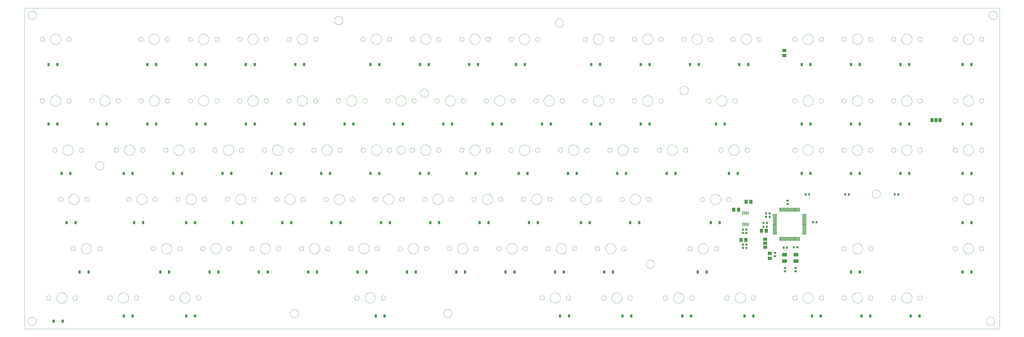
<source format=gbp>
G75*
%MOIN*%
%OFA0B0*%
%FSLAX25Y25*%
%IPPOS*%
%LPD*%
%AMOC8*
5,1,8,0,0,1.08239X$1,22.5*
%
%ADD10C,0.00000*%
%ADD11R,0.06299X0.01181*%
%ADD12R,0.01181X0.06299*%
%ADD13R,0.02756X0.03543*%
%ADD14R,0.05118X0.05906*%
%ADD15R,0.03543X0.02756*%
%ADD16R,0.05906X0.05118*%
%ADD17R,0.06300X0.04600*%
%ADD18R,0.07480X0.05512*%
%ADD19R,0.04600X0.06300*%
%ADD20R,0.01772X0.05709*%
%ADD21R,0.03543X0.04724*%
D10*
X0001300Y0001300D02*
X0001300Y0488505D01*
X1479646Y0488505D01*
X1479646Y0001300D01*
X0001300Y0001300D01*
X0006812Y0013111D02*
X0006814Y0013269D01*
X0006820Y0013427D01*
X0006830Y0013585D01*
X0006844Y0013743D01*
X0006862Y0013900D01*
X0006883Y0014057D01*
X0006909Y0014213D01*
X0006939Y0014369D01*
X0006972Y0014524D01*
X0007010Y0014677D01*
X0007051Y0014830D01*
X0007096Y0014982D01*
X0007145Y0015133D01*
X0007198Y0015282D01*
X0007254Y0015430D01*
X0007314Y0015576D01*
X0007378Y0015721D01*
X0007446Y0015864D01*
X0007517Y0016006D01*
X0007591Y0016146D01*
X0007669Y0016283D01*
X0007751Y0016419D01*
X0007835Y0016553D01*
X0007924Y0016684D01*
X0008015Y0016813D01*
X0008110Y0016940D01*
X0008207Y0017065D01*
X0008308Y0017187D01*
X0008412Y0017306D01*
X0008519Y0017423D01*
X0008629Y0017537D01*
X0008742Y0017648D01*
X0008857Y0017757D01*
X0008975Y0017862D01*
X0009096Y0017964D01*
X0009219Y0018064D01*
X0009345Y0018160D01*
X0009473Y0018253D01*
X0009603Y0018343D01*
X0009736Y0018429D01*
X0009871Y0018513D01*
X0010007Y0018592D01*
X0010146Y0018669D01*
X0010287Y0018741D01*
X0010429Y0018811D01*
X0010573Y0018876D01*
X0010719Y0018938D01*
X0010866Y0018996D01*
X0011015Y0019051D01*
X0011165Y0019102D01*
X0011316Y0019149D01*
X0011468Y0019192D01*
X0011621Y0019231D01*
X0011776Y0019267D01*
X0011931Y0019298D01*
X0012087Y0019326D01*
X0012243Y0019350D01*
X0012400Y0019370D01*
X0012558Y0019386D01*
X0012715Y0019398D01*
X0012874Y0019406D01*
X0013032Y0019410D01*
X0013190Y0019410D01*
X0013348Y0019406D01*
X0013507Y0019398D01*
X0013664Y0019386D01*
X0013822Y0019370D01*
X0013979Y0019350D01*
X0014135Y0019326D01*
X0014291Y0019298D01*
X0014446Y0019267D01*
X0014601Y0019231D01*
X0014754Y0019192D01*
X0014906Y0019149D01*
X0015057Y0019102D01*
X0015207Y0019051D01*
X0015356Y0018996D01*
X0015503Y0018938D01*
X0015649Y0018876D01*
X0015793Y0018811D01*
X0015935Y0018741D01*
X0016076Y0018669D01*
X0016215Y0018592D01*
X0016351Y0018513D01*
X0016486Y0018429D01*
X0016619Y0018343D01*
X0016749Y0018253D01*
X0016877Y0018160D01*
X0017003Y0018064D01*
X0017126Y0017964D01*
X0017247Y0017862D01*
X0017365Y0017757D01*
X0017480Y0017648D01*
X0017593Y0017537D01*
X0017703Y0017423D01*
X0017810Y0017306D01*
X0017914Y0017187D01*
X0018015Y0017065D01*
X0018112Y0016940D01*
X0018207Y0016813D01*
X0018298Y0016684D01*
X0018387Y0016553D01*
X0018471Y0016419D01*
X0018553Y0016283D01*
X0018631Y0016146D01*
X0018705Y0016006D01*
X0018776Y0015864D01*
X0018844Y0015721D01*
X0018908Y0015576D01*
X0018968Y0015430D01*
X0019024Y0015282D01*
X0019077Y0015133D01*
X0019126Y0014982D01*
X0019171Y0014830D01*
X0019212Y0014677D01*
X0019250Y0014524D01*
X0019283Y0014369D01*
X0019313Y0014213D01*
X0019339Y0014057D01*
X0019360Y0013900D01*
X0019378Y0013743D01*
X0019392Y0013585D01*
X0019402Y0013427D01*
X0019408Y0013269D01*
X0019410Y0013111D01*
X0019408Y0012953D01*
X0019402Y0012795D01*
X0019392Y0012637D01*
X0019378Y0012479D01*
X0019360Y0012322D01*
X0019339Y0012165D01*
X0019313Y0012009D01*
X0019283Y0011853D01*
X0019250Y0011698D01*
X0019212Y0011545D01*
X0019171Y0011392D01*
X0019126Y0011240D01*
X0019077Y0011089D01*
X0019024Y0010940D01*
X0018968Y0010792D01*
X0018908Y0010646D01*
X0018844Y0010501D01*
X0018776Y0010358D01*
X0018705Y0010216D01*
X0018631Y0010076D01*
X0018553Y0009939D01*
X0018471Y0009803D01*
X0018387Y0009669D01*
X0018298Y0009538D01*
X0018207Y0009409D01*
X0018112Y0009282D01*
X0018015Y0009157D01*
X0017914Y0009035D01*
X0017810Y0008916D01*
X0017703Y0008799D01*
X0017593Y0008685D01*
X0017480Y0008574D01*
X0017365Y0008465D01*
X0017247Y0008360D01*
X0017126Y0008258D01*
X0017003Y0008158D01*
X0016877Y0008062D01*
X0016749Y0007969D01*
X0016619Y0007879D01*
X0016486Y0007793D01*
X0016351Y0007709D01*
X0016215Y0007630D01*
X0016076Y0007553D01*
X0015935Y0007481D01*
X0015793Y0007411D01*
X0015649Y0007346D01*
X0015503Y0007284D01*
X0015356Y0007226D01*
X0015207Y0007171D01*
X0015057Y0007120D01*
X0014906Y0007073D01*
X0014754Y0007030D01*
X0014601Y0006991D01*
X0014446Y0006955D01*
X0014291Y0006924D01*
X0014135Y0006896D01*
X0013979Y0006872D01*
X0013822Y0006852D01*
X0013664Y0006836D01*
X0013507Y0006824D01*
X0013348Y0006816D01*
X0013190Y0006812D01*
X0013032Y0006812D01*
X0012874Y0006816D01*
X0012715Y0006824D01*
X0012558Y0006836D01*
X0012400Y0006852D01*
X0012243Y0006872D01*
X0012087Y0006896D01*
X0011931Y0006924D01*
X0011776Y0006955D01*
X0011621Y0006991D01*
X0011468Y0007030D01*
X0011316Y0007073D01*
X0011165Y0007120D01*
X0011015Y0007171D01*
X0010866Y0007226D01*
X0010719Y0007284D01*
X0010573Y0007346D01*
X0010429Y0007411D01*
X0010287Y0007481D01*
X0010146Y0007553D01*
X0010007Y0007630D01*
X0009871Y0007709D01*
X0009736Y0007793D01*
X0009603Y0007879D01*
X0009473Y0007969D01*
X0009345Y0008062D01*
X0009219Y0008158D01*
X0009096Y0008258D01*
X0008975Y0008360D01*
X0008857Y0008465D01*
X0008742Y0008574D01*
X0008629Y0008685D01*
X0008519Y0008799D01*
X0008412Y0008916D01*
X0008308Y0009035D01*
X0008207Y0009157D01*
X0008110Y0009282D01*
X0008015Y0009409D01*
X0007924Y0009538D01*
X0007835Y0009669D01*
X0007751Y0009803D01*
X0007669Y0009939D01*
X0007591Y0010076D01*
X0007517Y0010216D01*
X0007446Y0010358D01*
X0007378Y0010501D01*
X0007314Y0010646D01*
X0007254Y0010792D01*
X0007198Y0010940D01*
X0007145Y0011089D01*
X0007096Y0011240D01*
X0007051Y0011392D01*
X0007010Y0011545D01*
X0006972Y0011698D01*
X0006939Y0011853D01*
X0006909Y0012009D01*
X0006883Y0012165D01*
X0006862Y0012322D01*
X0006844Y0012479D01*
X0006830Y0012637D01*
X0006820Y0012795D01*
X0006814Y0012953D01*
X0006812Y0013111D01*
X0034548Y0048544D02*
X0034550Y0048659D01*
X0034556Y0048775D01*
X0034566Y0048890D01*
X0034580Y0049005D01*
X0034598Y0049119D01*
X0034620Y0049232D01*
X0034645Y0049345D01*
X0034675Y0049456D01*
X0034708Y0049567D01*
X0034745Y0049676D01*
X0034786Y0049784D01*
X0034831Y0049891D01*
X0034879Y0049996D01*
X0034931Y0050099D01*
X0034987Y0050200D01*
X0035046Y0050300D01*
X0035108Y0050397D01*
X0035174Y0050492D01*
X0035242Y0050585D01*
X0035314Y0050675D01*
X0035389Y0050763D01*
X0035468Y0050848D01*
X0035549Y0050930D01*
X0035632Y0051010D01*
X0035719Y0051086D01*
X0035808Y0051160D01*
X0035899Y0051230D01*
X0035993Y0051298D01*
X0036089Y0051362D01*
X0036188Y0051422D01*
X0036288Y0051479D01*
X0036390Y0051533D01*
X0036494Y0051583D01*
X0036600Y0051630D01*
X0036707Y0051673D01*
X0036816Y0051712D01*
X0036926Y0051747D01*
X0037037Y0051778D01*
X0037149Y0051806D01*
X0037262Y0051830D01*
X0037376Y0051850D01*
X0037491Y0051866D01*
X0037606Y0051878D01*
X0037721Y0051886D01*
X0037836Y0051890D01*
X0037952Y0051890D01*
X0038067Y0051886D01*
X0038182Y0051878D01*
X0038297Y0051866D01*
X0038412Y0051850D01*
X0038526Y0051830D01*
X0038639Y0051806D01*
X0038751Y0051778D01*
X0038862Y0051747D01*
X0038972Y0051712D01*
X0039081Y0051673D01*
X0039188Y0051630D01*
X0039294Y0051583D01*
X0039398Y0051533D01*
X0039500Y0051479D01*
X0039600Y0051422D01*
X0039699Y0051362D01*
X0039795Y0051298D01*
X0039889Y0051230D01*
X0039980Y0051160D01*
X0040069Y0051086D01*
X0040156Y0051010D01*
X0040239Y0050930D01*
X0040320Y0050848D01*
X0040399Y0050763D01*
X0040474Y0050675D01*
X0040546Y0050585D01*
X0040614Y0050492D01*
X0040680Y0050397D01*
X0040742Y0050300D01*
X0040801Y0050200D01*
X0040857Y0050099D01*
X0040909Y0049996D01*
X0040957Y0049891D01*
X0041002Y0049784D01*
X0041043Y0049676D01*
X0041080Y0049567D01*
X0041113Y0049456D01*
X0041143Y0049345D01*
X0041168Y0049232D01*
X0041190Y0049119D01*
X0041208Y0049005D01*
X0041222Y0048890D01*
X0041232Y0048775D01*
X0041238Y0048659D01*
X0041240Y0048544D01*
X0041238Y0048429D01*
X0041232Y0048313D01*
X0041222Y0048198D01*
X0041208Y0048083D01*
X0041190Y0047969D01*
X0041168Y0047856D01*
X0041143Y0047743D01*
X0041113Y0047632D01*
X0041080Y0047521D01*
X0041043Y0047412D01*
X0041002Y0047304D01*
X0040957Y0047197D01*
X0040909Y0047092D01*
X0040857Y0046989D01*
X0040801Y0046888D01*
X0040742Y0046788D01*
X0040680Y0046691D01*
X0040614Y0046596D01*
X0040546Y0046503D01*
X0040474Y0046413D01*
X0040399Y0046325D01*
X0040320Y0046240D01*
X0040239Y0046158D01*
X0040156Y0046078D01*
X0040069Y0046002D01*
X0039980Y0045928D01*
X0039889Y0045858D01*
X0039795Y0045790D01*
X0039699Y0045726D01*
X0039600Y0045666D01*
X0039500Y0045609D01*
X0039398Y0045555D01*
X0039294Y0045505D01*
X0039188Y0045458D01*
X0039081Y0045415D01*
X0038972Y0045376D01*
X0038862Y0045341D01*
X0038751Y0045310D01*
X0038639Y0045282D01*
X0038526Y0045258D01*
X0038412Y0045238D01*
X0038297Y0045222D01*
X0038182Y0045210D01*
X0038067Y0045202D01*
X0037952Y0045198D01*
X0037836Y0045198D01*
X0037721Y0045202D01*
X0037606Y0045210D01*
X0037491Y0045222D01*
X0037376Y0045238D01*
X0037262Y0045258D01*
X0037149Y0045282D01*
X0037037Y0045310D01*
X0036926Y0045341D01*
X0036816Y0045376D01*
X0036707Y0045415D01*
X0036600Y0045458D01*
X0036494Y0045505D01*
X0036390Y0045555D01*
X0036288Y0045609D01*
X0036188Y0045666D01*
X0036089Y0045726D01*
X0035993Y0045790D01*
X0035899Y0045858D01*
X0035808Y0045928D01*
X0035719Y0046002D01*
X0035632Y0046078D01*
X0035549Y0046158D01*
X0035468Y0046240D01*
X0035389Y0046325D01*
X0035314Y0046413D01*
X0035242Y0046503D01*
X0035174Y0046596D01*
X0035108Y0046691D01*
X0035046Y0046788D01*
X0034987Y0046888D01*
X0034931Y0046989D01*
X0034879Y0047092D01*
X0034831Y0047197D01*
X0034786Y0047304D01*
X0034745Y0047412D01*
X0034708Y0047521D01*
X0034675Y0047632D01*
X0034645Y0047743D01*
X0034620Y0047856D01*
X0034598Y0047969D01*
X0034580Y0048083D01*
X0034566Y0048198D01*
X0034556Y0048313D01*
X0034550Y0048429D01*
X0034548Y0048544D01*
X0050020Y0048544D02*
X0050022Y0048737D01*
X0050029Y0048930D01*
X0050041Y0049123D01*
X0050058Y0049316D01*
X0050079Y0049508D01*
X0050105Y0049699D01*
X0050136Y0049890D01*
X0050171Y0050080D01*
X0050211Y0050269D01*
X0050256Y0050457D01*
X0050305Y0050644D01*
X0050359Y0050830D01*
X0050417Y0051014D01*
X0050480Y0051197D01*
X0050548Y0051378D01*
X0050619Y0051557D01*
X0050696Y0051735D01*
X0050776Y0051911D01*
X0050861Y0052084D01*
X0050950Y0052256D01*
X0051043Y0052425D01*
X0051140Y0052592D01*
X0051242Y0052757D01*
X0051347Y0052919D01*
X0051456Y0053078D01*
X0051570Y0053235D01*
X0051687Y0053388D01*
X0051807Y0053539D01*
X0051932Y0053687D01*
X0052060Y0053832D01*
X0052191Y0053973D01*
X0052326Y0054112D01*
X0052465Y0054247D01*
X0052606Y0054378D01*
X0052751Y0054506D01*
X0052899Y0054631D01*
X0053050Y0054751D01*
X0053203Y0054868D01*
X0053360Y0054982D01*
X0053519Y0055091D01*
X0053681Y0055196D01*
X0053846Y0055298D01*
X0054013Y0055395D01*
X0054182Y0055488D01*
X0054354Y0055577D01*
X0054527Y0055662D01*
X0054703Y0055742D01*
X0054881Y0055819D01*
X0055060Y0055890D01*
X0055241Y0055958D01*
X0055424Y0056021D01*
X0055608Y0056079D01*
X0055794Y0056133D01*
X0055981Y0056182D01*
X0056169Y0056227D01*
X0056358Y0056267D01*
X0056548Y0056302D01*
X0056739Y0056333D01*
X0056930Y0056359D01*
X0057122Y0056380D01*
X0057315Y0056397D01*
X0057508Y0056409D01*
X0057701Y0056416D01*
X0057894Y0056418D01*
X0058087Y0056416D01*
X0058280Y0056409D01*
X0058473Y0056397D01*
X0058666Y0056380D01*
X0058858Y0056359D01*
X0059049Y0056333D01*
X0059240Y0056302D01*
X0059430Y0056267D01*
X0059619Y0056227D01*
X0059807Y0056182D01*
X0059994Y0056133D01*
X0060180Y0056079D01*
X0060364Y0056021D01*
X0060547Y0055958D01*
X0060728Y0055890D01*
X0060907Y0055819D01*
X0061085Y0055742D01*
X0061261Y0055662D01*
X0061434Y0055577D01*
X0061606Y0055488D01*
X0061775Y0055395D01*
X0061942Y0055298D01*
X0062107Y0055196D01*
X0062269Y0055091D01*
X0062428Y0054982D01*
X0062585Y0054868D01*
X0062738Y0054751D01*
X0062889Y0054631D01*
X0063037Y0054506D01*
X0063182Y0054378D01*
X0063323Y0054247D01*
X0063462Y0054112D01*
X0063597Y0053973D01*
X0063728Y0053832D01*
X0063856Y0053687D01*
X0063981Y0053539D01*
X0064101Y0053388D01*
X0064218Y0053235D01*
X0064332Y0053078D01*
X0064441Y0052919D01*
X0064546Y0052757D01*
X0064648Y0052592D01*
X0064745Y0052425D01*
X0064838Y0052256D01*
X0064927Y0052084D01*
X0065012Y0051911D01*
X0065092Y0051735D01*
X0065169Y0051557D01*
X0065240Y0051378D01*
X0065308Y0051197D01*
X0065371Y0051014D01*
X0065429Y0050830D01*
X0065483Y0050644D01*
X0065532Y0050457D01*
X0065577Y0050269D01*
X0065617Y0050080D01*
X0065652Y0049890D01*
X0065683Y0049699D01*
X0065709Y0049508D01*
X0065730Y0049316D01*
X0065747Y0049123D01*
X0065759Y0048930D01*
X0065766Y0048737D01*
X0065768Y0048544D01*
X0065766Y0048351D01*
X0065759Y0048158D01*
X0065747Y0047965D01*
X0065730Y0047772D01*
X0065709Y0047580D01*
X0065683Y0047389D01*
X0065652Y0047198D01*
X0065617Y0047008D01*
X0065577Y0046819D01*
X0065532Y0046631D01*
X0065483Y0046444D01*
X0065429Y0046258D01*
X0065371Y0046074D01*
X0065308Y0045891D01*
X0065240Y0045710D01*
X0065169Y0045531D01*
X0065092Y0045353D01*
X0065012Y0045177D01*
X0064927Y0045004D01*
X0064838Y0044832D01*
X0064745Y0044663D01*
X0064648Y0044496D01*
X0064546Y0044331D01*
X0064441Y0044169D01*
X0064332Y0044010D01*
X0064218Y0043853D01*
X0064101Y0043700D01*
X0063981Y0043549D01*
X0063856Y0043401D01*
X0063728Y0043256D01*
X0063597Y0043115D01*
X0063462Y0042976D01*
X0063323Y0042841D01*
X0063182Y0042710D01*
X0063037Y0042582D01*
X0062889Y0042457D01*
X0062738Y0042337D01*
X0062585Y0042220D01*
X0062428Y0042106D01*
X0062269Y0041997D01*
X0062107Y0041892D01*
X0061942Y0041790D01*
X0061775Y0041693D01*
X0061606Y0041600D01*
X0061434Y0041511D01*
X0061261Y0041426D01*
X0061085Y0041346D01*
X0060907Y0041269D01*
X0060728Y0041198D01*
X0060547Y0041130D01*
X0060364Y0041067D01*
X0060180Y0041009D01*
X0059994Y0040955D01*
X0059807Y0040906D01*
X0059619Y0040861D01*
X0059430Y0040821D01*
X0059240Y0040786D01*
X0059049Y0040755D01*
X0058858Y0040729D01*
X0058666Y0040708D01*
X0058473Y0040691D01*
X0058280Y0040679D01*
X0058087Y0040672D01*
X0057894Y0040670D01*
X0057701Y0040672D01*
X0057508Y0040679D01*
X0057315Y0040691D01*
X0057122Y0040708D01*
X0056930Y0040729D01*
X0056739Y0040755D01*
X0056548Y0040786D01*
X0056358Y0040821D01*
X0056169Y0040861D01*
X0055981Y0040906D01*
X0055794Y0040955D01*
X0055608Y0041009D01*
X0055424Y0041067D01*
X0055241Y0041130D01*
X0055060Y0041198D01*
X0054881Y0041269D01*
X0054703Y0041346D01*
X0054527Y0041426D01*
X0054354Y0041511D01*
X0054182Y0041600D01*
X0054013Y0041693D01*
X0053846Y0041790D01*
X0053681Y0041892D01*
X0053519Y0041997D01*
X0053360Y0042106D01*
X0053203Y0042220D01*
X0053050Y0042337D01*
X0052899Y0042457D01*
X0052751Y0042582D01*
X0052606Y0042710D01*
X0052465Y0042841D01*
X0052326Y0042976D01*
X0052191Y0043115D01*
X0052060Y0043256D01*
X0051932Y0043401D01*
X0051807Y0043549D01*
X0051687Y0043700D01*
X0051570Y0043853D01*
X0051456Y0044010D01*
X0051347Y0044169D01*
X0051242Y0044331D01*
X0051140Y0044496D01*
X0051043Y0044663D01*
X0050950Y0044832D01*
X0050861Y0045004D01*
X0050776Y0045177D01*
X0050696Y0045353D01*
X0050619Y0045531D01*
X0050548Y0045710D01*
X0050480Y0045891D01*
X0050417Y0046074D01*
X0050359Y0046258D01*
X0050305Y0046444D01*
X0050256Y0046631D01*
X0050211Y0046819D01*
X0050171Y0047008D01*
X0050136Y0047198D01*
X0050105Y0047389D01*
X0050079Y0047580D01*
X0050058Y0047772D01*
X0050041Y0047965D01*
X0050029Y0048158D01*
X0050022Y0048351D01*
X0050020Y0048544D01*
X0074548Y0048544D02*
X0074550Y0048659D01*
X0074556Y0048775D01*
X0074566Y0048890D01*
X0074580Y0049005D01*
X0074598Y0049119D01*
X0074620Y0049232D01*
X0074645Y0049345D01*
X0074675Y0049456D01*
X0074708Y0049567D01*
X0074745Y0049676D01*
X0074786Y0049784D01*
X0074831Y0049891D01*
X0074879Y0049996D01*
X0074931Y0050099D01*
X0074987Y0050200D01*
X0075046Y0050300D01*
X0075108Y0050397D01*
X0075174Y0050492D01*
X0075242Y0050585D01*
X0075314Y0050675D01*
X0075389Y0050763D01*
X0075468Y0050848D01*
X0075549Y0050930D01*
X0075632Y0051010D01*
X0075719Y0051086D01*
X0075808Y0051160D01*
X0075899Y0051230D01*
X0075993Y0051298D01*
X0076089Y0051362D01*
X0076188Y0051422D01*
X0076288Y0051479D01*
X0076390Y0051533D01*
X0076494Y0051583D01*
X0076600Y0051630D01*
X0076707Y0051673D01*
X0076816Y0051712D01*
X0076926Y0051747D01*
X0077037Y0051778D01*
X0077149Y0051806D01*
X0077262Y0051830D01*
X0077376Y0051850D01*
X0077491Y0051866D01*
X0077606Y0051878D01*
X0077721Y0051886D01*
X0077836Y0051890D01*
X0077952Y0051890D01*
X0078067Y0051886D01*
X0078182Y0051878D01*
X0078297Y0051866D01*
X0078412Y0051850D01*
X0078526Y0051830D01*
X0078639Y0051806D01*
X0078751Y0051778D01*
X0078862Y0051747D01*
X0078972Y0051712D01*
X0079081Y0051673D01*
X0079188Y0051630D01*
X0079294Y0051583D01*
X0079398Y0051533D01*
X0079500Y0051479D01*
X0079600Y0051422D01*
X0079699Y0051362D01*
X0079795Y0051298D01*
X0079889Y0051230D01*
X0079980Y0051160D01*
X0080069Y0051086D01*
X0080156Y0051010D01*
X0080239Y0050930D01*
X0080320Y0050848D01*
X0080399Y0050763D01*
X0080474Y0050675D01*
X0080546Y0050585D01*
X0080614Y0050492D01*
X0080680Y0050397D01*
X0080742Y0050300D01*
X0080801Y0050200D01*
X0080857Y0050099D01*
X0080909Y0049996D01*
X0080957Y0049891D01*
X0081002Y0049784D01*
X0081043Y0049676D01*
X0081080Y0049567D01*
X0081113Y0049456D01*
X0081143Y0049345D01*
X0081168Y0049232D01*
X0081190Y0049119D01*
X0081208Y0049005D01*
X0081222Y0048890D01*
X0081232Y0048775D01*
X0081238Y0048659D01*
X0081240Y0048544D01*
X0081238Y0048429D01*
X0081232Y0048313D01*
X0081222Y0048198D01*
X0081208Y0048083D01*
X0081190Y0047969D01*
X0081168Y0047856D01*
X0081143Y0047743D01*
X0081113Y0047632D01*
X0081080Y0047521D01*
X0081043Y0047412D01*
X0081002Y0047304D01*
X0080957Y0047197D01*
X0080909Y0047092D01*
X0080857Y0046989D01*
X0080801Y0046888D01*
X0080742Y0046788D01*
X0080680Y0046691D01*
X0080614Y0046596D01*
X0080546Y0046503D01*
X0080474Y0046413D01*
X0080399Y0046325D01*
X0080320Y0046240D01*
X0080239Y0046158D01*
X0080156Y0046078D01*
X0080069Y0046002D01*
X0079980Y0045928D01*
X0079889Y0045858D01*
X0079795Y0045790D01*
X0079699Y0045726D01*
X0079600Y0045666D01*
X0079500Y0045609D01*
X0079398Y0045555D01*
X0079294Y0045505D01*
X0079188Y0045458D01*
X0079081Y0045415D01*
X0078972Y0045376D01*
X0078862Y0045341D01*
X0078751Y0045310D01*
X0078639Y0045282D01*
X0078526Y0045258D01*
X0078412Y0045238D01*
X0078297Y0045222D01*
X0078182Y0045210D01*
X0078067Y0045202D01*
X0077952Y0045198D01*
X0077836Y0045198D01*
X0077721Y0045202D01*
X0077606Y0045210D01*
X0077491Y0045222D01*
X0077376Y0045238D01*
X0077262Y0045258D01*
X0077149Y0045282D01*
X0077037Y0045310D01*
X0076926Y0045341D01*
X0076816Y0045376D01*
X0076707Y0045415D01*
X0076600Y0045458D01*
X0076494Y0045505D01*
X0076390Y0045555D01*
X0076288Y0045609D01*
X0076188Y0045666D01*
X0076089Y0045726D01*
X0075993Y0045790D01*
X0075899Y0045858D01*
X0075808Y0045928D01*
X0075719Y0046002D01*
X0075632Y0046078D01*
X0075549Y0046158D01*
X0075468Y0046240D01*
X0075389Y0046325D01*
X0075314Y0046413D01*
X0075242Y0046503D01*
X0075174Y0046596D01*
X0075108Y0046691D01*
X0075046Y0046788D01*
X0074987Y0046888D01*
X0074931Y0046989D01*
X0074879Y0047092D01*
X0074831Y0047197D01*
X0074786Y0047304D01*
X0074745Y0047412D01*
X0074708Y0047521D01*
X0074675Y0047632D01*
X0074645Y0047743D01*
X0074620Y0047856D01*
X0074598Y0047969D01*
X0074580Y0048083D01*
X0074566Y0048198D01*
X0074556Y0048313D01*
X0074550Y0048429D01*
X0074548Y0048544D01*
X0128052Y0048544D02*
X0128054Y0048659D01*
X0128060Y0048775D01*
X0128070Y0048890D01*
X0128084Y0049005D01*
X0128102Y0049119D01*
X0128124Y0049232D01*
X0128149Y0049345D01*
X0128179Y0049456D01*
X0128212Y0049567D01*
X0128249Y0049676D01*
X0128290Y0049784D01*
X0128335Y0049891D01*
X0128383Y0049996D01*
X0128435Y0050099D01*
X0128491Y0050200D01*
X0128550Y0050300D01*
X0128612Y0050397D01*
X0128678Y0050492D01*
X0128746Y0050585D01*
X0128818Y0050675D01*
X0128893Y0050763D01*
X0128972Y0050848D01*
X0129053Y0050930D01*
X0129136Y0051010D01*
X0129223Y0051086D01*
X0129312Y0051160D01*
X0129403Y0051230D01*
X0129497Y0051298D01*
X0129593Y0051362D01*
X0129692Y0051422D01*
X0129792Y0051479D01*
X0129894Y0051533D01*
X0129998Y0051583D01*
X0130104Y0051630D01*
X0130211Y0051673D01*
X0130320Y0051712D01*
X0130430Y0051747D01*
X0130541Y0051778D01*
X0130653Y0051806D01*
X0130766Y0051830D01*
X0130880Y0051850D01*
X0130995Y0051866D01*
X0131110Y0051878D01*
X0131225Y0051886D01*
X0131340Y0051890D01*
X0131456Y0051890D01*
X0131571Y0051886D01*
X0131686Y0051878D01*
X0131801Y0051866D01*
X0131916Y0051850D01*
X0132030Y0051830D01*
X0132143Y0051806D01*
X0132255Y0051778D01*
X0132366Y0051747D01*
X0132476Y0051712D01*
X0132585Y0051673D01*
X0132692Y0051630D01*
X0132798Y0051583D01*
X0132902Y0051533D01*
X0133004Y0051479D01*
X0133104Y0051422D01*
X0133203Y0051362D01*
X0133299Y0051298D01*
X0133393Y0051230D01*
X0133484Y0051160D01*
X0133573Y0051086D01*
X0133660Y0051010D01*
X0133743Y0050930D01*
X0133824Y0050848D01*
X0133903Y0050763D01*
X0133978Y0050675D01*
X0134050Y0050585D01*
X0134118Y0050492D01*
X0134184Y0050397D01*
X0134246Y0050300D01*
X0134305Y0050200D01*
X0134361Y0050099D01*
X0134413Y0049996D01*
X0134461Y0049891D01*
X0134506Y0049784D01*
X0134547Y0049676D01*
X0134584Y0049567D01*
X0134617Y0049456D01*
X0134647Y0049345D01*
X0134672Y0049232D01*
X0134694Y0049119D01*
X0134712Y0049005D01*
X0134726Y0048890D01*
X0134736Y0048775D01*
X0134742Y0048659D01*
X0134744Y0048544D01*
X0134742Y0048429D01*
X0134736Y0048313D01*
X0134726Y0048198D01*
X0134712Y0048083D01*
X0134694Y0047969D01*
X0134672Y0047856D01*
X0134647Y0047743D01*
X0134617Y0047632D01*
X0134584Y0047521D01*
X0134547Y0047412D01*
X0134506Y0047304D01*
X0134461Y0047197D01*
X0134413Y0047092D01*
X0134361Y0046989D01*
X0134305Y0046888D01*
X0134246Y0046788D01*
X0134184Y0046691D01*
X0134118Y0046596D01*
X0134050Y0046503D01*
X0133978Y0046413D01*
X0133903Y0046325D01*
X0133824Y0046240D01*
X0133743Y0046158D01*
X0133660Y0046078D01*
X0133573Y0046002D01*
X0133484Y0045928D01*
X0133393Y0045858D01*
X0133299Y0045790D01*
X0133203Y0045726D01*
X0133104Y0045666D01*
X0133004Y0045609D01*
X0132902Y0045555D01*
X0132798Y0045505D01*
X0132692Y0045458D01*
X0132585Y0045415D01*
X0132476Y0045376D01*
X0132366Y0045341D01*
X0132255Y0045310D01*
X0132143Y0045282D01*
X0132030Y0045258D01*
X0131916Y0045238D01*
X0131801Y0045222D01*
X0131686Y0045210D01*
X0131571Y0045202D01*
X0131456Y0045198D01*
X0131340Y0045198D01*
X0131225Y0045202D01*
X0131110Y0045210D01*
X0130995Y0045222D01*
X0130880Y0045238D01*
X0130766Y0045258D01*
X0130653Y0045282D01*
X0130541Y0045310D01*
X0130430Y0045341D01*
X0130320Y0045376D01*
X0130211Y0045415D01*
X0130104Y0045458D01*
X0129998Y0045505D01*
X0129894Y0045555D01*
X0129792Y0045609D01*
X0129692Y0045666D01*
X0129593Y0045726D01*
X0129497Y0045790D01*
X0129403Y0045858D01*
X0129312Y0045928D01*
X0129223Y0046002D01*
X0129136Y0046078D01*
X0129053Y0046158D01*
X0128972Y0046240D01*
X0128893Y0046325D01*
X0128818Y0046413D01*
X0128746Y0046503D01*
X0128678Y0046596D01*
X0128612Y0046691D01*
X0128550Y0046788D01*
X0128491Y0046888D01*
X0128435Y0046989D01*
X0128383Y0047092D01*
X0128335Y0047197D01*
X0128290Y0047304D01*
X0128249Y0047412D01*
X0128212Y0047521D01*
X0128179Y0047632D01*
X0128149Y0047743D01*
X0128124Y0047856D01*
X0128102Y0047969D01*
X0128084Y0048083D01*
X0128070Y0048198D01*
X0128060Y0048313D01*
X0128054Y0048429D01*
X0128052Y0048544D01*
X0143524Y0048544D02*
X0143526Y0048737D01*
X0143533Y0048930D01*
X0143545Y0049123D01*
X0143562Y0049316D01*
X0143583Y0049508D01*
X0143609Y0049699D01*
X0143640Y0049890D01*
X0143675Y0050080D01*
X0143715Y0050269D01*
X0143760Y0050457D01*
X0143809Y0050644D01*
X0143863Y0050830D01*
X0143921Y0051014D01*
X0143984Y0051197D01*
X0144052Y0051378D01*
X0144123Y0051557D01*
X0144200Y0051735D01*
X0144280Y0051911D01*
X0144365Y0052084D01*
X0144454Y0052256D01*
X0144547Y0052425D01*
X0144644Y0052592D01*
X0144746Y0052757D01*
X0144851Y0052919D01*
X0144960Y0053078D01*
X0145074Y0053235D01*
X0145191Y0053388D01*
X0145311Y0053539D01*
X0145436Y0053687D01*
X0145564Y0053832D01*
X0145695Y0053973D01*
X0145830Y0054112D01*
X0145969Y0054247D01*
X0146110Y0054378D01*
X0146255Y0054506D01*
X0146403Y0054631D01*
X0146554Y0054751D01*
X0146707Y0054868D01*
X0146864Y0054982D01*
X0147023Y0055091D01*
X0147185Y0055196D01*
X0147350Y0055298D01*
X0147517Y0055395D01*
X0147686Y0055488D01*
X0147858Y0055577D01*
X0148031Y0055662D01*
X0148207Y0055742D01*
X0148385Y0055819D01*
X0148564Y0055890D01*
X0148745Y0055958D01*
X0148928Y0056021D01*
X0149112Y0056079D01*
X0149298Y0056133D01*
X0149485Y0056182D01*
X0149673Y0056227D01*
X0149862Y0056267D01*
X0150052Y0056302D01*
X0150243Y0056333D01*
X0150434Y0056359D01*
X0150626Y0056380D01*
X0150819Y0056397D01*
X0151012Y0056409D01*
X0151205Y0056416D01*
X0151398Y0056418D01*
X0151591Y0056416D01*
X0151784Y0056409D01*
X0151977Y0056397D01*
X0152170Y0056380D01*
X0152362Y0056359D01*
X0152553Y0056333D01*
X0152744Y0056302D01*
X0152934Y0056267D01*
X0153123Y0056227D01*
X0153311Y0056182D01*
X0153498Y0056133D01*
X0153684Y0056079D01*
X0153868Y0056021D01*
X0154051Y0055958D01*
X0154232Y0055890D01*
X0154411Y0055819D01*
X0154589Y0055742D01*
X0154765Y0055662D01*
X0154938Y0055577D01*
X0155110Y0055488D01*
X0155279Y0055395D01*
X0155446Y0055298D01*
X0155611Y0055196D01*
X0155773Y0055091D01*
X0155932Y0054982D01*
X0156089Y0054868D01*
X0156242Y0054751D01*
X0156393Y0054631D01*
X0156541Y0054506D01*
X0156686Y0054378D01*
X0156827Y0054247D01*
X0156966Y0054112D01*
X0157101Y0053973D01*
X0157232Y0053832D01*
X0157360Y0053687D01*
X0157485Y0053539D01*
X0157605Y0053388D01*
X0157722Y0053235D01*
X0157836Y0053078D01*
X0157945Y0052919D01*
X0158050Y0052757D01*
X0158152Y0052592D01*
X0158249Y0052425D01*
X0158342Y0052256D01*
X0158431Y0052084D01*
X0158516Y0051911D01*
X0158596Y0051735D01*
X0158673Y0051557D01*
X0158744Y0051378D01*
X0158812Y0051197D01*
X0158875Y0051014D01*
X0158933Y0050830D01*
X0158987Y0050644D01*
X0159036Y0050457D01*
X0159081Y0050269D01*
X0159121Y0050080D01*
X0159156Y0049890D01*
X0159187Y0049699D01*
X0159213Y0049508D01*
X0159234Y0049316D01*
X0159251Y0049123D01*
X0159263Y0048930D01*
X0159270Y0048737D01*
X0159272Y0048544D01*
X0159270Y0048351D01*
X0159263Y0048158D01*
X0159251Y0047965D01*
X0159234Y0047772D01*
X0159213Y0047580D01*
X0159187Y0047389D01*
X0159156Y0047198D01*
X0159121Y0047008D01*
X0159081Y0046819D01*
X0159036Y0046631D01*
X0158987Y0046444D01*
X0158933Y0046258D01*
X0158875Y0046074D01*
X0158812Y0045891D01*
X0158744Y0045710D01*
X0158673Y0045531D01*
X0158596Y0045353D01*
X0158516Y0045177D01*
X0158431Y0045004D01*
X0158342Y0044832D01*
X0158249Y0044663D01*
X0158152Y0044496D01*
X0158050Y0044331D01*
X0157945Y0044169D01*
X0157836Y0044010D01*
X0157722Y0043853D01*
X0157605Y0043700D01*
X0157485Y0043549D01*
X0157360Y0043401D01*
X0157232Y0043256D01*
X0157101Y0043115D01*
X0156966Y0042976D01*
X0156827Y0042841D01*
X0156686Y0042710D01*
X0156541Y0042582D01*
X0156393Y0042457D01*
X0156242Y0042337D01*
X0156089Y0042220D01*
X0155932Y0042106D01*
X0155773Y0041997D01*
X0155611Y0041892D01*
X0155446Y0041790D01*
X0155279Y0041693D01*
X0155110Y0041600D01*
X0154938Y0041511D01*
X0154765Y0041426D01*
X0154589Y0041346D01*
X0154411Y0041269D01*
X0154232Y0041198D01*
X0154051Y0041130D01*
X0153868Y0041067D01*
X0153684Y0041009D01*
X0153498Y0040955D01*
X0153311Y0040906D01*
X0153123Y0040861D01*
X0152934Y0040821D01*
X0152744Y0040786D01*
X0152553Y0040755D01*
X0152362Y0040729D01*
X0152170Y0040708D01*
X0151977Y0040691D01*
X0151784Y0040679D01*
X0151591Y0040672D01*
X0151398Y0040670D01*
X0151205Y0040672D01*
X0151012Y0040679D01*
X0150819Y0040691D01*
X0150626Y0040708D01*
X0150434Y0040729D01*
X0150243Y0040755D01*
X0150052Y0040786D01*
X0149862Y0040821D01*
X0149673Y0040861D01*
X0149485Y0040906D01*
X0149298Y0040955D01*
X0149112Y0041009D01*
X0148928Y0041067D01*
X0148745Y0041130D01*
X0148564Y0041198D01*
X0148385Y0041269D01*
X0148207Y0041346D01*
X0148031Y0041426D01*
X0147858Y0041511D01*
X0147686Y0041600D01*
X0147517Y0041693D01*
X0147350Y0041790D01*
X0147185Y0041892D01*
X0147023Y0041997D01*
X0146864Y0042106D01*
X0146707Y0042220D01*
X0146554Y0042337D01*
X0146403Y0042457D01*
X0146255Y0042582D01*
X0146110Y0042710D01*
X0145969Y0042841D01*
X0145830Y0042976D01*
X0145695Y0043115D01*
X0145564Y0043256D01*
X0145436Y0043401D01*
X0145311Y0043549D01*
X0145191Y0043700D01*
X0145074Y0043853D01*
X0144960Y0044010D01*
X0144851Y0044169D01*
X0144746Y0044331D01*
X0144644Y0044496D01*
X0144547Y0044663D01*
X0144454Y0044832D01*
X0144365Y0045004D01*
X0144280Y0045177D01*
X0144200Y0045353D01*
X0144123Y0045531D01*
X0144052Y0045710D01*
X0143984Y0045891D01*
X0143921Y0046074D01*
X0143863Y0046258D01*
X0143809Y0046444D01*
X0143760Y0046631D01*
X0143715Y0046819D01*
X0143675Y0047008D01*
X0143640Y0047198D01*
X0143609Y0047389D01*
X0143583Y0047580D01*
X0143562Y0047772D01*
X0143545Y0047965D01*
X0143533Y0048158D01*
X0143526Y0048351D01*
X0143524Y0048544D01*
X0168052Y0048544D02*
X0168054Y0048659D01*
X0168060Y0048775D01*
X0168070Y0048890D01*
X0168084Y0049005D01*
X0168102Y0049119D01*
X0168124Y0049232D01*
X0168149Y0049345D01*
X0168179Y0049456D01*
X0168212Y0049567D01*
X0168249Y0049676D01*
X0168290Y0049784D01*
X0168335Y0049891D01*
X0168383Y0049996D01*
X0168435Y0050099D01*
X0168491Y0050200D01*
X0168550Y0050300D01*
X0168612Y0050397D01*
X0168678Y0050492D01*
X0168746Y0050585D01*
X0168818Y0050675D01*
X0168893Y0050763D01*
X0168972Y0050848D01*
X0169053Y0050930D01*
X0169136Y0051010D01*
X0169223Y0051086D01*
X0169312Y0051160D01*
X0169403Y0051230D01*
X0169497Y0051298D01*
X0169593Y0051362D01*
X0169692Y0051422D01*
X0169792Y0051479D01*
X0169894Y0051533D01*
X0169998Y0051583D01*
X0170104Y0051630D01*
X0170211Y0051673D01*
X0170320Y0051712D01*
X0170430Y0051747D01*
X0170541Y0051778D01*
X0170653Y0051806D01*
X0170766Y0051830D01*
X0170880Y0051850D01*
X0170995Y0051866D01*
X0171110Y0051878D01*
X0171225Y0051886D01*
X0171340Y0051890D01*
X0171456Y0051890D01*
X0171571Y0051886D01*
X0171686Y0051878D01*
X0171801Y0051866D01*
X0171916Y0051850D01*
X0172030Y0051830D01*
X0172143Y0051806D01*
X0172255Y0051778D01*
X0172366Y0051747D01*
X0172476Y0051712D01*
X0172585Y0051673D01*
X0172692Y0051630D01*
X0172798Y0051583D01*
X0172902Y0051533D01*
X0173004Y0051479D01*
X0173104Y0051422D01*
X0173203Y0051362D01*
X0173299Y0051298D01*
X0173393Y0051230D01*
X0173484Y0051160D01*
X0173573Y0051086D01*
X0173660Y0051010D01*
X0173743Y0050930D01*
X0173824Y0050848D01*
X0173903Y0050763D01*
X0173978Y0050675D01*
X0174050Y0050585D01*
X0174118Y0050492D01*
X0174184Y0050397D01*
X0174246Y0050300D01*
X0174305Y0050200D01*
X0174361Y0050099D01*
X0174413Y0049996D01*
X0174461Y0049891D01*
X0174506Y0049784D01*
X0174547Y0049676D01*
X0174584Y0049567D01*
X0174617Y0049456D01*
X0174647Y0049345D01*
X0174672Y0049232D01*
X0174694Y0049119D01*
X0174712Y0049005D01*
X0174726Y0048890D01*
X0174736Y0048775D01*
X0174742Y0048659D01*
X0174744Y0048544D01*
X0174742Y0048429D01*
X0174736Y0048313D01*
X0174726Y0048198D01*
X0174712Y0048083D01*
X0174694Y0047969D01*
X0174672Y0047856D01*
X0174647Y0047743D01*
X0174617Y0047632D01*
X0174584Y0047521D01*
X0174547Y0047412D01*
X0174506Y0047304D01*
X0174461Y0047197D01*
X0174413Y0047092D01*
X0174361Y0046989D01*
X0174305Y0046888D01*
X0174246Y0046788D01*
X0174184Y0046691D01*
X0174118Y0046596D01*
X0174050Y0046503D01*
X0173978Y0046413D01*
X0173903Y0046325D01*
X0173824Y0046240D01*
X0173743Y0046158D01*
X0173660Y0046078D01*
X0173573Y0046002D01*
X0173484Y0045928D01*
X0173393Y0045858D01*
X0173299Y0045790D01*
X0173203Y0045726D01*
X0173104Y0045666D01*
X0173004Y0045609D01*
X0172902Y0045555D01*
X0172798Y0045505D01*
X0172692Y0045458D01*
X0172585Y0045415D01*
X0172476Y0045376D01*
X0172366Y0045341D01*
X0172255Y0045310D01*
X0172143Y0045282D01*
X0172030Y0045258D01*
X0171916Y0045238D01*
X0171801Y0045222D01*
X0171686Y0045210D01*
X0171571Y0045202D01*
X0171456Y0045198D01*
X0171340Y0045198D01*
X0171225Y0045202D01*
X0171110Y0045210D01*
X0170995Y0045222D01*
X0170880Y0045238D01*
X0170766Y0045258D01*
X0170653Y0045282D01*
X0170541Y0045310D01*
X0170430Y0045341D01*
X0170320Y0045376D01*
X0170211Y0045415D01*
X0170104Y0045458D01*
X0169998Y0045505D01*
X0169894Y0045555D01*
X0169792Y0045609D01*
X0169692Y0045666D01*
X0169593Y0045726D01*
X0169497Y0045790D01*
X0169403Y0045858D01*
X0169312Y0045928D01*
X0169223Y0046002D01*
X0169136Y0046078D01*
X0169053Y0046158D01*
X0168972Y0046240D01*
X0168893Y0046325D01*
X0168818Y0046413D01*
X0168746Y0046503D01*
X0168678Y0046596D01*
X0168612Y0046691D01*
X0168550Y0046788D01*
X0168491Y0046888D01*
X0168435Y0046989D01*
X0168383Y0047092D01*
X0168335Y0047197D01*
X0168290Y0047304D01*
X0168249Y0047412D01*
X0168212Y0047521D01*
X0168179Y0047632D01*
X0168149Y0047743D01*
X0168124Y0047856D01*
X0168102Y0047969D01*
X0168084Y0048083D01*
X0168070Y0048198D01*
X0168060Y0048313D01*
X0168054Y0048429D01*
X0168052Y0048544D01*
X0221556Y0048544D02*
X0221558Y0048659D01*
X0221564Y0048775D01*
X0221574Y0048890D01*
X0221588Y0049005D01*
X0221606Y0049119D01*
X0221628Y0049232D01*
X0221653Y0049345D01*
X0221683Y0049456D01*
X0221716Y0049567D01*
X0221753Y0049676D01*
X0221794Y0049784D01*
X0221839Y0049891D01*
X0221887Y0049996D01*
X0221939Y0050099D01*
X0221995Y0050200D01*
X0222054Y0050300D01*
X0222116Y0050397D01*
X0222182Y0050492D01*
X0222250Y0050585D01*
X0222322Y0050675D01*
X0222397Y0050763D01*
X0222476Y0050848D01*
X0222557Y0050930D01*
X0222640Y0051010D01*
X0222727Y0051086D01*
X0222816Y0051160D01*
X0222907Y0051230D01*
X0223001Y0051298D01*
X0223097Y0051362D01*
X0223196Y0051422D01*
X0223296Y0051479D01*
X0223398Y0051533D01*
X0223502Y0051583D01*
X0223608Y0051630D01*
X0223715Y0051673D01*
X0223824Y0051712D01*
X0223934Y0051747D01*
X0224045Y0051778D01*
X0224157Y0051806D01*
X0224270Y0051830D01*
X0224384Y0051850D01*
X0224499Y0051866D01*
X0224614Y0051878D01*
X0224729Y0051886D01*
X0224844Y0051890D01*
X0224960Y0051890D01*
X0225075Y0051886D01*
X0225190Y0051878D01*
X0225305Y0051866D01*
X0225420Y0051850D01*
X0225534Y0051830D01*
X0225647Y0051806D01*
X0225759Y0051778D01*
X0225870Y0051747D01*
X0225980Y0051712D01*
X0226089Y0051673D01*
X0226196Y0051630D01*
X0226302Y0051583D01*
X0226406Y0051533D01*
X0226508Y0051479D01*
X0226608Y0051422D01*
X0226707Y0051362D01*
X0226803Y0051298D01*
X0226897Y0051230D01*
X0226988Y0051160D01*
X0227077Y0051086D01*
X0227164Y0051010D01*
X0227247Y0050930D01*
X0227328Y0050848D01*
X0227407Y0050763D01*
X0227482Y0050675D01*
X0227554Y0050585D01*
X0227622Y0050492D01*
X0227688Y0050397D01*
X0227750Y0050300D01*
X0227809Y0050200D01*
X0227865Y0050099D01*
X0227917Y0049996D01*
X0227965Y0049891D01*
X0228010Y0049784D01*
X0228051Y0049676D01*
X0228088Y0049567D01*
X0228121Y0049456D01*
X0228151Y0049345D01*
X0228176Y0049232D01*
X0228198Y0049119D01*
X0228216Y0049005D01*
X0228230Y0048890D01*
X0228240Y0048775D01*
X0228246Y0048659D01*
X0228248Y0048544D01*
X0228246Y0048429D01*
X0228240Y0048313D01*
X0228230Y0048198D01*
X0228216Y0048083D01*
X0228198Y0047969D01*
X0228176Y0047856D01*
X0228151Y0047743D01*
X0228121Y0047632D01*
X0228088Y0047521D01*
X0228051Y0047412D01*
X0228010Y0047304D01*
X0227965Y0047197D01*
X0227917Y0047092D01*
X0227865Y0046989D01*
X0227809Y0046888D01*
X0227750Y0046788D01*
X0227688Y0046691D01*
X0227622Y0046596D01*
X0227554Y0046503D01*
X0227482Y0046413D01*
X0227407Y0046325D01*
X0227328Y0046240D01*
X0227247Y0046158D01*
X0227164Y0046078D01*
X0227077Y0046002D01*
X0226988Y0045928D01*
X0226897Y0045858D01*
X0226803Y0045790D01*
X0226707Y0045726D01*
X0226608Y0045666D01*
X0226508Y0045609D01*
X0226406Y0045555D01*
X0226302Y0045505D01*
X0226196Y0045458D01*
X0226089Y0045415D01*
X0225980Y0045376D01*
X0225870Y0045341D01*
X0225759Y0045310D01*
X0225647Y0045282D01*
X0225534Y0045258D01*
X0225420Y0045238D01*
X0225305Y0045222D01*
X0225190Y0045210D01*
X0225075Y0045202D01*
X0224960Y0045198D01*
X0224844Y0045198D01*
X0224729Y0045202D01*
X0224614Y0045210D01*
X0224499Y0045222D01*
X0224384Y0045238D01*
X0224270Y0045258D01*
X0224157Y0045282D01*
X0224045Y0045310D01*
X0223934Y0045341D01*
X0223824Y0045376D01*
X0223715Y0045415D01*
X0223608Y0045458D01*
X0223502Y0045505D01*
X0223398Y0045555D01*
X0223296Y0045609D01*
X0223196Y0045666D01*
X0223097Y0045726D01*
X0223001Y0045790D01*
X0222907Y0045858D01*
X0222816Y0045928D01*
X0222727Y0046002D01*
X0222640Y0046078D01*
X0222557Y0046158D01*
X0222476Y0046240D01*
X0222397Y0046325D01*
X0222322Y0046413D01*
X0222250Y0046503D01*
X0222182Y0046596D01*
X0222116Y0046691D01*
X0222054Y0046788D01*
X0221995Y0046888D01*
X0221939Y0046989D01*
X0221887Y0047092D01*
X0221839Y0047197D01*
X0221794Y0047304D01*
X0221753Y0047412D01*
X0221716Y0047521D01*
X0221683Y0047632D01*
X0221653Y0047743D01*
X0221628Y0047856D01*
X0221606Y0047969D01*
X0221588Y0048083D01*
X0221574Y0048198D01*
X0221564Y0048313D01*
X0221558Y0048429D01*
X0221556Y0048544D01*
X0237028Y0048544D02*
X0237030Y0048737D01*
X0237037Y0048930D01*
X0237049Y0049123D01*
X0237066Y0049316D01*
X0237087Y0049508D01*
X0237113Y0049699D01*
X0237144Y0049890D01*
X0237179Y0050080D01*
X0237219Y0050269D01*
X0237264Y0050457D01*
X0237313Y0050644D01*
X0237367Y0050830D01*
X0237425Y0051014D01*
X0237488Y0051197D01*
X0237556Y0051378D01*
X0237627Y0051557D01*
X0237704Y0051735D01*
X0237784Y0051911D01*
X0237869Y0052084D01*
X0237958Y0052256D01*
X0238051Y0052425D01*
X0238148Y0052592D01*
X0238250Y0052757D01*
X0238355Y0052919D01*
X0238464Y0053078D01*
X0238578Y0053235D01*
X0238695Y0053388D01*
X0238815Y0053539D01*
X0238940Y0053687D01*
X0239068Y0053832D01*
X0239199Y0053973D01*
X0239334Y0054112D01*
X0239473Y0054247D01*
X0239614Y0054378D01*
X0239759Y0054506D01*
X0239907Y0054631D01*
X0240058Y0054751D01*
X0240211Y0054868D01*
X0240368Y0054982D01*
X0240527Y0055091D01*
X0240689Y0055196D01*
X0240854Y0055298D01*
X0241021Y0055395D01*
X0241190Y0055488D01*
X0241362Y0055577D01*
X0241535Y0055662D01*
X0241711Y0055742D01*
X0241889Y0055819D01*
X0242068Y0055890D01*
X0242249Y0055958D01*
X0242432Y0056021D01*
X0242616Y0056079D01*
X0242802Y0056133D01*
X0242989Y0056182D01*
X0243177Y0056227D01*
X0243366Y0056267D01*
X0243556Y0056302D01*
X0243747Y0056333D01*
X0243938Y0056359D01*
X0244130Y0056380D01*
X0244323Y0056397D01*
X0244516Y0056409D01*
X0244709Y0056416D01*
X0244902Y0056418D01*
X0245095Y0056416D01*
X0245288Y0056409D01*
X0245481Y0056397D01*
X0245674Y0056380D01*
X0245866Y0056359D01*
X0246057Y0056333D01*
X0246248Y0056302D01*
X0246438Y0056267D01*
X0246627Y0056227D01*
X0246815Y0056182D01*
X0247002Y0056133D01*
X0247188Y0056079D01*
X0247372Y0056021D01*
X0247555Y0055958D01*
X0247736Y0055890D01*
X0247915Y0055819D01*
X0248093Y0055742D01*
X0248269Y0055662D01*
X0248442Y0055577D01*
X0248614Y0055488D01*
X0248783Y0055395D01*
X0248950Y0055298D01*
X0249115Y0055196D01*
X0249277Y0055091D01*
X0249436Y0054982D01*
X0249593Y0054868D01*
X0249746Y0054751D01*
X0249897Y0054631D01*
X0250045Y0054506D01*
X0250190Y0054378D01*
X0250331Y0054247D01*
X0250470Y0054112D01*
X0250605Y0053973D01*
X0250736Y0053832D01*
X0250864Y0053687D01*
X0250989Y0053539D01*
X0251109Y0053388D01*
X0251226Y0053235D01*
X0251340Y0053078D01*
X0251449Y0052919D01*
X0251554Y0052757D01*
X0251656Y0052592D01*
X0251753Y0052425D01*
X0251846Y0052256D01*
X0251935Y0052084D01*
X0252020Y0051911D01*
X0252100Y0051735D01*
X0252177Y0051557D01*
X0252248Y0051378D01*
X0252316Y0051197D01*
X0252379Y0051014D01*
X0252437Y0050830D01*
X0252491Y0050644D01*
X0252540Y0050457D01*
X0252585Y0050269D01*
X0252625Y0050080D01*
X0252660Y0049890D01*
X0252691Y0049699D01*
X0252717Y0049508D01*
X0252738Y0049316D01*
X0252755Y0049123D01*
X0252767Y0048930D01*
X0252774Y0048737D01*
X0252776Y0048544D01*
X0252774Y0048351D01*
X0252767Y0048158D01*
X0252755Y0047965D01*
X0252738Y0047772D01*
X0252717Y0047580D01*
X0252691Y0047389D01*
X0252660Y0047198D01*
X0252625Y0047008D01*
X0252585Y0046819D01*
X0252540Y0046631D01*
X0252491Y0046444D01*
X0252437Y0046258D01*
X0252379Y0046074D01*
X0252316Y0045891D01*
X0252248Y0045710D01*
X0252177Y0045531D01*
X0252100Y0045353D01*
X0252020Y0045177D01*
X0251935Y0045004D01*
X0251846Y0044832D01*
X0251753Y0044663D01*
X0251656Y0044496D01*
X0251554Y0044331D01*
X0251449Y0044169D01*
X0251340Y0044010D01*
X0251226Y0043853D01*
X0251109Y0043700D01*
X0250989Y0043549D01*
X0250864Y0043401D01*
X0250736Y0043256D01*
X0250605Y0043115D01*
X0250470Y0042976D01*
X0250331Y0042841D01*
X0250190Y0042710D01*
X0250045Y0042582D01*
X0249897Y0042457D01*
X0249746Y0042337D01*
X0249593Y0042220D01*
X0249436Y0042106D01*
X0249277Y0041997D01*
X0249115Y0041892D01*
X0248950Y0041790D01*
X0248783Y0041693D01*
X0248614Y0041600D01*
X0248442Y0041511D01*
X0248269Y0041426D01*
X0248093Y0041346D01*
X0247915Y0041269D01*
X0247736Y0041198D01*
X0247555Y0041130D01*
X0247372Y0041067D01*
X0247188Y0041009D01*
X0247002Y0040955D01*
X0246815Y0040906D01*
X0246627Y0040861D01*
X0246438Y0040821D01*
X0246248Y0040786D01*
X0246057Y0040755D01*
X0245866Y0040729D01*
X0245674Y0040708D01*
X0245481Y0040691D01*
X0245288Y0040679D01*
X0245095Y0040672D01*
X0244902Y0040670D01*
X0244709Y0040672D01*
X0244516Y0040679D01*
X0244323Y0040691D01*
X0244130Y0040708D01*
X0243938Y0040729D01*
X0243747Y0040755D01*
X0243556Y0040786D01*
X0243366Y0040821D01*
X0243177Y0040861D01*
X0242989Y0040906D01*
X0242802Y0040955D01*
X0242616Y0041009D01*
X0242432Y0041067D01*
X0242249Y0041130D01*
X0242068Y0041198D01*
X0241889Y0041269D01*
X0241711Y0041346D01*
X0241535Y0041426D01*
X0241362Y0041511D01*
X0241190Y0041600D01*
X0241021Y0041693D01*
X0240854Y0041790D01*
X0240689Y0041892D01*
X0240527Y0041997D01*
X0240368Y0042106D01*
X0240211Y0042220D01*
X0240058Y0042337D01*
X0239907Y0042457D01*
X0239759Y0042582D01*
X0239614Y0042710D01*
X0239473Y0042841D01*
X0239334Y0042976D01*
X0239199Y0043115D01*
X0239068Y0043256D01*
X0238940Y0043401D01*
X0238815Y0043549D01*
X0238695Y0043700D01*
X0238578Y0043853D01*
X0238464Y0044010D01*
X0238355Y0044169D01*
X0238250Y0044331D01*
X0238148Y0044496D01*
X0238051Y0044663D01*
X0237958Y0044832D01*
X0237869Y0045004D01*
X0237784Y0045177D01*
X0237704Y0045353D01*
X0237627Y0045531D01*
X0237556Y0045710D01*
X0237488Y0045891D01*
X0237425Y0046074D01*
X0237367Y0046258D01*
X0237313Y0046444D01*
X0237264Y0046631D01*
X0237219Y0046819D01*
X0237179Y0047008D01*
X0237144Y0047198D01*
X0237113Y0047389D01*
X0237087Y0047580D01*
X0237066Y0047772D01*
X0237049Y0047965D01*
X0237037Y0048158D01*
X0237030Y0048351D01*
X0237028Y0048544D01*
X0261556Y0048544D02*
X0261558Y0048659D01*
X0261564Y0048775D01*
X0261574Y0048890D01*
X0261588Y0049005D01*
X0261606Y0049119D01*
X0261628Y0049232D01*
X0261653Y0049345D01*
X0261683Y0049456D01*
X0261716Y0049567D01*
X0261753Y0049676D01*
X0261794Y0049784D01*
X0261839Y0049891D01*
X0261887Y0049996D01*
X0261939Y0050099D01*
X0261995Y0050200D01*
X0262054Y0050300D01*
X0262116Y0050397D01*
X0262182Y0050492D01*
X0262250Y0050585D01*
X0262322Y0050675D01*
X0262397Y0050763D01*
X0262476Y0050848D01*
X0262557Y0050930D01*
X0262640Y0051010D01*
X0262727Y0051086D01*
X0262816Y0051160D01*
X0262907Y0051230D01*
X0263001Y0051298D01*
X0263097Y0051362D01*
X0263196Y0051422D01*
X0263296Y0051479D01*
X0263398Y0051533D01*
X0263502Y0051583D01*
X0263608Y0051630D01*
X0263715Y0051673D01*
X0263824Y0051712D01*
X0263934Y0051747D01*
X0264045Y0051778D01*
X0264157Y0051806D01*
X0264270Y0051830D01*
X0264384Y0051850D01*
X0264499Y0051866D01*
X0264614Y0051878D01*
X0264729Y0051886D01*
X0264844Y0051890D01*
X0264960Y0051890D01*
X0265075Y0051886D01*
X0265190Y0051878D01*
X0265305Y0051866D01*
X0265420Y0051850D01*
X0265534Y0051830D01*
X0265647Y0051806D01*
X0265759Y0051778D01*
X0265870Y0051747D01*
X0265980Y0051712D01*
X0266089Y0051673D01*
X0266196Y0051630D01*
X0266302Y0051583D01*
X0266406Y0051533D01*
X0266508Y0051479D01*
X0266608Y0051422D01*
X0266707Y0051362D01*
X0266803Y0051298D01*
X0266897Y0051230D01*
X0266988Y0051160D01*
X0267077Y0051086D01*
X0267164Y0051010D01*
X0267247Y0050930D01*
X0267328Y0050848D01*
X0267407Y0050763D01*
X0267482Y0050675D01*
X0267554Y0050585D01*
X0267622Y0050492D01*
X0267688Y0050397D01*
X0267750Y0050300D01*
X0267809Y0050200D01*
X0267865Y0050099D01*
X0267917Y0049996D01*
X0267965Y0049891D01*
X0268010Y0049784D01*
X0268051Y0049676D01*
X0268088Y0049567D01*
X0268121Y0049456D01*
X0268151Y0049345D01*
X0268176Y0049232D01*
X0268198Y0049119D01*
X0268216Y0049005D01*
X0268230Y0048890D01*
X0268240Y0048775D01*
X0268246Y0048659D01*
X0268248Y0048544D01*
X0268246Y0048429D01*
X0268240Y0048313D01*
X0268230Y0048198D01*
X0268216Y0048083D01*
X0268198Y0047969D01*
X0268176Y0047856D01*
X0268151Y0047743D01*
X0268121Y0047632D01*
X0268088Y0047521D01*
X0268051Y0047412D01*
X0268010Y0047304D01*
X0267965Y0047197D01*
X0267917Y0047092D01*
X0267865Y0046989D01*
X0267809Y0046888D01*
X0267750Y0046788D01*
X0267688Y0046691D01*
X0267622Y0046596D01*
X0267554Y0046503D01*
X0267482Y0046413D01*
X0267407Y0046325D01*
X0267328Y0046240D01*
X0267247Y0046158D01*
X0267164Y0046078D01*
X0267077Y0046002D01*
X0266988Y0045928D01*
X0266897Y0045858D01*
X0266803Y0045790D01*
X0266707Y0045726D01*
X0266608Y0045666D01*
X0266508Y0045609D01*
X0266406Y0045555D01*
X0266302Y0045505D01*
X0266196Y0045458D01*
X0266089Y0045415D01*
X0265980Y0045376D01*
X0265870Y0045341D01*
X0265759Y0045310D01*
X0265647Y0045282D01*
X0265534Y0045258D01*
X0265420Y0045238D01*
X0265305Y0045222D01*
X0265190Y0045210D01*
X0265075Y0045202D01*
X0264960Y0045198D01*
X0264844Y0045198D01*
X0264729Y0045202D01*
X0264614Y0045210D01*
X0264499Y0045222D01*
X0264384Y0045238D01*
X0264270Y0045258D01*
X0264157Y0045282D01*
X0264045Y0045310D01*
X0263934Y0045341D01*
X0263824Y0045376D01*
X0263715Y0045415D01*
X0263608Y0045458D01*
X0263502Y0045505D01*
X0263398Y0045555D01*
X0263296Y0045609D01*
X0263196Y0045666D01*
X0263097Y0045726D01*
X0263001Y0045790D01*
X0262907Y0045858D01*
X0262816Y0045928D01*
X0262727Y0046002D01*
X0262640Y0046078D01*
X0262557Y0046158D01*
X0262476Y0046240D01*
X0262397Y0046325D01*
X0262322Y0046413D01*
X0262250Y0046503D01*
X0262182Y0046596D01*
X0262116Y0046691D01*
X0262054Y0046788D01*
X0261995Y0046888D01*
X0261939Y0046989D01*
X0261887Y0047092D01*
X0261839Y0047197D01*
X0261794Y0047304D01*
X0261753Y0047412D01*
X0261716Y0047521D01*
X0261683Y0047632D01*
X0261653Y0047743D01*
X0261628Y0047856D01*
X0261606Y0047969D01*
X0261588Y0048083D01*
X0261574Y0048198D01*
X0261564Y0048313D01*
X0261558Y0048429D01*
X0261556Y0048544D01*
X0404450Y0024922D02*
X0404452Y0025080D01*
X0404458Y0025238D01*
X0404468Y0025396D01*
X0404482Y0025554D01*
X0404500Y0025711D01*
X0404521Y0025868D01*
X0404547Y0026024D01*
X0404577Y0026180D01*
X0404610Y0026335D01*
X0404648Y0026488D01*
X0404689Y0026641D01*
X0404734Y0026793D01*
X0404783Y0026944D01*
X0404836Y0027093D01*
X0404892Y0027241D01*
X0404952Y0027387D01*
X0405016Y0027532D01*
X0405084Y0027675D01*
X0405155Y0027817D01*
X0405229Y0027957D01*
X0405307Y0028094D01*
X0405389Y0028230D01*
X0405473Y0028364D01*
X0405562Y0028495D01*
X0405653Y0028624D01*
X0405748Y0028751D01*
X0405845Y0028876D01*
X0405946Y0028998D01*
X0406050Y0029117D01*
X0406157Y0029234D01*
X0406267Y0029348D01*
X0406380Y0029459D01*
X0406495Y0029568D01*
X0406613Y0029673D01*
X0406734Y0029775D01*
X0406857Y0029875D01*
X0406983Y0029971D01*
X0407111Y0030064D01*
X0407241Y0030154D01*
X0407374Y0030240D01*
X0407509Y0030324D01*
X0407645Y0030403D01*
X0407784Y0030480D01*
X0407925Y0030552D01*
X0408067Y0030622D01*
X0408211Y0030687D01*
X0408357Y0030749D01*
X0408504Y0030807D01*
X0408653Y0030862D01*
X0408803Y0030913D01*
X0408954Y0030960D01*
X0409106Y0031003D01*
X0409259Y0031042D01*
X0409414Y0031078D01*
X0409569Y0031109D01*
X0409725Y0031137D01*
X0409881Y0031161D01*
X0410038Y0031181D01*
X0410196Y0031197D01*
X0410353Y0031209D01*
X0410512Y0031217D01*
X0410670Y0031221D01*
X0410828Y0031221D01*
X0410986Y0031217D01*
X0411145Y0031209D01*
X0411302Y0031197D01*
X0411460Y0031181D01*
X0411617Y0031161D01*
X0411773Y0031137D01*
X0411929Y0031109D01*
X0412084Y0031078D01*
X0412239Y0031042D01*
X0412392Y0031003D01*
X0412544Y0030960D01*
X0412695Y0030913D01*
X0412845Y0030862D01*
X0412994Y0030807D01*
X0413141Y0030749D01*
X0413287Y0030687D01*
X0413431Y0030622D01*
X0413573Y0030552D01*
X0413714Y0030480D01*
X0413853Y0030403D01*
X0413989Y0030324D01*
X0414124Y0030240D01*
X0414257Y0030154D01*
X0414387Y0030064D01*
X0414515Y0029971D01*
X0414641Y0029875D01*
X0414764Y0029775D01*
X0414885Y0029673D01*
X0415003Y0029568D01*
X0415118Y0029459D01*
X0415231Y0029348D01*
X0415341Y0029234D01*
X0415448Y0029117D01*
X0415552Y0028998D01*
X0415653Y0028876D01*
X0415750Y0028751D01*
X0415845Y0028624D01*
X0415936Y0028495D01*
X0416025Y0028364D01*
X0416109Y0028230D01*
X0416191Y0028094D01*
X0416269Y0027957D01*
X0416343Y0027817D01*
X0416414Y0027675D01*
X0416482Y0027532D01*
X0416546Y0027387D01*
X0416606Y0027241D01*
X0416662Y0027093D01*
X0416715Y0026944D01*
X0416764Y0026793D01*
X0416809Y0026641D01*
X0416850Y0026488D01*
X0416888Y0026335D01*
X0416921Y0026180D01*
X0416951Y0026024D01*
X0416977Y0025868D01*
X0416998Y0025711D01*
X0417016Y0025554D01*
X0417030Y0025396D01*
X0417040Y0025238D01*
X0417046Y0025080D01*
X0417048Y0024922D01*
X0417046Y0024764D01*
X0417040Y0024606D01*
X0417030Y0024448D01*
X0417016Y0024290D01*
X0416998Y0024133D01*
X0416977Y0023976D01*
X0416951Y0023820D01*
X0416921Y0023664D01*
X0416888Y0023509D01*
X0416850Y0023356D01*
X0416809Y0023203D01*
X0416764Y0023051D01*
X0416715Y0022900D01*
X0416662Y0022751D01*
X0416606Y0022603D01*
X0416546Y0022457D01*
X0416482Y0022312D01*
X0416414Y0022169D01*
X0416343Y0022027D01*
X0416269Y0021887D01*
X0416191Y0021750D01*
X0416109Y0021614D01*
X0416025Y0021480D01*
X0415936Y0021349D01*
X0415845Y0021220D01*
X0415750Y0021093D01*
X0415653Y0020968D01*
X0415552Y0020846D01*
X0415448Y0020727D01*
X0415341Y0020610D01*
X0415231Y0020496D01*
X0415118Y0020385D01*
X0415003Y0020276D01*
X0414885Y0020171D01*
X0414764Y0020069D01*
X0414641Y0019969D01*
X0414515Y0019873D01*
X0414387Y0019780D01*
X0414257Y0019690D01*
X0414124Y0019604D01*
X0413989Y0019520D01*
X0413853Y0019441D01*
X0413714Y0019364D01*
X0413573Y0019292D01*
X0413431Y0019222D01*
X0413287Y0019157D01*
X0413141Y0019095D01*
X0412994Y0019037D01*
X0412845Y0018982D01*
X0412695Y0018931D01*
X0412544Y0018884D01*
X0412392Y0018841D01*
X0412239Y0018802D01*
X0412084Y0018766D01*
X0411929Y0018735D01*
X0411773Y0018707D01*
X0411617Y0018683D01*
X0411460Y0018663D01*
X0411302Y0018647D01*
X0411145Y0018635D01*
X0410986Y0018627D01*
X0410828Y0018623D01*
X0410670Y0018623D01*
X0410512Y0018627D01*
X0410353Y0018635D01*
X0410196Y0018647D01*
X0410038Y0018663D01*
X0409881Y0018683D01*
X0409725Y0018707D01*
X0409569Y0018735D01*
X0409414Y0018766D01*
X0409259Y0018802D01*
X0409106Y0018841D01*
X0408954Y0018884D01*
X0408803Y0018931D01*
X0408653Y0018982D01*
X0408504Y0019037D01*
X0408357Y0019095D01*
X0408211Y0019157D01*
X0408067Y0019222D01*
X0407925Y0019292D01*
X0407784Y0019364D01*
X0407645Y0019441D01*
X0407509Y0019520D01*
X0407374Y0019604D01*
X0407241Y0019690D01*
X0407111Y0019780D01*
X0406983Y0019873D01*
X0406857Y0019969D01*
X0406734Y0020069D01*
X0406613Y0020171D01*
X0406495Y0020276D01*
X0406380Y0020385D01*
X0406267Y0020496D01*
X0406157Y0020610D01*
X0406050Y0020727D01*
X0405946Y0020846D01*
X0405845Y0020968D01*
X0405748Y0021093D01*
X0405653Y0021220D01*
X0405562Y0021349D01*
X0405473Y0021480D01*
X0405389Y0021614D01*
X0405307Y0021750D01*
X0405229Y0021887D01*
X0405155Y0022027D01*
X0405084Y0022169D01*
X0405016Y0022312D01*
X0404952Y0022457D01*
X0404892Y0022603D01*
X0404836Y0022751D01*
X0404783Y0022900D01*
X0404734Y0023051D01*
X0404689Y0023203D01*
X0404648Y0023356D01*
X0404610Y0023509D01*
X0404577Y0023664D01*
X0404547Y0023820D01*
X0404521Y0023976D01*
X0404500Y0024133D01*
X0404482Y0024290D01*
X0404468Y0024448D01*
X0404458Y0024606D01*
X0404452Y0024764D01*
X0404450Y0024922D01*
X0502068Y0048544D02*
X0502070Y0048659D01*
X0502076Y0048775D01*
X0502086Y0048890D01*
X0502100Y0049005D01*
X0502118Y0049119D01*
X0502140Y0049232D01*
X0502165Y0049345D01*
X0502195Y0049456D01*
X0502228Y0049567D01*
X0502265Y0049676D01*
X0502306Y0049784D01*
X0502351Y0049891D01*
X0502399Y0049996D01*
X0502451Y0050099D01*
X0502507Y0050200D01*
X0502566Y0050300D01*
X0502628Y0050397D01*
X0502694Y0050492D01*
X0502762Y0050585D01*
X0502834Y0050675D01*
X0502909Y0050763D01*
X0502988Y0050848D01*
X0503069Y0050930D01*
X0503152Y0051010D01*
X0503239Y0051086D01*
X0503328Y0051160D01*
X0503419Y0051230D01*
X0503513Y0051298D01*
X0503609Y0051362D01*
X0503708Y0051422D01*
X0503808Y0051479D01*
X0503910Y0051533D01*
X0504014Y0051583D01*
X0504120Y0051630D01*
X0504227Y0051673D01*
X0504336Y0051712D01*
X0504446Y0051747D01*
X0504557Y0051778D01*
X0504669Y0051806D01*
X0504782Y0051830D01*
X0504896Y0051850D01*
X0505011Y0051866D01*
X0505126Y0051878D01*
X0505241Y0051886D01*
X0505356Y0051890D01*
X0505472Y0051890D01*
X0505587Y0051886D01*
X0505702Y0051878D01*
X0505817Y0051866D01*
X0505932Y0051850D01*
X0506046Y0051830D01*
X0506159Y0051806D01*
X0506271Y0051778D01*
X0506382Y0051747D01*
X0506492Y0051712D01*
X0506601Y0051673D01*
X0506708Y0051630D01*
X0506814Y0051583D01*
X0506918Y0051533D01*
X0507020Y0051479D01*
X0507120Y0051422D01*
X0507219Y0051362D01*
X0507315Y0051298D01*
X0507409Y0051230D01*
X0507500Y0051160D01*
X0507589Y0051086D01*
X0507676Y0051010D01*
X0507759Y0050930D01*
X0507840Y0050848D01*
X0507919Y0050763D01*
X0507994Y0050675D01*
X0508066Y0050585D01*
X0508134Y0050492D01*
X0508200Y0050397D01*
X0508262Y0050300D01*
X0508321Y0050200D01*
X0508377Y0050099D01*
X0508429Y0049996D01*
X0508477Y0049891D01*
X0508522Y0049784D01*
X0508563Y0049676D01*
X0508600Y0049567D01*
X0508633Y0049456D01*
X0508663Y0049345D01*
X0508688Y0049232D01*
X0508710Y0049119D01*
X0508728Y0049005D01*
X0508742Y0048890D01*
X0508752Y0048775D01*
X0508758Y0048659D01*
X0508760Y0048544D01*
X0508758Y0048429D01*
X0508752Y0048313D01*
X0508742Y0048198D01*
X0508728Y0048083D01*
X0508710Y0047969D01*
X0508688Y0047856D01*
X0508663Y0047743D01*
X0508633Y0047632D01*
X0508600Y0047521D01*
X0508563Y0047412D01*
X0508522Y0047304D01*
X0508477Y0047197D01*
X0508429Y0047092D01*
X0508377Y0046989D01*
X0508321Y0046888D01*
X0508262Y0046788D01*
X0508200Y0046691D01*
X0508134Y0046596D01*
X0508066Y0046503D01*
X0507994Y0046413D01*
X0507919Y0046325D01*
X0507840Y0046240D01*
X0507759Y0046158D01*
X0507676Y0046078D01*
X0507589Y0046002D01*
X0507500Y0045928D01*
X0507409Y0045858D01*
X0507315Y0045790D01*
X0507219Y0045726D01*
X0507120Y0045666D01*
X0507020Y0045609D01*
X0506918Y0045555D01*
X0506814Y0045505D01*
X0506708Y0045458D01*
X0506601Y0045415D01*
X0506492Y0045376D01*
X0506382Y0045341D01*
X0506271Y0045310D01*
X0506159Y0045282D01*
X0506046Y0045258D01*
X0505932Y0045238D01*
X0505817Y0045222D01*
X0505702Y0045210D01*
X0505587Y0045202D01*
X0505472Y0045198D01*
X0505356Y0045198D01*
X0505241Y0045202D01*
X0505126Y0045210D01*
X0505011Y0045222D01*
X0504896Y0045238D01*
X0504782Y0045258D01*
X0504669Y0045282D01*
X0504557Y0045310D01*
X0504446Y0045341D01*
X0504336Y0045376D01*
X0504227Y0045415D01*
X0504120Y0045458D01*
X0504014Y0045505D01*
X0503910Y0045555D01*
X0503808Y0045609D01*
X0503708Y0045666D01*
X0503609Y0045726D01*
X0503513Y0045790D01*
X0503419Y0045858D01*
X0503328Y0045928D01*
X0503239Y0046002D01*
X0503152Y0046078D01*
X0503069Y0046158D01*
X0502988Y0046240D01*
X0502909Y0046325D01*
X0502834Y0046413D01*
X0502762Y0046503D01*
X0502694Y0046596D01*
X0502628Y0046691D01*
X0502566Y0046788D01*
X0502507Y0046888D01*
X0502451Y0046989D01*
X0502399Y0047092D01*
X0502351Y0047197D01*
X0502306Y0047304D01*
X0502265Y0047412D01*
X0502228Y0047521D01*
X0502195Y0047632D01*
X0502165Y0047743D01*
X0502140Y0047856D01*
X0502118Y0047969D01*
X0502100Y0048083D01*
X0502086Y0048198D01*
X0502076Y0048313D01*
X0502070Y0048429D01*
X0502068Y0048544D01*
X0517540Y0048544D02*
X0517542Y0048737D01*
X0517549Y0048930D01*
X0517561Y0049123D01*
X0517578Y0049316D01*
X0517599Y0049508D01*
X0517625Y0049699D01*
X0517656Y0049890D01*
X0517691Y0050080D01*
X0517731Y0050269D01*
X0517776Y0050457D01*
X0517825Y0050644D01*
X0517879Y0050830D01*
X0517937Y0051014D01*
X0518000Y0051197D01*
X0518068Y0051378D01*
X0518139Y0051557D01*
X0518216Y0051735D01*
X0518296Y0051911D01*
X0518381Y0052084D01*
X0518470Y0052256D01*
X0518563Y0052425D01*
X0518660Y0052592D01*
X0518762Y0052757D01*
X0518867Y0052919D01*
X0518976Y0053078D01*
X0519090Y0053235D01*
X0519207Y0053388D01*
X0519327Y0053539D01*
X0519452Y0053687D01*
X0519580Y0053832D01*
X0519711Y0053973D01*
X0519846Y0054112D01*
X0519985Y0054247D01*
X0520126Y0054378D01*
X0520271Y0054506D01*
X0520419Y0054631D01*
X0520570Y0054751D01*
X0520723Y0054868D01*
X0520880Y0054982D01*
X0521039Y0055091D01*
X0521201Y0055196D01*
X0521366Y0055298D01*
X0521533Y0055395D01*
X0521702Y0055488D01*
X0521874Y0055577D01*
X0522047Y0055662D01*
X0522223Y0055742D01*
X0522401Y0055819D01*
X0522580Y0055890D01*
X0522761Y0055958D01*
X0522944Y0056021D01*
X0523128Y0056079D01*
X0523314Y0056133D01*
X0523501Y0056182D01*
X0523689Y0056227D01*
X0523878Y0056267D01*
X0524068Y0056302D01*
X0524259Y0056333D01*
X0524450Y0056359D01*
X0524642Y0056380D01*
X0524835Y0056397D01*
X0525028Y0056409D01*
X0525221Y0056416D01*
X0525414Y0056418D01*
X0525607Y0056416D01*
X0525800Y0056409D01*
X0525993Y0056397D01*
X0526186Y0056380D01*
X0526378Y0056359D01*
X0526569Y0056333D01*
X0526760Y0056302D01*
X0526950Y0056267D01*
X0527139Y0056227D01*
X0527327Y0056182D01*
X0527514Y0056133D01*
X0527700Y0056079D01*
X0527884Y0056021D01*
X0528067Y0055958D01*
X0528248Y0055890D01*
X0528427Y0055819D01*
X0528605Y0055742D01*
X0528781Y0055662D01*
X0528954Y0055577D01*
X0529126Y0055488D01*
X0529295Y0055395D01*
X0529462Y0055298D01*
X0529627Y0055196D01*
X0529789Y0055091D01*
X0529948Y0054982D01*
X0530105Y0054868D01*
X0530258Y0054751D01*
X0530409Y0054631D01*
X0530557Y0054506D01*
X0530702Y0054378D01*
X0530843Y0054247D01*
X0530982Y0054112D01*
X0531117Y0053973D01*
X0531248Y0053832D01*
X0531376Y0053687D01*
X0531501Y0053539D01*
X0531621Y0053388D01*
X0531738Y0053235D01*
X0531852Y0053078D01*
X0531961Y0052919D01*
X0532066Y0052757D01*
X0532168Y0052592D01*
X0532265Y0052425D01*
X0532358Y0052256D01*
X0532447Y0052084D01*
X0532532Y0051911D01*
X0532612Y0051735D01*
X0532689Y0051557D01*
X0532760Y0051378D01*
X0532828Y0051197D01*
X0532891Y0051014D01*
X0532949Y0050830D01*
X0533003Y0050644D01*
X0533052Y0050457D01*
X0533097Y0050269D01*
X0533137Y0050080D01*
X0533172Y0049890D01*
X0533203Y0049699D01*
X0533229Y0049508D01*
X0533250Y0049316D01*
X0533267Y0049123D01*
X0533279Y0048930D01*
X0533286Y0048737D01*
X0533288Y0048544D01*
X0533286Y0048351D01*
X0533279Y0048158D01*
X0533267Y0047965D01*
X0533250Y0047772D01*
X0533229Y0047580D01*
X0533203Y0047389D01*
X0533172Y0047198D01*
X0533137Y0047008D01*
X0533097Y0046819D01*
X0533052Y0046631D01*
X0533003Y0046444D01*
X0532949Y0046258D01*
X0532891Y0046074D01*
X0532828Y0045891D01*
X0532760Y0045710D01*
X0532689Y0045531D01*
X0532612Y0045353D01*
X0532532Y0045177D01*
X0532447Y0045004D01*
X0532358Y0044832D01*
X0532265Y0044663D01*
X0532168Y0044496D01*
X0532066Y0044331D01*
X0531961Y0044169D01*
X0531852Y0044010D01*
X0531738Y0043853D01*
X0531621Y0043700D01*
X0531501Y0043549D01*
X0531376Y0043401D01*
X0531248Y0043256D01*
X0531117Y0043115D01*
X0530982Y0042976D01*
X0530843Y0042841D01*
X0530702Y0042710D01*
X0530557Y0042582D01*
X0530409Y0042457D01*
X0530258Y0042337D01*
X0530105Y0042220D01*
X0529948Y0042106D01*
X0529789Y0041997D01*
X0529627Y0041892D01*
X0529462Y0041790D01*
X0529295Y0041693D01*
X0529126Y0041600D01*
X0528954Y0041511D01*
X0528781Y0041426D01*
X0528605Y0041346D01*
X0528427Y0041269D01*
X0528248Y0041198D01*
X0528067Y0041130D01*
X0527884Y0041067D01*
X0527700Y0041009D01*
X0527514Y0040955D01*
X0527327Y0040906D01*
X0527139Y0040861D01*
X0526950Y0040821D01*
X0526760Y0040786D01*
X0526569Y0040755D01*
X0526378Y0040729D01*
X0526186Y0040708D01*
X0525993Y0040691D01*
X0525800Y0040679D01*
X0525607Y0040672D01*
X0525414Y0040670D01*
X0525221Y0040672D01*
X0525028Y0040679D01*
X0524835Y0040691D01*
X0524642Y0040708D01*
X0524450Y0040729D01*
X0524259Y0040755D01*
X0524068Y0040786D01*
X0523878Y0040821D01*
X0523689Y0040861D01*
X0523501Y0040906D01*
X0523314Y0040955D01*
X0523128Y0041009D01*
X0522944Y0041067D01*
X0522761Y0041130D01*
X0522580Y0041198D01*
X0522401Y0041269D01*
X0522223Y0041346D01*
X0522047Y0041426D01*
X0521874Y0041511D01*
X0521702Y0041600D01*
X0521533Y0041693D01*
X0521366Y0041790D01*
X0521201Y0041892D01*
X0521039Y0041997D01*
X0520880Y0042106D01*
X0520723Y0042220D01*
X0520570Y0042337D01*
X0520419Y0042457D01*
X0520271Y0042582D01*
X0520126Y0042710D01*
X0519985Y0042841D01*
X0519846Y0042976D01*
X0519711Y0043115D01*
X0519580Y0043256D01*
X0519452Y0043401D01*
X0519327Y0043549D01*
X0519207Y0043700D01*
X0519090Y0043853D01*
X0518976Y0044010D01*
X0518867Y0044169D01*
X0518762Y0044331D01*
X0518660Y0044496D01*
X0518563Y0044663D01*
X0518470Y0044832D01*
X0518381Y0045004D01*
X0518296Y0045177D01*
X0518216Y0045353D01*
X0518139Y0045531D01*
X0518068Y0045710D01*
X0518000Y0045891D01*
X0517937Y0046074D01*
X0517879Y0046258D01*
X0517825Y0046444D01*
X0517776Y0046631D01*
X0517731Y0046819D01*
X0517691Y0047008D01*
X0517656Y0047198D01*
X0517625Y0047389D01*
X0517599Y0047580D01*
X0517578Y0047772D01*
X0517561Y0047965D01*
X0517549Y0048158D01*
X0517542Y0048351D01*
X0517540Y0048544D01*
X0542068Y0048544D02*
X0542070Y0048659D01*
X0542076Y0048775D01*
X0542086Y0048890D01*
X0542100Y0049005D01*
X0542118Y0049119D01*
X0542140Y0049232D01*
X0542165Y0049345D01*
X0542195Y0049456D01*
X0542228Y0049567D01*
X0542265Y0049676D01*
X0542306Y0049784D01*
X0542351Y0049891D01*
X0542399Y0049996D01*
X0542451Y0050099D01*
X0542507Y0050200D01*
X0542566Y0050300D01*
X0542628Y0050397D01*
X0542694Y0050492D01*
X0542762Y0050585D01*
X0542834Y0050675D01*
X0542909Y0050763D01*
X0542988Y0050848D01*
X0543069Y0050930D01*
X0543152Y0051010D01*
X0543239Y0051086D01*
X0543328Y0051160D01*
X0543419Y0051230D01*
X0543513Y0051298D01*
X0543609Y0051362D01*
X0543708Y0051422D01*
X0543808Y0051479D01*
X0543910Y0051533D01*
X0544014Y0051583D01*
X0544120Y0051630D01*
X0544227Y0051673D01*
X0544336Y0051712D01*
X0544446Y0051747D01*
X0544557Y0051778D01*
X0544669Y0051806D01*
X0544782Y0051830D01*
X0544896Y0051850D01*
X0545011Y0051866D01*
X0545126Y0051878D01*
X0545241Y0051886D01*
X0545356Y0051890D01*
X0545472Y0051890D01*
X0545587Y0051886D01*
X0545702Y0051878D01*
X0545817Y0051866D01*
X0545932Y0051850D01*
X0546046Y0051830D01*
X0546159Y0051806D01*
X0546271Y0051778D01*
X0546382Y0051747D01*
X0546492Y0051712D01*
X0546601Y0051673D01*
X0546708Y0051630D01*
X0546814Y0051583D01*
X0546918Y0051533D01*
X0547020Y0051479D01*
X0547120Y0051422D01*
X0547219Y0051362D01*
X0547315Y0051298D01*
X0547409Y0051230D01*
X0547500Y0051160D01*
X0547589Y0051086D01*
X0547676Y0051010D01*
X0547759Y0050930D01*
X0547840Y0050848D01*
X0547919Y0050763D01*
X0547994Y0050675D01*
X0548066Y0050585D01*
X0548134Y0050492D01*
X0548200Y0050397D01*
X0548262Y0050300D01*
X0548321Y0050200D01*
X0548377Y0050099D01*
X0548429Y0049996D01*
X0548477Y0049891D01*
X0548522Y0049784D01*
X0548563Y0049676D01*
X0548600Y0049567D01*
X0548633Y0049456D01*
X0548663Y0049345D01*
X0548688Y0049232D01*
X0548710Y0049119D01*
X0548728Y0049005D01*
X0548742Y0048890D01*
X0548752Y0048775D01*
X0548758Y0048659D01*
X0548760Y0048544D01*
X0548758Y0048429D01*
X0548752Y0048313D01*
X0548742Y0048198D01*
X0548728Y0048083D01*
X0548710Y0047969D01*
X0548688Y0047856D01*
X0548663Y0047743D01*
X0548633Y0047632D01*
X0548600Y0047521D01*
X0548563Y0047412D01*
X0548522Y0047304D01*
X0548477Y0047197D01*
X0548429Y0047092D01*
X0548377Y0046989D01*
X0548321Y0046888D01*
X0548262Y0046788D01*
X0548200Y0046691D01*
X0548134Y0046596D01*
X0548066Y0046503D01*
X0547994Y0046413D01*
X0547919Y0046325D01*
X0547840Y0046240D01*
X0547759Y0046158D01*
X0547676Y0046078D01*
X0547589Y0046002D01*
X0547500Y0045928D01*
X0547409Y0045858D01*
X0547315Y0045790D01*
X0547219Y0045726D01*
X0547120Y0045666D01*
X0547020Y0045609D01*
X0546918Y0045555D01*
X0546814Y0045505D01*
X0546708Y0045458D01*
X0546601Y0045415D01*
X0546492Y0045376D01*
X0546382Y0045341D01*
X0546271Y0045310D01*
X0546159Y0045282D01*
X0546046Y0045258D01*
X0545932Y0045238D01*
X0545817Y0045222D01*
X0545702Y0045210D01*
X0545587Y0045202D01*
X0545472Y0045198D01*
X0545356Y0045198D01*
X0545241Y0045202D01*
X0545126Y0045210D01*
X0545011Y0045222D01*
X0544896Y0045238D01*
X0544782Y0045258D01*
X0544669Y0045282D01*
X0544557Y0045310D01*
X0544446Y0045341D01*
X0544336Y0045376D01*
X0544227Y0045415D01*
X0544120Y0045458D01*
X0544014Y0045505D01*
X0543910Y0045555D01*
X0543808Y0045609D01*
X0543708Y0045666D01*
X0543609Y0045726D01*
X0543513Y0045790D01*
X0543419Y0045858D01*
X0543328Y0045928D01*
X0543239Y0046002D01*
X0543152Y0046078D01*
X0543069Y0046158D01*
X0542988Y0046240D01*
X0542909Y0046325D01*
X0542834Y0046413D01*
X0542762Y0046503D01*
X0542694Y0046596D01*
X0542628Y0046691D01*
X0542566Y0046788D01*
X0542507Y0046888D01*
X0542451Y0046989D01*
X0542399Y0047092D01*
X0542351Y0047197D01*
X0542306Y0047304D01*
X0542265Y0047412D01*
X0542228Y0047521D01*
X0542195Y0047632D01*
X0542165Y0047743D01*
X0542140Y0047856D01*
X0542118Y0047969D01*
X0542100Y0048083D01*
X0542086Y0048198D01*
X0542076Y0048313D01*
X0542070Y0048429D01*
X0542068Y0048544D01*
X0636733Y0024922D02*
X0636735Y0025080D01*
X0636741Y0025238D01*
X0636751Y0025396D01*
X0636765Y0025554D01*
X0636783Y0025711D01*
X0636804Y0025868D01*
X0636830Y0026024D01*
X0636860Y0026180D01*
X0636893Y0026335D01*
X0636931Y0026488D01*
X0636972Y0026641D01*
X0637017Y0026793D01*
X0637066Y0026944D01*
X0637119Y0027093D01*
X0637175Y0027241D01*
X0637235Y0027387D01*
X0637299Y0027532D01*
X0637367Y0027675D01*
X0637438Y0027817D01*
X0637512Y0027957D01*
X0637590Y0028094D01*
X0637672Y0028230D01*
X0637756Y0028364D01*
X0637845Y0028495D01*
X0637936Y0028624D01*
X0638031Y0028751D01*
X0638128Y0028876D01*
X0638229Y0028998D01*
X0638333Y0029117D01*
X0638440Y0029234D01*
X0638550Y0029348D01*
X0638663Y0029459D01*
X0638778Y0029568D01*
X0638896Y0029673D01*
X0639017Y0029775D01*
X0639140Y0029875D01*
X0639266Y0029971D01*
X0639394Y0030064D01*
X0639524Y0030154D01*
X0639657Y0030240D01*
X0639792Y0030324D01*
X0639928Y0030403D01*
X0640067Y0030480D01*
X0640208Y0030552D01*
X0640350Y0030622D01*
X0640494Y0030687D01*
X0640640Y0030749D01*
X0640787Y0030807D01*
X0640936Y0030862D01*
X0641086Y0030913D01*
X0641237Y0030960D01*
X0641389Y0031003D01*
X0641542Y0031042D01*
X0641697Y0031078D01*
X0641852Y0031109D01*
X0642008Y0031137D01*
X0642164Y0031161D01*
X0642321Y0031181D01*
X0642479Y0031197D01*
X0642636Y0031209D01*
X0642795Y0031217D01*
X0642953Y0031221D01*
X0643111Y0031221D01*
X0643269Y0031217D01*
X0643428Y0031209D01*
X0643585Y0031197D01*
X0643743Y0031181D01*
X0643900Y0031161D01*
X0644056Y0031137D01*
X0644212Y0031109D01*
X0644367Y0031078D01*
X0644522Y0031042D01*
X0644675Y0031003D01*
X0644827Y0030960D01*
X0644978Y0030913D01*
X0645128Y0030862D01*
X0645277Y0030807D01*
X0645424Y0030749D01*
X0645570Y0030687D01*
X0645714Y0030622D01*
X0645856Y0030552D01*
X0645997Y0030480D01*
X0646136Y0030403D01*
X0646272Y0030324D01*
X0646407Y0030240D01*
X0646540Y0030154D01*
X0646670Y0030064D01*
X0646798Y0029971D01*
X0646924Y0029875D01*
X0647047Y0029775D01*
X0647168Y0029673D01*
X0647286Y0029568D01*
X0647401Y0029459D01*
X0647514Y0029348D01*
X0647624Y0029234D01*
X0647731Y0029117D01*
X0647835Y0028998D01*
X0647936Y0028876D01*
X0648033Y0028751D01*
X0648128Y0028624D01*
X0648219Y0028495D01*
X0648308Y0028364D01*
X0648392Y0028230D01*
X0648474Y0028094D01*
X0648552Y0027957D01*
X0648626Y0027817D01*
X0648697Y0027675D01*
X0648765Y0027532D01*
X0648829Y0027387D01*
X0648889Y0027241D01*
X0648945Y0027093D01*
X0648998Y0026944D01*
X0649047Y0026793D01*
X0649092Y0026641D01*
X0649133Y0026488D01*
X0649171Y0026335D01*
X0649204Y0026180D01*
X0649234Y0026024D01*
X0649260Y0025868D01*
X0649281Y0025711D01*
X0649299Y0025554D01*
X0649313Y0025396D01*
X0649323Y0025238D01*
X0649329Y0025080D01*
X0649331Y0024922D01*
X0649329Y0024764D01*
X0649323Y0024606D01*
X0649313Y0024448D01*
X0649299Y0024290D01*
X0649281Y0024133D01*
X0649260Y0023976D01*
X0649234Y0023820D01*
X0649204Y0023664D01*
X0649171Y0023509D01*
X0649133Y0023356D01*
X0649092Y0023203D01*
X0649047Y0023051D01*
X0648998Y0022900D01*
X0648945Y0022751D01*
X0648889Y0022603D01*
X0648829Y0022457D01*
X0648765Y0022312D01*
X0648697Y0022169D01*
X0648626Y0022027D01*
X0648552Y0021887D01*
X0648474Y0021750D01*
X0648392Y0021614D01*
X0648308Y0021480D01*
X0648219Y0021349D01*
X0648128Y0021220D01*
X0648033Y0021093D01*
X0647936Y0020968D01*
X0647835Y0020846D01*
X0647731Y0020727D01*
X0647624Y0020610D01*
X0647514Y0020496D01*
X0647401Y0020385D01*
X0647286Y0020276D01*
X0647168Y0020171D01*
X0647047Y0020069D01*
X0646924Y0019969D01*
X0646798Y0019873D01*
X0646670Y0019780D01*
X0646540Y0019690D01*
X0646407Y0019604D01*
X0646272Y0019520D01*
X0646136Y0019441D01*
X0645997Y0019364D01*
X0645856Y0019292D01*
X0645714Y0019222D01*
X0645570Y0019157D01*
X0645424Y0019095D01*
X0645277Y0019037D01*
X0645128Y0018982D01*
X0644978Y0018931D01*
X0644827Y0018884D01*
X0644675Y0018841D01*
X0644522Y0018802D01*
X0644367Y0018766D01*
X0644212Y0018735D01*
X0644056Y0018707D01*
X0643900Y0018683D01*
X0643743Y0018663D01*
X0643585Y0018647D01*
X0643428Y0018635D01*
X0643269Y0018627D01*
X0643111Y0018623D01*
X0642953Y0018623D01*
X0642795Y0018627D01*
X0642636Y0018635D01*
X0642479Y0018647D01*
X0642321Y0018663D01*
X0642164Y0018683D01*
X0642008Y0018707D01*
X0641852Y0018735D01*
X0641697Y0018766D01*
X0641542Y0018802D01*
X0641389Y0018841D01*
X0641237Y0018884D01*
X0641086Y0018931D01*
X0640936Y0018982D01*
X0640787Y0019037D01*
X0640640Y0019095D01*
X0640494Y0019157D01*
X0640350Y0019222D01*
X0640208Y0019292D01*
X0640067Y0019364D01*
X0639928Y0019441D01*
X0639792Y0019520D01*
X0639657Y0019604D01*
X0639524Y0019690D01*
X0639394Y0019780D01*
X0639266Y0019873D01*
X0639140Y0019969D01*
X0639017Y0020069D01*
X0638896Y0020171D01*
X0638778Y0020276D01*
X0638663Y0020385D01*
X0638550Y0020496D01*
X0638440Y0020610D01*
X0638333Y0020727D01*
X0638229Y0020846D01*
X0638128Y0020968D01*
X0638031Y0021093D01*
X0637936Y0021220D01*
X0637845Y0021349D01*
X0637756Y0021480D01*
X0637672Y0021614D01*
X0637590Y0021750D01*
X0637512Y0021887D01*
X0637438Y0022027D01*
X0637367Y0022169D01*
X0637299Y0022312D01*
X0637235Y0022457D01*
X0637175Y0022603D01*
X0637119Y0022751D01*
X0637066Y0022900D01*
X0637017Y0023051D01*
X0636972Y0023203D01*
X0636931Y0023356D01*
X0636893Y0023509D01*
X0636860Y0023664D01*
X0636830Y0023820D01*
X0636804Y0023976D01*
X0636783Y0024133D01*
X0636765Y0024290D01*
X0636751Y0024448D01*
X0636741Y0024606D01*
X0636735Y0024764D01*
X0636733Y0024922D01*
X0782580Y0048544D02*
X0782582Y0048659D01*
X0782588Y0048775D01*
X0782598Y0048890D01*
X0782612Y0049005D01*
X0782630Y0049119D01*
X0782652Y0049232D01*
X0782677Y0049345D01*
X0782707Y0049456D01*
X0782740Y0049567D01*
X0782777Y0049676D01*
X0782818Y0049784D01*
X0782863Y0049891D01*
X0782911Y0049996D01*
X0782963Y0050099D01*
X0783019Y0050200D01*
X0783078Y0050300D01*
X0783140Y0050397D01*
X0783206Y0050492D01*
X0783274Y0050585D01*
X0783346Y0050675D01*
X0783421Y0050763D01*
X0783500Y0050848D01*
X0783581Y0050930D01*
X0783664Y0051010D01*
X0783751Y0051086D01*
X0783840Y0051160D01*
X0783931Y0051230D01*
X0784025Y0051298D01*
X0784121Y0051362D01*
X0784220Y0051422D01*
X0784320Y0051479D01*
X0784422Y0051533D01*
X0784526Y0051583D01*
X0784632Y0051630D01*
X0784739Y0051673D01*
X0784848Y0051712D01*
X0784958Y0051747D01*
X0785069Y0051778D01*
X0785181Y0051806D01*
X0785294Y0051830D01*
X0785408Y0051850D01*
X0785523Y0051866D01*
X0785638Y0051878D01*
X0785753Y0051886D01*
X0785868Y0051890D01*
X0785984Y0051890D01*
X0786099Y0051886D01*
X0786214Y0051878D01*
X0786329Y0051866D01*
X0786444Y0051850D01*
X0786558Y0051830D01*
X0786671Y0051806D01*
X0786783Y0051778D01*
X0786894Y0051747D01*
X0787004Y0051712D01*
X0787113Y0051673D01*
X0787220Y0051630D01*
X0787326Y0051583D01*
X0787430Y0051533D01*
X0787532Y0051479D01*
X0787632Y0051422D01*
X0787731Y0051362D01*
X0787827Y0051298D01*
X0787921Y0051230D01*
X0788012Y0051160D01*
X0788101Y0051086D01*
X0788188Y0051010D01*
X0788271Y0050930D01*
X0788352Y0050848D01*
X0788431Y0050763D01*
X0788506Y0050675D01*
X0788578Y0050585D01*
X0788646Y0050492D01*
X0788712Y0050397D01*
X0788774Y0050300D01*
X0788833Y0050200D01*
X0788889Y0050099D01*
X0788941Y0049996D01*
X0788989Y0049891D01*
X0789034Y0049784D01*
X0789075Y0049676D01*
X0789112Y0049567D01*
X0789145Y0049456D01*
X0789175Y0049345D01*
X0789200Y0049232D01*
X0789222Y0049119D01*
X0789240Y0049005D01*
X0789254Y0048890D01*
X0789264Y0048775D01*
X0789270Y0048659D01*
X0789272Y0048544D01*
X0789270Y0048429D01*
X0789264Y0048313D01*
X0789254Y0048198D01*
X0789240Y0048083D01*
X0789222Y0047969D01*
X0789200Y0047856D01*
X0789175Y0047743D01*
X0789145Y0047632D01*
X0789112Y0047521D01*
X0789075Y0047412D01*
X0789034Y0047304D01*
X0788989Y0047197D01*
X0788941Y0047092D01*
X0788889Y0046989D01*
X0788833Y0046888D01*
X0788774Y0046788D01*
X0788712Y0046691D01*
X0788646Y0046596D01*
X0788578Y0046503D01*
X0788506Y0046413D01*
X0788431Y0046325D01*
X0788352Y0046240D01*
X0788271Y0046158D01*
X0788188Y0046078D01*
X0788101Y0046002D01*
X0788012Y0045928D01*
X0787921Y0045858D01*
X0787827Y0045790D01*
X0787731Y0045726D01*
X0787632Y0045666D01*
X0787532Y0045609D01*
X0787430Y0045555D01*
X0787326Y0045505D01*
X0787220Y0045458D01*
X0787113Y0045415D01*
X0787004Y0045376D01*
X0786894Y0045341D01*
X0786783Y0045310D01*
X0786671Y0045282D01*
X0786558Y0045258D01*
X0786444Y0045238D01*
X0786329Y0045222D01*
X0786214Y0045210D01*
X0786099Y0045202D01*
X0785984Y0045198D01*
X0785868Y0045198D01*
X0785753Y0045202D01*
X0785638Y0045210D01*
X0785523Y0045222D01*
X0785408Y0045238D01*
X0785294Y0045258D01*
X0785181Y0045282D01*
X0785069Y0045310D01*
X0784958Y0045341D01*
X0784848Y0045376D01*
X0784739Y0045415D01*
X0784632Y0045458D01*
X0784526Y0045505D01*
X0784422Y0045555D01*
X0784320Y0045609D01*
X0784220Y0045666D01*
X0784121Y0045726D01*
X0784025Y0045790D01*
X0783931Y0045858D01*
X0783840Y0045928D01*
X0783751Y0046002D01*
X0783664Y0046078D01*
X0783581Y0046158D01*
X0783500Y0046240D01*
X0783421Y0046325D01*
X0783346Y0046413D01*
X0783274Y0046503D01*
X0783206Y0046596D01*
X0783140Y0046691D01*
X0783078Y0046788D01*
X0783019Y0046888D01*
X0782963Y0046989D01*
X0782911Y0047092D01*
X0782863Y0047197D01*
X0782818Y0047304D01*
X0782777Y0047412D01*
X0782740Y0047521D01*
X0782707Y0047632D01*
X0782677Y0047743D01*
X0782652Y0047856D01*
X0782630Y0047969D01*
X0782612Y0048083D01*
X0782598Y0048198D01*
X0782588Y0048313D01*
X0782582Y0048429D01*
X0782580Y0048544D01*
X0798052Y0048544D02*
X0798054Y0048737D01*
X0798061Y0048930D01*
X0798073Y0049123D01*
X0798090Y0049316D01*
X0798111Y0049508D01*
X0798137Y0049699D01*
X0798168Y0049890D01*
X0798203Y0050080D01*
X0798243Y0050269D01*
X0798288Y0050457D01*
X0798337Y0050644D01*
X0798391Y0050830D01*
X0798449Y0051014D01*
X0798512Y0051197D01*
X0798580Y0051378D01*
X0798651Y0051557D01*
X0798728Y0051735D01*
X0798808Y0051911D01*
X0798893Y0052084D01*
X0798982Y0052256D01*
X0799075Y0052425D01*
X0799172Y0052592D01*
X0799274Y0052757D01*
X0799379Y0052919D01*
X0799488Y0053078D01*
X0799602Y0053235D01*
X0799719Y0053388D01*
X0799839Y0053539D01*
X0799964Y0053687D01*
X0800092Y0053832D01*
X0800223Y0053973D01*
X0800358Y0054112D01*
X0800497Y0054247D01*
X0800638Y0054378D01*
X0800783Y0054506D01*
X0800931Y0054631D01*
X0801082Y0054751D01*
X0801235Y0054868D01*
X0801392Y0054982D01*
X0801551Y0055091D01*
X0801713Y0055196D01*
X0801878Y0055298D01*
X0802045Y0055395D01*
X0802214Y0055488D01*
X0802386Y0055577D01*
X0802559Y0055662D01*
X0802735Y0055742D01*
X0802913Y0055819D01*
X0803092Y0055890D01*
X0803273Y0055958D01*
X0803456Y0056021D01*
X0803640Y0056079D01*
X0803826Y0056133D01*
X0804013Y0056182D01*
X0804201Y0056227D01*
X0804390Y0056267D01*
X0804580Y0056302D01*
X0804771Y0056333D01*
X0804962Y0056359D01*
X0805154Y0056380D01*
X0805347Y0056397D01*
X0805540Y0056409D01*
X0805733Y0056416D01*
X0805926Y0056418D01*
X0806119Y0056416D01*
X0806312Y0056409D01*
X0806505Y0056397D01*
X0806698Y0056380D01*
X0806890Y0056359D01*
X0807081Y0056333D01*
X0807272Y0056302D01*
X0807462Y0056267D01*
X0807651Y0056227D01*
X0807839Y0056182D01*
X0808026Y0056133D01*
X0808212Y0056079D01*
X0808396Y0056021D01*
X0808579Y0055958D01*
X0808760Y0055890D01*
X0808939Y0055819D01*
X0809117Y0055742D01*
X0809293Y0055662D01*
X0809466Y0055577D01*
X0809638Y0055488D01*
X0809807Y0055395D01*
X0809974Y0055298D01*
X0810139Y0055196D01*
X0810301Y0055091D01*
X0810460Y0054982D01*
X0810617Y0054868D01*
X0810770Y0054751D01*
X0810921Y0054631D01*
X0811069Y0054506D01*
X0811214Y0054378D01*
X0811355Y0054247D01*
X0811494Y0054112D01*
X0811629Y0053973D01*
X0811760Y0053832D01*
X0811888Y0053687D01*
X0812013Y0053539D01*
X0812133Y0053388D01*
X0812250Y0053235D01*
X0812364Y0053078D01*
X0812473Y0052919D01*
X0812578Y0052757D01*
X0812680Y0052592D01*
X0812777Y0052425D01*
X0812870Y0052256D01*
X0812959Y0052084D01*
X0813044Y0051911D01*
X0813124Y0051735D01*
X0813201Y0051557D01*
X0813272Y0051378D01*
X0813340Y0051197D01*
X0813403Y0051014D01*
X0813461Y0050830D01*
X0813515Y0050644D01*
X0813564Y0050457D01*
X0813609Y0050269D01*
X0813649Y0050080D01*
X0813684Y0049890D01*
X0813715Y0049699D01*
X0813741Y0049508D01*
X0813762Y0049316D01*
X0813779Y0049123D01*
X0813791Y0048930D01*
X0813798Y0048737D01*
X0813800Y0048544D01*
X0813798Y0048351D01*
X0813791Y0048158D01*
X0813779Y0047965D01*
X0813762Y0047772D01*
X0813741Y0047580D01*
X0813715Y0047389D01*
X0813684Y0047198D01*
X0813649Y0047008D01*
X0813609Y0046819D01*
X0813564Y0046631D01*
X0813515Y0046444D01*
X0813461Y0046258D01*
X0813403Y0046074D01*
X0813340Y0045891D01*
X0813272Y0045710D01*
X0813201Y0045531D01*
X0813124Y0045353D01*
X0813044Y0045177D01*
X0812959Y0045004D01*
X0812870Y0044832D01*
X0812777Y0044663D01*
X0812680Y0044496D01*
X0812578Y0044331D01*
X0812473Y0044169D01*
X0812364Y0044010D01*
X0812250Y0043853D01*
X0812133Y0043700D01*
X0812013Y0043549D01*
X0811888Y0043401D01*
X0811760Y0043256D01*
X0811629Y0043115D01*
X0811494Y0042976D01*
X0811355Y0042841D01*
X0811214Y0042710D01*
X0811069Y0042582D01*
X0810921Y0042457D01*
X0810770Y0042337D01*
X0810617Y0042220D01*
X0810460Y0042106D01*
X0810301Y0041997D01*
X0810139Y0041892D01*
X0809974Y0041790D01*
X0809807Y0041693D01*
X0809638Y0041600D01*
X0809466Y0041511D01*
X0809293Y0041426D01*
X0809117Y0041346D01*
X0808939Y0041269D01*
X0808760Y0041198D01*
X0808579Y0041130D01*
X0808396Y0041067D01*
X0808212Y0041009D01*
X0808026Y0040955D01*
X0807839Y0040906D01*
X0807651Y0040861D01*
X0807462Y0040821D01*
X0807272Y0040786D01*
X0807081Y0040755D01*
X0806890Y0040729D01*
X0806698Y0040708D01*
X0806505Y0040691D01*
X0806312Y0040679D01*
X0806119Y0040672D01*
X0805926Y0040670D01*
X0805733Y0040672D01*
X0805540Y0040679D01*
X0805347Y0040691D01*
X0805154Y0040708D01*
X0804962Y0040729D01*
X0804771Y0040755D01*
X0804580Y0040786D01*
X0804390Y0040821D01*
X0804201Y0040861D01*
X0804013Y0040906D01*
X0803826Y0040955D01*
X0803640Y0041009D01*
X0803456Y0041067D01*
X0803273Y0041130D01*
X0803092Y0041198D01*
X0802913Y0041269D01*
X0802735Y0041346D01*
X0802559Y0041426D01*
X0802386Y0041511D01*
X0802214Y0041600D01*
X0802045Y0041693D01*
X0801878Y0041790D01*
X0801713Y0041892D01*
X0801551Y0041997D01*
X0801392Y0042106D01*
X0801235Y0042220D01*
X0801082Y0042337D01*
X0800931Y0042457D01*
X0800783Y0042582D01*
X0800638Y0042710D01*
X0800497Y0042841D01*
X0800358Y0042976D01*
X0800223Y0043115D01*
X0800092Y0043256D01*
X0799964Y0043401D01*
X0799839Y0043549D01*
X0799719Y0043700D01*
X0799602Y0043853D01*
X0799488Y0044010D01*
X0799379Y0044169D01*
X0799274Y0044331D01*
X0799172Y0044496D01*
X0799075Y0044663D01*
X0798982Y0044832D01*
X0798893Y0045004D01*
X0798808Y0045177D01*
X0798728Y0045353D01*
X0798651Y0045531D01*
X0798580Y0045710D01*
X0798512Y0045891D01*
X0798449Y0046074D01*
X0798391Y0046258D01*
X0798337Y0046444D01*
X0798288Y0046631D01*
X0798243Y0046819D01*
X0798203Y0047008D01*
X0798168Y0047198D01*
X0798137Y0047389D01*
X0798111Y0047580D01*
X0798090Y0047772D01*
X0798073Y0047965D01*
X0798061Y0048158D01*
X0798054Y0048351D01*
X0798052Y0048544D01*
X0822580Y0048544D02*
X0822582Y0048659D01*
X0822588Y0048775D01*
X0822598Y0048890D01*
X0822612Y0049005D01*
X0822630Y0049119D01*
X0822652Y0049232D01*
X0822677Y0049345D01*
X0822707Y0049456D01*
X0822740Y0049567D01*
X0822777Y0049676D01*
X0822818Y0049784D01*
X0822863Y0049891D01*
X0822911Y0049996D01*
X0822963Y0050099D01*
X0823019Y0050200D01*
X0823078Y0050300D01*
X0823140Y0050397D01*
X0823206Y0050492D01*
X0823274Y0050585D01*
X0823346Y0050675D01*
X0823421Y0050763D01*
X0823500Y0050848D01*
X0823581Y0050930D01*
X0823664Y0051010D01*
X0823751Y0051086D01*
X0823840Y0051160D01*
X0823931Y0051230D01*
X0824025Y0051298D01*
X0824121Y0051362D01*
X0824220Y0051422D01*
X0824320Y0051479D01*
X0824422Y0051533D01*
X0824526Y0051583D01*
X0824632Y0051630D01*
X0824739Y0051673D01*
X0824848Y0051712D01*
X0824958Y0051747D01*
X0825069Y0051778D01*
X0825181Y0051806D01*
X0825294Y0051830D01*
X0825408Y0051850D01*
X0825523Y0051866D01*
X0825638Y0051878D01*
X0825753Y0051886D01*
X0825868Y0051890D01*
X0825984Y0051890D01*
X0826099Y0051886D01*
X0826214Y0051878D01*
X0826329Y0051866D01*
X0826444Y0051850D01*
X0826558Y0051830D01*
X0826671Y0051806D01*
X0826783Y0051778D01*
X0826894Y0051747D01*
X0827004Y0051712D01*
X0827113Y0051673D01*
X0827220Y0051630D01*
X0827326Y0051583D01*
X0827430Y0051533D01*
X0827532Y0051479D01*
X0827632Y0051422D01*
X0827731Y0051362D01*
X0827827Y0051298D01*
X0827921Y0051230D01*
X0828012Y0051160D01*
X0828101Y0051086D01*
X0828188Y0051010D01*
X0828271Y0050930D01*
X0828352Y0050848D01*
X0828431Y0050763D01*
X0828506Y0050675D01*
X0828578Y0050585D01*
X0828646Y0050492D01*
X0828712Y0050397D01*
X0828774Y0050300D01*
X0828833Y0050200D01*
X0828889Y0050099D01*
X0828941Y0049996D01*
X0828989Y0049891D01*
X0829034Y0049784D01*
X0829075Y0049676D01*
X0829112Y0049567D01*
X0829145Y0049456D01*
X0829175Y0049345D01*
X0829200Y0049232D01*
X0829222Y0049119D01*
X0829240Y0049005D01*
X0829254Y0048890D01*
X0829264Y0048775D01*
X0829270Y0048659D01*
X0829272Y0048544D01*
X0829270Y0048429D01*
X0829264Y0048313D01*
X0829254Y0048198D01*
X0829240Y0048083D01*
X0829222Y0047969D01*
X0829200Y0047856D01*
X0829175Y0047743D01*
X0829145Y0047632D01*
X0829112Y0047521D01*
X0829075Y0047412D01*
X0829034Y0047304D01*
X0828989Y0047197D01*
X0828941Y0047092D01*
X0828889Y0046989D01*
X0828833Y0046888D01*
X0828774Y0046788D01*
X0828712Y0046691D01*
X0828646Y0046596D01*
X0828578Y0046503D01*
X0828506Y0046413D01*
X0828431Y0046325D01*
X0828352Y0046240D01*
X0828271Y0046158D01*
X0828188Y0046078D01*
X0828101Y0046002D01*
X0828012Y0045928D01*
X0827921Y0045858D01*
X0827827Y0045790D01*
X0827731Y0045726D01*
X0827632Y0045666D01*
X0827532Y0045609D01*
X0827430Y0045555D01*
X0827326Y0045505D01*
X0827220Y0045458D01*
X0827113Y0045415D01*
X0827004Y0045376D01*
X0826894Y0045341D01*
X0826783Y0045310D01*
X0826671Y0045282D01*
X0826558Y0045258D01*
X0826444Y0045238D01*
X0826329Y0045222D01*
X0826214Y0045210D01*
X0826099Y0045202D01*
X0825984Y0045198D01*
X0825868Y0045198D01*
X0825753Y0045202D01*
X0825638Y0045210D01*
X0825523Y0045222D01*
X0825408Y0045238D01*
X0825294Y0045258D01*
X0825181Y0045282D01*
X0825069Y0045310D01*
X0824958Y0045341D01*
X0824848Y0045376D01*
X0824739Y0045415D01*
X0824632Y0045458D01*
X0824526Y0045505D01*
X0824422Y0045555D01*
X0824320Y0045609D01*
X0824220Y0045666D01*
X0824121Y0045726D01*
X0824025Y0045790D01*
X0823931Y0045858D01*
X0823840Y0045928D01*
X0823751Y0046002D01*
X0823664Y0046078D01*
X0823581Y0046158D01*
X0823500Y0046240D01*
X0823421Y0046325D01*
X0823346Y0046413D01*
X0823274Y0046503D01*
X0823206Y0046596D01*
X0823140Y0046691D01*
X0823078Y0046788D01*
X0823019Y0046888D01*
X0822963Y0046989D01*
X0822911Y0047092D01*
X0822863Y0047197D01*
X0822818Y0047304D01*
X0822777Y0047412D01*
X0822740Y0047521D01*
X0822707Y0047632D01*
X0822677Y0047743D01*
X0822652Y0047856D01*
X0822630Y0047969D01*
X0822612Y0048083D01*
X0822598Y0048198D01*
X0822588Y0048313D01*
X0822582Y0048429D01*
X0822580Y0048544D01*
X0876084Y0048544D02*
X0876086Y0048659D01*
X0876092Y0048775D01*
X0876102Y0048890D01*
X0876116Y0049005D01*
X0876134Y0049119D01*
X0876156Y0049232D01*
X0876181Y0049345D01*
X0876211Y0049456D01*
X0876244Y0049567D01*
X0876281Y0049676D01*
X0876322Y0049784D01*
X0876367Y0049891D01*
X0876415Y0049996D01*
X0876467Y0050099D01*
X0876523Y0050200D01*
X0876582Y0050300D01*
X0876644Y0050397D01*
X0876710Y0050492D01*
X0876778Y0050585D01*
X0876850Y0050675D01*
X0876925Y0050763D01*
X0877004Y0050848D01*
X0877085Y0050930D01*
X0877168Y0051010D01*
X0877255Y0051086D01*
X0877344Y0051160D01*
X0877435Y0051230D01*
X0877529Y0051298D01*
X0877625Y0051362D01*
X0877724Y0051422D01*
X0877824Y0051479D01*
X0877926Y0051533D01*
X0878030Y0051583D01*
X0878136Y0051630D01*
X0878243Y0051673D01*
X0878352Y0051712D01*
X0878462Y0051747D01*
X0878573Y0051778D01*
X0878685Y0051806D01*
X0878798Y0051830D01*
X0878912Y0051850D01*
X0879027Y0051866D01*
X0879142Y0051878D01*
X0879257Y0051886D01*
X0879372Y0051890D01*
X0879488Y0051890D01*
X0879603Y0051886D01*
X0879718Y0051878D01*
X0879833Y0051866D01*
X0879948Y0051850D01*
X0880062Y0051830D01*
X0880175Y0051806D01*
X0880287Y0051778D01*
X0880398Y0051747D01*
X0880508Y0051712D01*
X0880617Y0051673D01*
X0880724Y0051630D01*
X0880830Y0051583D01*
X0880934Y0051533D01*
X0881036Y0051479D01*
X0881136Y0051422D01*
X0881235Y0051362D01*
X0881331Y0051298D01*
X0881425Y0051230D01*
X0881516Y0051160D01*
X0881605Y0051086D01*
X0881692Y0051010D01*
X0881775Y0050930D01*
X0881856Y0050848D01*
X0881935Y0050763D01*
X0882010Y0050675D01*
X0882082Y0050585D01*
X0882150Y0050492D01*
X0882216Y0050397D01*
X0882278Y0050300D01*
X0882337Y0050200D01*
X0882393Y0050099D01*
X0882445Y0049996D01*
X0882493Y0049891D01*
X0882538Y0049784D01*
X0882579Y0049676D01*
X0882616Y0049567D01*
X0882649Y0049456D01*
X0882679Y0049345D01*
X0882704Y0049232D01*
X0882726Y0049119D01*
X0882744Y0049005D01*
X0882758Y0048890D01*
X0882768Y0048775D01*
X0882774Y0048659D01*
X0882776Y0048544D01*
X0882774Y0048429D01*
X0882768Y0048313D01*
X0882758Y0048198D01*
X0882744Y0048083D01*
X0882726Y0047969D01*
X0882704Y0047856D01*
X0882679Y0047743D01*
X0882649Y0047632D01*
X0882616Y0047521D01*
X0882579Y0047412D01*
X0882538Y0047304D01*
X0882493Y0047197D01*
X0882445Y0047092D01*
X0882393Y0046989D01*
X0882337Y0046888D01*
X0882278Y0046788D01*
X0882216Y0046691D01*
X0882150Y0046596D01*
X0882082Y0046503D01*
X0882010Y0046413D01*
X0881935Y0046325D01*
X0881856Y0046240D01*
X0881775Y0046158D01*
X0881692Y0046078D01*
X0881605Y0046002D01*
X0881516Y0045928D01*
X0881425Y0045858D01*
X0881331Y0045790D01*
X0881235Y0045726D01*
X0881136Y0045666D01*
X0881036Y0045609D01*
X0880934Y0045555D01*
X0880830Y0045505D01*
X0880724Y0045458D01*
X0880617Y0045415D01*
X0880508Y0045376D01*
X0880398Y0045341D01*
X0880287Y0045310D01*
X0880175Y0045282D01*
X0880062Y0045258D01*
X0879948Y0045238D01*
X0879833Y0045222D01*
X0879718Y0045210D01*
X0879603Y0045202D01*
X0879488Y0045198D01*
X0879372Y0045198D01*
X0879257Y0045202D01*
X0879142Y0045210D01*
X0879027Y0045222D01*
X0878912Y0045238D01*
X0878798Y0045258D01*
X0878685Y0045282D01*
X0878573Y0045310D01*
X0878462Y0045341D01*
X0878352Y0045376D01*
X0878243Y0045415D01*
X0878136Y0045458D01*
X0878030Y0045505D01*
X0877926Y0045555D01*
X0877824Y0045609D01*
X0877724Y0045666D01*
X0877625Y0045726D01*
X0877529Y0045790D01*
X0877435Y0045858D01*
X0877344Y0045928D01*
X0877255Y0046002D01*
X0877168Y0046078D01*
X0877085Y0046158D01*
X0877004Y0046240D01*
X0876925Y0046325D01*
X0876850Y0046413D01*
X0876778Y0046503D01*
X0876710Y0046596D01*
X0876644Y0046691D01*
X0876582Y0046788D01*
X0876523Y0046888D01*
X0876467Y0046989D01*
X0876415Y0047092D01*
X0876367Y0047197D01*
X0876322Y0047304D01*
X0876281Y0047412D01*
X0876244Y0047521D01*
X0876211Y0047632D01*
X0876181Y0047743D01*
X0876156Y0047856D01*
X0876134Y0047969D01*
X0876116Y0048083D01*
X0876102Y0048198D01*
X0876092Y0048313D01*
X0876086Y0048429D01*
X0876084Y0048544D01*
X0891556Y0048544D02*
X0891558Y0048737D01*
X0891565Y0048930D01*
X0891577Y0049123D01*
X0891594Y0049316D01*
X0891615Y0049508D01*
X0891641Y0049699D01*
X0891672Y0049890D01*
X0891707Y0050080D01*
X0891747Y0050269D01*
X0891792Y0050457D01*
X0891841Y0050644D01*
X0891895Y0050830D01*
X0891953Y0051014D01*
X0892016Y0051197D01*
X0892084Y0051378D01*
X0892155Y0051557D01*
X0892232Y0051735D01*
X0892312Y0051911D01*
X0892397Y0052084D01*
X0892486Y0052256D01*
X0892579Y0052425D01*
X0892676Y0052592D01*
X0892778Y0052757D01*
X0892883Y0052919D01*
X0892992Y0053078D01*
X0893106Y0053235D01*
X0893223Y0053388D01*
X0893343Y0053539D01*
X0893468Y0053687D01*
X0893596Y0053832D01*
X0893727Y0053973D01*
X0893862Y0054112D01*
X0894001Y0054247D01*
X0894142Y0054378D01*
X0894287Y0054506D01*
X0894435Y0054631D01*
X0894586Y0054751D01*
X0894739Y0054868D01*
X0894896Y0054982D01*
X0895055Y0055091D01*
X0895217Y0055196D01*
X0895382Y0055298D01*
X0895549Y0055395D01*
X0895718Y0055488D01*
X0895890Y0055577D01*
X0896063Y0055662D01*
X0896239Y0055742D01*
X0896417Y0055819D01*
X0896596Y0055890D01*
X0896777Y0055958D01*
X0896960Y0056021D01*
X0897144Y0056079D01*
X0897330Y0056133D01*
X0897517Y0056182D01*
X0897705Y0056227D01*
X0897894Y0056267D01*
X0898084Y0056302D01*
X0898275Y0056333D01*
X0898466Y0056359D01*
X0898658Y0056380D01*
X0898851Y0056397D01*
X0899044Y0056409D01*
X0899237Y0056416D01*
X0899430Y0056418D01*
X0899623Y0056416D01*
X0899816Y0056409D01*
X0900009Y0056397D01*
X0900202Y0056380D01*
X0900394Y0056359D01*
X0900585Y0056333D01*
X0900776Y0056302D01*
X0900966Y0056267D01*
X0901155Y0056227D01*
X0901343Y0056182D01*
X0901530Y0056133D01*
X0901716Y0056079D01*
X0901900Y0056021D01*
X0902083Y0055958D01*
X0902264Y0055890D01*
X0902443Y0055819D01*
X0902621Y0055742D01*
X0902797Y0055662D01*
X0902970Y0055577D01*
X0903142Y0055488D01*
X0903311Y0055395D01*
X0903478Y0055298D01*
X0903643Y0055196D01*
X0903805Y0055091D01*
X0903964Y0054982D01*
X0904121Y0054868D01*
X0904274Y0054751D01*
X0904425Y0054631D01*
X0904573Y0054506D01*
X0904718Y0054378D01*
X0904859Y0054247D01*
X0904998Y0054112D01*
X0905133Y0053973D01*
X0905264Y0053832D01*
X0905392Y0053687D01*
X0905517Y0053539D01*
X0905637Y0053388D01*
X0905754Y0053235D01*
X0905868Y0053078D01*
X0905977Y0052919D01*
X0906082Y0052757D01*
X0906184Y0052592D01*
X0906281Y0052425D01*
X0906374Y0052256D01*
X0906463Y0052084D01*
X0906548Y0051911D01*
X0906628Y0051735D01*
X0906705Y0051557D01*
X0906776Y0051378D01*
X0906844Y0051197D01*
X0906907Y0051014D01*
X0906965Y0050830D01*
X0907019Y0050644D01*
X0907068Y0050457D01*
X0907113Y0050269D01*
X0907153Y0050080D01*
X0907188Y0049890D01*
X0907219Y0049699D01*
X0907245Y0049508D01*
X0907266Y0049316D01*
X0907283Y0049123D01*
X0907295Y0048930D01*
X0907302Y0048737D01*
X0907304Y0048544D01*
X0907302Y0048351D01*
X0907295Y0048158D01*
X0907283Y0047965D01*
X0907266Y0047772D01*
X0907245Y0047580D01*
X0907219Y0047389D01*
X0907188Y0047198D01*
X0907153Y0047008D01*
X0907113Y0046819D01*
X0907068Y0046631D01*
X0907019Y0046444D01*
X0906965Y0046258D01*
X0906907Y0046074D01*
X0906844Y0045891D01*
X0906776Y0045710D01*
X0906705Y0045531D01*
X0906628Y0045353D01*
X0906548Y0045177D01*
X0906463Y0045004D01*
X0906374Y0044832D01*
X0906281Y0044663D01*
X0906184Y0044496D01*
X0906082Y0044331D01*
X0905977Y0044169D01*
X0905868Y0044010D01*
X0905754Y0043853D01*
X0905637Y0043700D01*
X0905517Y0043549D01*
X0905392Y0043401D01*
X0905264Y0043256D01*
X0905133Y0043115D01*
X0904998Y0042976D01*
X0904859Y0042841D01*
X0904718Y0042710D01*
X0904573Y0042582D01*
X0904425Y0042457D01*
X0904274Y0042337D01*
X0904121Y0042220D01*
X0903964Y0042106D01*
X0903805Y0041997D01*
X0903643Y0041892D01*
X0903478Y0041790D01*
X0903311Y0041693D01*
X0903142Y0041600D01*
X0902970Y0041511D01*
X0902797Y0041426D01*
X0902621Y0041346D01*
X0902443Y0041269D01*
X0902264Y0041198D01*
X0902083Y0041130D01*
X0901900Y0041067D01*
X0901716Y0041009D01*
X0901530Y0040955D01*
X0901343Y0040906D01*
X0901155Y0040861D01*
X0900966Y0040821D01*
X0900776Y0040786D01*
X0900585Y0040755D01*
X0900394Y0040729D01*
X0900202Y0040708D01*
X0900009Y0040691D01*
X0899816Y0040679D01*
X0899623Y0040672D01*
X0899430Y0040670D01*
X0899237Y0040672D01*
X0899044Y0040679D01*
X0898851Y0040691D01*
X0898658Y0040708D01*
X0898466Y0040729D01*
X0898275Y0040755D01*
X0898084Y0040786D01*
X0897894Y0040821D01*
X0897705Y0040861D01*
X0897517Y0040906D01*
X0897330Y0040955D01*
X0897144Y0041009D01*
X0896960Y0041067D01*
X0896777Y0041130D01*
X0896596Y0041198D01*
X0896417Y0041269D01*
X0896239Y0041346D01*
X0896063Y0041426D01*
X0895890Y0041511D01*
X0895718Y0041600D01*
X0895549Y0041693D01*
X0895382Y0041790D01*
X0895217Y0041892D01*
X0895055Y0041997D01*
X0894896Y0042106D01*
X0894739Y0042220D01*
X0894586Y0042337D01*
X0894435Y0042457D01*
X0894287Y0042582D01*
X0894142Y0042710D01*
X0894001Y0042841D01*
X0893862Y0042976D01*
X0893727Y0043115D01*
X0893596Y0043256D01*
X0893468Y0043401D01*
X0893343Y0043549D01*
X0893223Y0043700D01*
X0893106Y0043853D01*
X0892992Y0044010D01*
X0892883Y0044169D01*
X0892778Y0044331D01*
X0892676Y0044496D01*
X0892579Y0044663D01*
X0892486Y0044832D01*
X0892397Y0045004D01*
X0892312Y0045177D01*
X0892232Y0045353D01*
X0892155Y0045531D01*
X0892084Y0045710D01*
X0892016Y0045891D01*
X0891953Y0046074D01*
X0891895Y0046258D01*
X0891841Y0046444D01*
X0891792Y0046631D01*
X0891747Y0046819D01*
X0891707Y0047008D01*
X0891672Y0047198D01*
X0891641Y0047389D01*
X0891615Y0047580D01*
X0891594Y0047772D01*
X0891577Y0047965D01*
X0891565Y0048158D01*
X0891558Y0048351D01*
X0891556Y0048544D01*
X0916084Y0048544D02*
X0916086Y0048659D01*
X0916092Y0048775D01*
X0916102Y0048890D01*
X0916116Y0049005D01*
X0916134Y0049119D01*
X0916156Y0049232D01*
X0916181Y0049345D01*
X0916211Y0049456D01*
X0916244Y0049567D01*
X0916281Y0049676D01*
X0916322Y0049784D01*
X0916367Y0049891D01*
X0916415Y0049996D01*
X0916467Y0050099D01*
X0916523Y0050200D01*
X0916582Y0050300D01*
X0916644Y0050397D01*
X0916710Y0050492D01*
X0916778Y0050585D01*
X0916850Y0050675D01*
X0916925Y0050763D01*
X0917004Y0050848D01*
X0917085Y0050930D01*
X0917168Y0051010D01*
X0917255Y0051086D01*
X0917344Y0051160D01*
X0917435Y0051230D01*
X0917529Y0051298D01*
X0917625Y0051362D01*
X0917724Y0051422D01*
X0917824Y0051479D01*
X0917926Y0051533D01*
X0918030Y0051583D01*
X0918136Y0051630D01*
X0918243Y0051673D01*
X0918352Y0051712D01*
X0918462Y0051747D01*
X0918573Y0051778D01*
X0918685Y0051806D01*
X0918798Y0051830D01*
X0918912Y0051850D01*
X0919027Y0051866D01*
X0919142Y0051878D01*
X0919257Y0051886D01*
X0919372Y0051890D01*
X0919488Y0051890D01*
X0919603Y0051886D01*
X0919718Y0051878D01*
X0919833Y0051866D01*
X0919948Y0051850D01*
X0920062Y0051830D01*
X0920175Y0051806D01*
X0920287Y0051778D01*
X0920398Y0051747D01*
X0920508Y0051712D01*
X0920617Y0051673D01*
X0920724Y0051630D01*
X0920830Y0051583D01*
X0920934Y0051533D01*
X0921036Y0051479D01*
X0921136Y0051422D01*
X0921235Y0051362D01*
X0921331Y0051298D01*
X0921425Y0051230D01*
X0921516Y0051160D01*
X0921605Y0051086D01*
X0921692Y0051010D01*
X0921775Y0050930D01*
X0921856Y0050848D01*
X0921935Y0050763D01*
X0922010Y0050675D01*
X0922082Y0050585D01*
X0922150Y0050492D01*
X0922216Y0050397D01*
X0922278Y0050300D01*
X0922337Y0050200D01*
X0922393Y0050099D01*
X0922445Y0049996D01*
X0922493Y0049891D01*
X0922538Y0049784D01*
X0922579Y0049676D01*
X0922616Y0049567D01*
X0922649Y0049456D01*
X0922679Y0049345D01*
X0922704Y0049232D01*
X0922726Y0049119D01*
X0922744Y0049005D01*
X0922758Y0048890D01*
X0922768Y0048775D01*
X0922774Y0048659D01*
X0922776Y0048544D01*
X0922774Y0048429D01*
X0922768Y0048313D01*
X0922758Y0048198D01*
X0922744Y0048083D01*
X0922726Y0047969D01*
X0922704Y0047856D01*
X0922679Y0047743D01*
X0922649Y0047632D01*
X0922616Y0047521D01*
X0922579Y0047412D01*
X0922538Y0047304D01*
X0922493Y0047197D01*
X0922445Y0047092D01*
X0922393Y0046989D01*
X0922337Y0046888D01*
X0922278Y0046788D01*
X0922216Y0046691D01*
X0922150Y0046596D01*
X0922082Y0046503D01*
X0922010Y0046413D01*
X0921935Y0046325D01*
X0921856Y0046240D01*
X0921775Y0046158D01*
X0921692Y0046078D01*
X0921605Y0046002D01*
X0921516Y0045928D01*
X0921425Y0045858D01*
X0921331Y0045790D01*
X0921235Y0045726D01*
X0921136Y0045666D01*
X0921036Y0045609D01*
X0920934Y0045555D01*
X0920830Y0045505D01*
X0920724Y0045458D01*
X0920617Y0045415D01*
X0920508Y0045376D01*
X0920398Y0045341D01*
X0920287Y0045310D01*
X0920175Y0045282D01*
X0920062Y0045258D01*
X0919948Y0045238D01*
X0919833Y0045222D01*
X0919718Y0045210D01*
X0919603Y0045202D01*
X0919488Y0045198D01*
X0919372Y0045198D01*
X0919257Y0045202D01*
X0919142Y0045210D01*
X0919027Y0045222D01*
X0918912Y0045238D01*
X0918798Y0045258D01*
X0918685Y0045282D01*
X0918573Y0045310D01*
X0918462Y0045341D01*
X0918352Y0045376D01*
X0918243Y0045415D01*
X0918136Y0045458D01*
X0918030Y0045505D01*
X0917926Y0045555D01*
X0917824Y0045609D01*
X0917724Y0045666D01*
X0917625Y0045726D01*
X0917529Y0045790D01*
X0917435Y0045858D01*
X0917344Y0045928D01*
X0917255Y0046002D01*
X0917168Y0046078D01*
X0917085Y0046158D01*
X0917004Y0046240D01*
X0916925Y0046325D01*
X0916850Y0046413D01*
X0916778Y0046503D01*
X0916710Y0046596D01*
X0916644Y0046691D01*
X0916582Y0046788D01*
X0916523Y0046888D01*
X0916467Y0046989D01*
X0916415Y0047092D01*
X0916367Y0047197D01*
X0916322Y0047304D01*
X0916281Y0047412D01*
X0916244Y0047521D01*
X0916211Y0047632D01*
X0916181Y0047743D01*
X0916156Y0047856D01*
X0916134Y0047969D01*
X0916116Y0048083D01*
X0916102Y0048198D01*
X0916092Y0048313D01*
X0916086Y0048429D01*
X0916084Y0048544D01*
X0969588Y0048544D02*
X0969590Y0048659D01*
X0969596Y0048775D01*
X0969606Y0048890D01*
X0969620Y0049005D01*
X0969638Y0049119D01*
X0969660Y0049232D01*
X0969685Y0049345D01*
X0969715Y0049456D01*
X0969748Y0049567D01*
X0969785Y0049676D01*
X0969826Y0049784D01*
X0969871Y0049891D01*
X0969919Y0049996D01*
X0969971Y0050099D01*
X0970027Y0050200D01*
X0970086Y0050300D01*
X0970148Y0050397D01*
X0970214Y0050492D01*
X0970282Y0050585D01*
X0970354Y0050675D01*
X0970429Y0050763D01*
X0970508Y0050848D01*
X0970589Y0050930D01*
X0970672Y0051010D01*
X0970759Y0051086D01*
X0970848Y0051160D01*
X0970939Y0051230D01*
X0971033Y0051298D01*
X0971129Y0051362D01*
X0971228Y0051422D01*
X0971328Y0051479D01*
X0971430Y0051533D01*
X0971534Y0051583D01*
X0971640Y0051630D01*
X0971747Y0051673D01*
X0971856Y0051712D01*
X0971966Y0051747D01*
X0972077Y0051778D01*
X0972189Y0051806D01*
X0972302Y0051830D01*
X0972416Y0051850D01*
X0972531Y0051866D01*
X0972646Y0051878D01*
X0972761Y0051886D01*
X0972876Y0051890D01*
X0972992Y0051890D01*
X0973107Y0051886D01*
X0973222Y0051878D01*
X0973337Y0051866D01*
X0973452Y0051850D01*
X0973566Y0051830D01*
X0973679Y0051806D01*
X0973791Y0051778D01*
X0973902Y0051747D01*
X0974012Y0051712D01*
X0974121Y0051673D01*
X0974228Y0051630D01*
X0974334Y0051583D01*
X0974438Y0051533D01*
X0974540Y0051479D01*
X0974640Y0051422D01*
X0974739Y0051362D01*
X0974835Y0051298D01*
X0974929Y0051230D01*
X0975020Y0051160D01*
X0975109Y0051086D01*
X0975196Y0051010D01*
X0975279Y0050930D01*
X0975360Y0050848D01*
X0975439Y0050763D01*
X0975514Y0050675D01*
X0975586Y0050585D01*
X0975654Y0050492D01*
X0975720Y0050397D01*
X0975782Y0050300D01*
X0975841Y0050200D01*
X0975897Y0050099D01*
X0975949Y0049996D01*
X0975997Y0049891D01*
X0976042Y0049784D01*
X0976083Y0049676D01*
X0976120Y0049567D01*
X0976153Y0049456D01*
X0976183Y0049345D01*
X0976208Y0049232D01*
X0976230Y0049119D01*
X0976248Y0049005D01*
X0976262Y0048890D01*
X0976272Y0048775D01*
X0976278Y0048659D01*
X0976280Y0048544D01*
X0976278Y0048429D01*
X0976272Y0048313D01*
X0976262Y0048198D01*
X0976248Y0048083D01*
X0976230Y0047969D01*
X0976208Y0047856D01*
X0976183Y0047743D01*
X0976153Y0047632D01*
X0976120Y0047521D01*
X0976083Y0047412D01*
X0976042Y0047304D01*
X0975997Y0047197D01*
X0975949Y0047092D01*
X0975897Y0046989D01*
X0975841Y0046888D01*
X0975782Y0046788D01*
X0975720Y0046691D01*
X0975654Y0046596D01*
X0975586Y0046503D01*
X0975514Y0046413D01*
X0975439Y0046325D01*
X0975360Y0046240D01*
X0975279Y0046158D01*
X0975196Y0046078D01*
X0975109Y0046002D01*
X0975020Y0045928D01*
X0974929Y0045858D01*
X0974835Y0045790D01*
X0974739Y0045726D01*
X0974640Y0045666D01*
X0974540Y0045609D01*
X0974438Y0045555D01*
X0974334Y0045505D01*
X0974228Y0045458D01*
X0974121Y0045415D01*
X0974012Y0045376D01*
X0973902Y0045341D01*
X0973791Y0045310D01*
X0973679Y0045282D01*
X0973566Y0045258D01*
X0973452Y0045238D01*
X0973337Y0045222D01*
X0973222Y0045210D01*
X0973107Y0045202D01*
X0972992Y0045198D01*
X0972876Y0045198D01*
X0972761Y0045202D01*
X0972646Y0045210D01*
X0972531Y0045222D01*
X0972416Y0045238D01*
X0972302Y0045258D01*
X0972189Y0045282D01*
X0972077Y0045310D01*
X0971966Y0045341D01*
X0971856Y0045376D01*
X0971747Y0045415D01*
X0971640Y0045458D01*
X0971534Y0045505D01*
X0971430Y0045555D01*
X0971328Y0045609D01*
X0971228Y0045666D01*
X0971129Y0045726D01*
X0971033Y0045790D01*
X0970939Y0045858D01*
X0970848Y0045928D01*
X0970759Y0046002D01*
X0970672Y0046078D01*
X0970589Y0046158D01*
X0970508Y0046240D01*
X0970429Y0046325D01*
X0970354Y0046413D01*
X0970282Y0046503D01*
X0970214Y0046596D01*
X0970148Y0046691D01*
X0970086Y0046788D01*
X0970027Y0046888D01*
X0969971Y0046989D01*
X0969919Y0047092D01*
X0969871Y0047197D01*
X0969826Y0047304D01*
X0969785Y0047412D01*
X0969748Y0047521D01*
X0969715Y0047632D01*
X0969685Y0047743D01*
X0969660Y0047856D01*
X0969638Y0047969D01*
X0969620Y0048083D01*
X0969606Y0048198D01*
X0969596Y0048313D01*
X0969590Y0048429D01*
X0969588Y0048544D01*
X0985060Y0048544D02*
X0985062Y0048737D01*
X0985069Y0048930D01*
X0985081Y0049123D01*
X0985098Y0049316D01*
X0985119Y0049508D01*
X0985145Y0049699D01*
X0985176Y0049890D01*
X0985211Y0050080D01*
X0985251Y0050269D01*
X0985296Y0050457D01*
X0985345Y0050644D01*
X0985399Y0050830D01*
X0985457Y0051014D01*
X0985520Y0051197D01*
X0985588Y0051378D01*
X0985659Y0051557D01*
X0985736Y0051735D01*
X0985816Y0051911D01*
X0985901Y0052084D01*
X0985990Y0052256D01*
X0986083Y0052425D01*
X0986180Y0052592D01*
X0986282Y0052757D01*
X0986387Y0052919D01*
X0986496Y0053078D01*
X0986610Y0053235D01*
X0986727Y0053388D01*
X0986847Y0053539D01*
X0986972Y0053687D01*
X0987100Y0053832D01*
X0987231Y0053973D01*
X0987366Y0054112D01*
X0987505Y0054247D01*
X0987646Y0054378D01*
X0987791Y0054506D01*
X0987939Y0054631D01*
X0988090Y0054751D01*
X0988243Y0054868D01*
X0988400Y0054982D01*
X0988559Y0055091D01*
X0988721Y0055196D01*
X0988886Y0055298D01*
X0989053Y0055395D01*
X0989222Y0055488D01*
X0989394Y0055577D01*
X0989567Y0055662D01*
X0989743Y0055742D01*
X0989921Y0055819D01*
X0990100Y0055890D01*
X0990281Y0055958D01*
X0990464Y0056021D01*
X0990648Y0056079D01*
X0990834Y0056133D01*
X0991021Y0056182D01*
X0991209Y0056227D01*
X0991398Y0056267D01*
X0991588Y0056302D01*
X0991779Y0056333D01*
X0991970Y0056359D01*
X0992162Y0056380D01*
X0992355Y0056397D01*
X0992548Y0056409D01*
X0992741Y0056416D01*
X0992934Y0056418D01*
X0993127Y0056416D01*
X0993320Y0056409D01*
X0993513Y0056397D01*
X0993706Y0056380D01*
X0993898Y0056359D01*
X0994089Y0056333D01*
X0994280Y0056302D01*
X0994470Y0056267D01*
X0994659Y0056227D01*
X0994847Y0056182D01*
X0995034Y0056133D01*
X0995220Y0056079D01*
X0995404Y0056021D01*
X0995587Y0055958D01*
X0995768Y0055890D01*
X0995947Y0055819D01*
X0996125Y0055742D01*
X0996301Y0055662D01*
X0996474Y0055577D01*
X0996646Y0055488D01*
X0996815Y0055395D01*
X0996982Y0055298D01*
X0997147Y0055196D01*
X0997309Y0055091D01*
X0997468Y0054982D01*
X0997625Y0054868D01*
X0997778Y0054751D01*
X0997929Y0054631D01*
X0998077Y0054506D01*
X0998222Y0054378D01*
X0998363Y0054247D01*
X0998502Y0054112D01*
X0998637Y0053973D01*
X0998768Y0053832D01*
X0998896Y0053687D01*
X0999021Y0053539D01*
X0999141Y0053388D01*
X0999258Y0053235D01*
X0999372Y0053078D01*
X0999481Y0052919D01*
X0999586Y0052757D01*
X0999688Y0052592D01*
X0999785Y0052425D01*
X0999878Y0052256D01*
X0999967Y0052084D01*
X1000052Y0051911D01*
X1000132Y0051735D01*
X1000209Y0051557D01*
X1000280Y0051378D01*
X1000348Y0051197D01*
X1000411Y0051014D01*
X1000469Y0050830D01*
X1000523Y0050644D01*
X1000572Y0050457D01*
X1000617Y0050269D01*
X1000657Y0050080D01*
X1000692Y0049890D01*
X1000723Y0049699D01*
X1000749Y0049508D01*
X1000770Y0049316D01*
X1000787Y0049123D01*
X1000799Y0048930D01*
X1000806Y0048737D01*
X1000808Y0048544D01*
X1000806Y0048351D01*
X1000799Y0048158D01*
X1000787Y0047965D01*
X1000770Y0047772D01*
X1000749Y0047580D01*
X1000723Y0047389D01*
X1000692Y0047198D01*
X1000657Y0047008D01*
X1000617Y0046819D01*
X1000572Y0046631D01*
X1000523Y0046444D01*
X1000469Y0046258D01*
X1000411Y0046074D01*
X1000348Y0045891D01*
X1000280Y0045710D01*
X1000209Y0045531D01*
X1000132Y0045353D01*
X1000052Y0045177D01*
X0999967Y0045004D01*
X0999878Y0044832D01*
X0999785Y0044663D01*
X0999688Y0044496D01*
X0999586Y0044331D01*
X0999481Y0044169D01*
X0999372Y0044010D01*
X0999258Y0043853D01*
X0999141Y0043700D01*
X0999021Y0043549D01*
X0998896Y0043401D01*
X0998768Y0043256D01*
X0998637Y0043115D01*
X0998502Y0042976D01*
X0998363Y0042841D01*
X0998222Y0042710D01*
X0998077Y0042582D01*
X0997929Y0042457D01*
X0997778Y0042337D01*
X0997625Y0042220D01*
X0997468Y0042106D01*
X0997309Y0041997D01*
X0997147Y0041892D01*
X0996982Y0041790D01*
X0996815Y0041693D01*
X0996646Y0041600D01*
X0996474Y0041511D01*
X0996301Y0041426D01*
X0996125Y0041346D01*
X0995947Y0041269D01*
X0995768Y0041198D01*
X0995587Y0041130D01*
X0995404Y0041067D01*
X0995220Y0041009D01*
X0995034Y0040955D01*
X0994847Y0040906D01*
X0994659Y0040861D01*
X0994470Y0040821D01*
X0994280Y0040786D01*
X0994089Y0040755D01*
X0993898Y0040729D01*
X0993706Y0040708D01*
X0993513Y0040691D01*
X0993320Y0040679D01*
X0993127Y0040672D01*
X0992934Y0040670D01*
X0992741Y0040672D01*
X0992548Y0040679D01*
X0992355Y0040691D01*
X0992162Y0040708D01*
X0991970Y0040729D01*
X0991779Y0040755D01*
X0991588Y0040786D01*
X0991398Y0040821D01*
X0991209Y0040861D01*
X0991021Y0040906D01*
X0990834Y0040955D01*
X0990648Y0041009D01*
X0990464Y0041067D01*
X0990281Y0041130D01*
X0990100Y0041198D01*
X0989921Y0041269D01*
X0989743Y0041346D01*
X0989567Y0041426D01*
X0989394Y0041511D01*
X0989222Y0041600D01*
X0989053Y0041693D01*
X0988886Y0041790D01*
X0988721Y0041892D01*
X0988559Y0041997D01*
X0988400Y0042106D01*
X0988243Y0042220D01*
X0988090Y0042337D01*
X0987939Y0042457D01*
X0987791Y0042582D01*
X0987646Y0042710D01*
X0987505Y0042841D01*
X0987366Y0042976D01*
X0987231Y0043115D01*
X0987100Y0043256D01*
X0986972Y0043401D01*
X0986847Y0043549D01*
X0986727Y0043700D01*
X0986610Y0043853D01*
X0986496Y0044010D01*
X0986387Y0044169D01*
X0986282Y0044331D01*
X0986180Y0044496D01*
X0986083Y0044663D01*
X0985990Y0044832D01*
X0985901Y0045004D01*
X0985816Y0045177D01*
X0985736Y0045353D01*
X0985659Y0045531D01*
X0985588Y0045710D01*
X0985520Y0045891D01*
X0985457Y0046074D01*
X0985399Y0046258D01*
X0985345Y0046444D01*
X0985296Y0046631D01*
X0985251Y0046819D01*
X0985211Y0047008D01*
X0985176Y0047198D01*
X0985145Y0047389D01*
X0985119Y0047580D01*
X0985098Y0047772D01*
X0985081Y0047965D01*
X0985069Y0048158D01*
X0985062Y0048351D01*
X0985060Y0048544D01*
X1009588Y0048544D02*
X1009590Y0048659D01*
X1009596Y0048775D01*
X1009606Y0048890D01*
X1009620Y0049005D01*
X1009638Y0049119D01*
X1009660Y0049232D01*
X1009685Y0049345D01*
X1009715Y0049456D01*
X1009748Y0049567D01*
X1009785Y0049676D01*
X1009826Y0049784D01*
X1009871Y0049891D01*
X1009919Y0049996D01*
X1009971Y0050099D01*
X1010027Y0050200D01*
X1010086Y0050300D01*
X1010148Y0050397D01*
X1010214Y0050492D01*
X1010282Y0050585D01*
X1010354Y0050675D01*
X1010429Y0050763D01*
X1010508Y0050848D01*
X1010589Y0050930D01*
X1010672Y0051010D01*
X1010759Y0051086D01*
X1010848Y0051160D01*
X1010939Y0051230D01*
X1011033Y0051298D01*
X1011129Y0051362D01*
X1011228Y0051422D01*
X1011328Y0051479D01*
X1011430Y0051533D01*
X1011534Y0051583D01*
X1011640Y0051630D01*
X1011747Y0051673D01*
X1011856Y0051712D01*
X1011966Y0051747D01*
X1012077Y0051778D01*
X1012189Y0051806D01*
X1012302Y0051830D01*
X1012416Y0051850D01*
X1012531Y0051866D01*
X1012646Y0051878D01*
X1012761Y0051886D01*
X1012876Y0051890D01*
X1012992Y0051890D01*
X1013107Y0051886D01*
X1013222Y0051878D01*
X1013337Y0051866D01*
X1013452Y0051850D01*
X1013566Y0051830D01*
X1013679Y0051806D01*
X1013791Y0051778D01*
X1013902Y0051747D01*
X1014012Y0051712D01*
X1014121Y0051673D01*
X1014228Y0051630D01*
X1014334Y0051583D01*
X1014438Y0051533D01*
X1014540Y0051479D01*
X1014640Y0051422D01*
X1014739Y0051362D01*
X1014835Y0051298D01*
X1014929Y0051230D01*
X1015020Y0051160D01*
X1015109Y0051086D01*
X1015196Y0051010D01*
X1015279Y0050930D01*
X1015360Y0050848D01*
X1015439Y0050763D01*
X1015514Y0050675D01*
X1015586Y0050585D01*
X1015654Y0050492D01*
X1015720Y0050397D01*
X1015782Y0050300D01*
X1015841Y0050200D01*
X1015897Y0050099D01*
X1015949Y0049996D01*
X1015997Y0049891D01*
X1016042Y0049784D01*
X1016083Y0049676D01*
X1016120Y0049567D01*
X1016153Y0049456D01*
X1016183Y0049345D01*
X1016208Y0049232D01*
X1016230Y0049119D01*
X1016248Y0049005D01*
X1016262Y0048890D01*
X1016272Y0048775D01*
X1016278Y0048659D01*
X1016280Y0048544D01*
X1016278Y0048429D01*
X1016272Y0048313D01*
X1016262Y0048198D01*
X1016248Y0048083D01*
X1016230Y0047969D01*
X1016208Y0047856D01*
X1016183Y0047743D01*
X1016153Y0047632D01*
X1016120Y0047521D01*
X1016083Y0047412D01*
X1016042Y0047304D01*
X1015997Y0047197D01*
X1015949Y0047092D01*
X1015897Y0046989D01*
X1015841Y0046888D01*
X1015782Y0046788D01*
X1015720Y0046691D01*
X1015654Y0046596D01*
X1015586Y0046503D01*
X1015514Y0046413D01*
X1015439Y0046325D01*
X1015360Y0046240D01*
X1015279Y0046158D01*
X1015196Y0046078D01*
X1015109Y0046002D01*
X1015020Y0045928D01*
X1014929Y0045858D01*
X1014835Y0045790D01*
X1014739Y0045726D01*
X1014640Y0045666D01*
X1014540Y0045609D01*
X1014438Y0045555D01*
X1014334Y0045505D01*
X1014228Y0045458D01*
X1014121Y0045415D01*
X1014012Y0045376D01*
X1013902Y0045341D01*
X1013791Y0045310D01*
X1013679Y0045282D01*
X1013566Y0045258D01*
X1013452Y0045238D01*
X1013337Y0045222D01*
X1013222Y0045210D01*
X1013107Y0045202D01*
X1012992Y0045198D01*
X1012876Y0045198D01*
X1012761Y0045202D01*
X1012646Y0045210D01*
X1012531Y0045222D01*
X1012416Y0045238D01*
X1012302Y0045258D01*
X1012189Y0045282D01*
X1012077Y0045310D01*
X1011966Y0045341D01*
X1011856Y0045376D01*
X1011747Y0045415D01*
X1011640Y0045458D01*
X1011534Y0045505D01*
X1011430Y0045555D01*
X1011328Y0045609D01*
X1011228Y0045666D01*
X1011129Y0045726D01*
X1011033Y0045790D01*
X1010939Y0045858D01*
X1010848Y0045928D01*
X1010759Y0046002D01*
X1010672Y0046078D01*
X1010589Y0046158D01*
X1010508Y0046240D01*
X1010429Y0046325D01*
X1010354Y0046413D01*
X1010282Y0046503D01*
X1010214Y0046596D01*
X1010148Y0046691D01*
X1010086Y0046788D01*
X1010027Y0046888D01*
X1009971Y0046989D01*
X1009919Y0047092D01*
X1009871Y0047197D01*
X1009826Y0047304D01*
X1009785Y0047412D01*
X1009748Y0047521D01*
X1009715Y0047632D01*
X1009685Y0047743D01*
X1009660Y0047856D01*
X1009638Y0047969D01*
X1009620Y0048083D01*
X1009606Y0048198D01*
X1009596Y0048313D01*
X1009590Y0048429D01*
X1009588Y0048544D01*
X1063092Y0048544D02*
X1063094Y0048659D01*
X1063100Y0048775D01*
X1063110Y0048890D01*
X1063124Y0049005D01*
X1063142Y0049119D01*
X1063164Y0049232D01*
X1063189Y0049345D01*
X1063219Y0049456D01*
X1063252Y0049567D01*
X1063289Y0049676D01*
X1063330Y0049784D01*
X1063375Y0049891D01*
X1063423Y0049996D01*
X1063475Y0050099D01*
X1063531Y0050200D01*
X1063590Y0050300D01*
X1063652Y0050397D01*
X1063718Y0050492D01*
X1063786Y0050585D01*
X1063858Y0050675D01*
X1063933Y0050763D01*
X1064012Y0050848D01*
X1064093Y0050930D01*
X1064176Y0051010D01*
X1064263Y0051086D01*
X1064352Y0051160D01*
X1064443Y0051230D01*
X1064537Y0051298D01*
X1064633Y0051362D01*
X1064732Y0051422D01*
X1064832Y0051479D01*
X1064934Y0051533D01*
X1065038Y0051583D01*
X1065144Y0051630D01*
X1065251Y0051673D01*
X1065360Y0051712D01*
X1065470Y0051747D01*
X1065581Y0051778D01*
X1065693Y0051806D01*
X1065806Y0051830D01*
X1065920Y0051850D01*
X1066035Y0051866D01*
X1066150Y0051878D01*
X1066265Y0051886D01*
X1066380Y0051890D01*
X1066496Y0051890D01*
X1066611Y0051886D01*
X1066726Y0051878D01*
X1066841Y0051866D01*
X1066956Y0051850D01*
X1067070Y0051830D01*
X1067183Y0051806D01*
X1067295Y0051778D01*
X1067406Y0051747D01*
X1067516Y0051712D01*
X1067625Y0051673D01*
X1067732Y0051630D01*
X1067838Y0051583D01*
X1067942Y0051533D01*
X1068044Y0051479D01*
X1068144Y0051422D01*
X1068243Y0051362D01*
X1068339Y0051298D01*
X1068433Y0051230D01*
X1068524Y0051160D01*
X1068613Y0051086D01*
X1068700Y0051010D01*
X1068783Y0050930D01*
X1068864Y0050848D01*
X1068943Y0050763D01*
X1069018Y0050675D01*
X1069090Y0050585D01*
X1069158Y0050492D01*
X1069224Y0050397D01*
X1069286Y0050300D01*
X1069345Y0050200D01*
X1069401Y0050099D01*
X1069453Y0049996D01*
X1069501Y0049891D01*
X1069546Y0049784D01*
X1069587Y0049676D01*
X1069624Y0049567D01*
X1069657Y0049456D01*
X1069687Y0049345D01*
X1069712Y0049232D01*
X1069734Y0049119D01*
X1069752Y0049005D01*
X1069766Y0048890D01*
X1069776Y0048775D01*
X1069782Y0048659D01*
X1069784Y0048544D01*
X1069782Y0048429D01*
X1069776Y0048313D01*
X1069766Y0048198D01*
X1069752Y0048083D01*
X1069734Y0047969D01*
X1069712Y0047856D01*
X1069687Y0047743D01*
X1069657Y0047632D01*
X1069624Y0047521D01*
X1069587Y0047412D01*
X1069546Y0047304D01*
X1069501Y0047197D01*
X1069453Y0047092D01*
X1069401Y0046989D01*
X1069345Y0046888D01*
X1069286Y0046788D01*
X1069224Y0046691D01*
X1069158Y0046596D01*
X1069090Y0046503D01*
X1069018Y0046413D01*
X1068943Y0046325D01*
X1068864Y0046240D01*
X1068783Y0046158D01*
X1068700Y0046078D01*
X1068613Y0046002D01*
X1068524Y0045928D01*
X1068433Y0045858D01*
X1068339Y0045790D01*
X1068243Y0045726D01*
X1068144Y0045666D01*
X1068044Y0045609D01*
X1067942Y0045555D01*
X1067838Y0045505D01*
X1067732Y0045458D01*
X1067625Y0045415D01*
X1067516Y0045376D01*
X1067406Y0045341D01*
X1067295Y0045310D01*
X1067183Y0045282D01*
X1067070Y0045258D01*
X1066956Y0045238D01*
X1066841Y0045222D01*
X1066726Y0045210D01*
X1066611Y0045202D01*
X1066496Y0045198D01*
X1066380Y0045198D01*
X1066265Y0045202D01*
X1066150Y0045210D01*
X1066035Y0045222D01*
X1065920Y0045238D01*
X1065806Y0045258D01*
X1065693Y0045282D01*
X1065581Y0045310D01*
X1065470Y0045341D01*
X1065360Y0045376D01*
X1065251Y0045415D01*
X1065144Y0045458D01*
X1065038Y0045505D01*
X1064934Y0045555D01*
X1064832Y0045609D01*
X1064732Y0045666D01*
X1064633Y0045726D01*
X1064537Y0045790D01*
X1064443Y0045858D01*
X1064352Y0045928D01*
X1064263Y0046002D01*
X1064176Y0046078D01*
X1064093Y0046158D01*
X1064012Y0046240D01*
X1063933Y0046325D01*
X1063858Y0046413D01*
X1063786Y0046503D01*
X1063718Y0046596D01*
X1063652Y0046691D01*
X1063590Y0046788D01*
X1063531Y0046888D01*
X1063475Y0046989D01*
X1063423Y0047092D01*
X1063375Y0047197D01*
X1063330Y0047304D01*
X1063289Y0047412D01*
X1063252Y0047521D01*
X1063219Y0047632D01*
X1063189Y0047743D01*
X1063164Y0047856D01*
X1063142Y0047969D01*
X1063124Y0048083D01*
X1063110Y0048198D01*
X1063100Y0048313D01*
X1063094Y0048429D01*
X1063092Y0048544D01*
X1078564Y0048544D02*
X1078566Y0048737D01*
X1078573Y0048930D01*
X1078585Y0049123D01*
X1078602Y0049316D01*
X1078623Y0049508D01*
X1078649Y0049699D01*
X1078680Y0049890D01*
X1078715Y0050080D01*
X1078755Y0050269D01*
X1078800Y0050457D01*
X1078849Y0050644D01*
X1078903Y0050830D01*
X1078961Y0051014D01*
X1079024Y0051197D01*
X1079092Y0051378D01*
X1079163Y0051557D01*
X1079240Y0051735D01*
X1079320Y0051911D01*
X1079405Y0052084D01*
X1079494Y0052256D01*
X1079587Y0052425D01*
X1079684Y0052592D01*
X1079786Y0052757D01*
X1079891Y0052919D01*
X1080000Y0053078D01*
X1080114Y0053235D01*
X1080231Y0053388D01*
X1080351Y0053539D01*
X1080476Y0053687D01*
X1080604Y0053832D01*
X1080735Y0053973D01*
X1080870Y0054112D01*
X1081009Y0054247D01*
X1081150Y0054378D01*
X1081295Y0054506D01*
X1081443Y0054631D01*
X1081594Y0054751D01*
X1081747Y0054868D01*
X1081904Y0054982D01*
X1082063Y0055091D01*
X1082225Y0055196D01*
X1082390Y0055298D01*
X1082557Y0055395D01*
X1082726Y0055488D01*
X1082898Y0055577D01*
X1083071Y0055662D01*
X1083247Y0055742D01*
X1083425Y0055819D01*
X1083604Y0055890D01*
X1083785Y0055958D01*
X1083968Y0056021D01*
X1084152Y0056079D01*
X1084338Y0056133D01*
X1084525Y0056182D01*
X1084713Y0056227D01*
X1084902Y0056267D01*
X1085092Y0056302D01*
X1085283Y0056333D01*
X1085474Y0056359D01*
X1085666Y0056380D01*
X1085859Y0056397D01*
X1086052Y0056409D01*
X1086245Y0056416D01*
X1086438Y0056418D01*
X1086631Y0056416D01*
X1086824Y0056409D01*
X1087017Y0056397D01*
X1087210Y0056380D01*
X1087402Y0056359D01*
X1087593Y0056333D01*
X1087784Y0056302D01*
X1087974Y0056267D01*
X1088163Y0056227D01*
X1088351Y0056182D01*
X1088538Y0056133D01*
X1088724Y0056079D01*
X1088908Y0056021D01*
X1089091Y0055958D01*
X1089272Y0055890D01*
X1089451Y0055819D01*
X1089629Y0055742D01*
X1089805Y0055662D01*
X1089978Y0055577D01*
X1090150Y0055488D01*
X1090319Y0055395D01*
X1090486Y0055298D01*
X1090651Y0055196D01*
X1090813Y0055091D01*
X1090972Y0054982D01*
X1091129Y0054868D01*
X1091282Y0054751D01*
X1091433Y0054631D01*
X1091581Y0054506D01*
X1091726Y0054378D01*
X1091867Y0054247D01*
X1092006Y0054112D01*
X1092141Y0053973D01*
X1092272Y0053832D01*
X1092400Y0053687D01*
X1092525Y0053539D01*
X1092645Y0053388D01*
X1092762Y0053235D01*
X1092876Y0053078D01*
X1092985Y0052919D01*
X1093090Y0052757D01*
X1093192Y0052592D01*
X1093289Y0052425D01*
X1093382Y0052256D01*
X1093471Y0052084D01*
X1093556Y0051911D01*
X1093636Y0051735D01*
X1093713Y0051557D01*
X1093784Y0051378D01*
X1093852Y0051197D01*
X1093915Y0051014D01*
X1093973Y0050830D01*
X1094027Y0050644D01*
X1094076Y0050457D01*
X1094121Y0050269D01*
X1094161Y0050080D01*
X1094196Y0049890D01*
X1094227Y0049699D01*
X1094253Y0049508D01*
X1094274Y0049316D01*
X1094291Y0049123D01*
X1094303Y0048930D01*
X1094310Y0048737D01*
X1094312Y0048544D01*
X1094310Y0048351D01*
X1094303Y0048158D01*
X1094291Y0047965D01*
X1094274Y0047772D01*
X1094253Y0047580D01*
X1094227Y0047389D01*
X1094196Y0047198D01*
X1094161Y0047008D01*
X1094121Y0046819D01*
X1094076Y0046631D01*
X1094027Y0046444D01*
X1093973Y0046258D01*
X1093915Y0046074D01*
X1093852Y0045891D01*
X1093784Y0045710D01*
X1093713Y0045531D01*
X1093636Y0045353D01*
X1093556Y0045177D01*
X1093471Y0045004D01*
X1093382Y0044832D01*
X1093289Y0044663D01*
X1093192Y0044496D01*
X1093090Y0044331D01*
X1092985Y0044169D01*
X1092876Y0044010D01*
X1092762Y0043853D01*
X1092645Y0043700D01*
X1092525Y0043549D01*
X1092400Y0043401D01*
X1092272Y0043256D01*
X1092141Y0043115D01*
X1092006Y0042976D01*
X1091867Y0042841D01*
X1091726Y0042710D01*
X1091581Y0042582D01*
X1091433Y0042457D01*
X1091282Y0042337D01*
X1091129Y0042220D01*
X1090972Y0042106D01*
X1090813Y0041997D01*
X1090651Y0041892D01*
X1090486Y0041790D01*
X1090319Y0041693D01*
X1090150Y0041600D01*
X1089978Y0041511D01*
X1089805Y0041426D01*
X1089629Y0041346D01*
X1089451Y0041269D01*
X1089272Y0041198D01*
X1089091Y0041130D01*
X1088908Y0041067D01*
X1088724Y0041009D01*
X1088538Y0040955D01*
X1088351Y0040906D01*
X1088163Y0040861D01*
X1087974Y0040821D01*
X1087784Y0040786D01*
X1087593Y0040755D01*
X1087402Y0040729D01*
X1087210Y0040708D01*
X1087017Y0040691D01*
X1086824Y0040679D01*
X1086631Y0040672D01*
X1086438Y0040670D01*
X1086245Y0040672D01*
X1086052Y0040679D01*
X1085859Y0040691D01*
X1085666Y0040708D01*
X1085474Y0040729D01*
X1085283Y0040755D01*
X1085092Y0040786D01*
X1084902Y0040821D01*
X1084713Y0040861D01*
X1084525Y0040906D01*
X1084338Y0040955D01*
X1084152Y0041009D01*
X1083968Y0041067D01*
X1083785Y0041130D01*
X1083604Y0041198D01*
X1083425Y0041269D01*
X1083247Y0041346D01*
X1083071Y0041426D01*
X1082898Y0041511D01*
X1082726Y0041600D01*
X1082557Y0041693D01*
X1082390Y0041790D01*
X1082225Y0041892D01*
X1082063Y0041997D01*
X1081904Y0042106D01*
X1081747Y0042220D01*
X1081594Y0042337D01*
X1081443Y0042457D01*
X1081295Y0042582D01*
X1081150Y0042710D01*
X1081009Y0042841D01*
X1080870Y0042976D01*
X1080735Y0043115D01*
X1080604Y0043256D01*
X1080476Y0043401D01*
X1080351Y0043549D01*
X1080231Y0043700D01*
X1080114Y0043853D01*
X1080000Y0044010D01*
X1079891Y0044169D01*
X1079786Y0044331D01*
X1079684Y0044496D01*
X1079587Y0044663D01*
X1079494Y0044832D01*
X1079405Y0045004D01*
X1079320Y0045177D01*
X1079240Y0045353D01*
X1079163Y0045531D01*
X1079092Y0045710D01*
X1079024Y0045891D01*
X1078961Y0046074D01*
X1078903Y0046258D01*
X1078849Y0046444D01*
X1078800Y0046631D01*
X1078755Y0046819D01*
X1078715Y0047008D01*
X1078680Y0047198D01*
X1078649Y0047389D01*
X1078623Y0047580D01*
X1078602Y0047772D01*
X1078585Y0047965D01*
X1078573Y0048158D01*
X1078566Y0048351D01*
X1078564Y0048544D01*
X1103092Y0048544D02*
X1103094Y0048659D01*
X1103100Y0048775D01*
X1103110Y0048890D01*
X1103124Y0049005D01*
X1103142Y0049119D01*
X1103164Y0049232D01*
X1103189Y0049345D01*
X1103219Y0049456D01*
X1103252Y0049567D01*
X1103289Y0049676D01*
X1103330Y0049784D01*
X1103375Y0049891D01*
X1103423Y0049996D01*
X1103475Y0050099D01*
X1103531Y0050200D01*
X1103590Y0050300D01*
X1103652Y0050397D01*
X1103718Y0050492D01*
X1103786Y0050585D01*
X1103858Y0050675D01*
X1103933Y0050763D01*
X1104012Y0050848D01*
X1104093Y0050930D01*
X1104176Y0051010D01*
X1104263Y0051086D01*
X1104352Y0051160D01*
X1104443Y0051230D01*
X1104537Y0051298D01*
X1104633Y0051362D01*
X1104732Y0051422D01*
X1104832Y0051479D01*
X1104934Y0051533D01*
X1105038Y0051583D01*
X1105144Y0051630D01*
X1105251Y0051673D01*
X1105360Y0051712D01*
X1105470Y0051747D01*
X1105581Y0051778D01*
X1105693Y0051806D01*
X1105806Y0051830D01*
X1105920Y0051850D01*
X1106035Y0051866D01*
X1106150Y0051878D01*
X1106265Y0051886D01*
X1106380Y0051890D01*
X1106496Y0051890D01*
X1106611Y0051886D01*
X1106726Y0051878D01*
X1106841Y0051866D01*
X1106956Y0051850D01*
X1107070Y0051830D01*
X1107183Y0051806D01*
X1107295Y0051778D01*
X1107406Y0051747D01*
X1107516Y0051712D01*
X1107625Y0051673D01*
X1107732Y0051630D01*
X1107838Y0051583D01*
X1107942Y0051533D01*
X1108044Y0051479D01*
X1108144Y0051422D01*
X1108243Y0051362D01*
X1108339Y0051298D01*
X1108433Y0051230D01*
X1108524Y0051160D01*
X1108613Y0051086D01*
X1108700Y0051010D01*
X1108783Y0050930D01*
X1108864Y0050848D01*
X1108943Y0050763D01*
X1109018Y0050675D01*
X1109090Y0050585D01*
X1109158Y0050492D01*
X1109224Y0050397D01*
X1109286Y0050300D01*
X1109345Y0050200D01*
X1109401Y0050099D01*
X1109453Y0049996D01*
X1109501Y0049891D01*
X1109546Y0049784D01*
X1109587Y0049676D01*
X1109624Y0049567D01*
X1109657Y0049456D01*
X1109687Y0049345D01*
X1109712Y0049232D01*
X1109734Y0049119D01*
X1109752Y0049005D01*
X1109766Y0048890D01*
X1109776Y0048775D01*
X1109782Y0048659D01*
X1109784Y0048544D01*
X1109782Y0048429D01*
X1109776Y0048313D01*
X1109766Y0048198D01*
X1109752Y0048083D01*
X1109734Y0047969D01*
X1109712Y0047856D01*
X1109687Y0047743D01*
X1109657Y0047632D01*
X1109624Y0047521D01*
X1109587Y0047412D01*
X1109546Y0047304D01*
X1109501Y0047197D01*
X1109453Y0047092D01*
X1109401Y0046989D01*
X1109345Y0046888D01*
X1109286Y0046788D01*
X1109224Y0046691D01*
X1109158Y0046596D01*
X1109090Y0046503D01*
X1109018Y0046413D01*
X1108943Y0046325D01*
X1108864Y0046240D01*
X1108783Y0046158D01*
X1108700Y0046078D01*
X1108613Y0046002D01*
X1108524Y0045928D01*
X1108433Y0045858D01*
X1108339Y0045790D01*
X1108243Y0045726D01*
X1108144Y0045666D01*
X1108044Y0045609D01*
X1107942Y0045555D01*
X1107838Y0045505D01*
X1107732Y0045458D01*
X1107625Y0045415D01*
X1107516Y0045376D01*
X1107406Y0045341D01*
X1107295Y0045310D01*
X1107183Y0045282D01*
X1107070Y0045258D01*
X1106956Y0045238D01*
X1106841Y0045222D01*
X1106726Y0045210D01*
X1106611Y0045202D01*
X1106496Y0045198D01*
X1106380Y0045198D01*
X1106265Y0045202D01*
X1106150Y0045210D01*
X1106035Y0045222D01*
X1105920Y0045238D01*
X1105806Y0045258D01*
X1105693Y0045282D01*
X1105581Y0045310D01*
X1105470Y0045341D01*
X1105360Y0045376D01*
X1105251Y0045415D01*
X1105144Y0045458D01*
X1105038Y0045505D01*
X1104934Y0045555D01*
X1104832Y0045609D01*
X1104732Y0045666D01*
X1104633Y0045726D01*
X1104537Y0045790D01*
X1104443Y0045858D01*
X1104352Y0045928D01*
X1104263Y0046002D01*
X1104176Y0046078D01*
X1104093Y0046158D01*
X1104012Y0046240D01*
X1103933Y0046325D01*
X1103858Y0046413D01*
X1103786Y0046503D01*
X1103718Y0046596D01*
X1103652Y0046691D01*
X1103590Y0046788D01*
X1103531Y0046888D01*
X1103475Y0046989D01*
X1103423Y0047092D01*
X1103375Y0047197D01*
X1103330Y0047304D01*
X1103289Y0047412D01*
X1103252Y0047521D01*
X1103219Y0047632D01*
X1103189Y0047743D01*
X1103164Y0047856D01*
X1103142Y0047969D01*
X1103124Y0048083D01*
X1103110Y0048198D01*
X1103100Y0048313D01*
X1103094Y0048429D01*
X1103092Y0048544D01*
X1165946Y0048544D02*
X1165948Y0048659D01*
X1165954Y0048775D01*
X1165964Y0048890D01*
X1165978Y0049005D01*
X1165996Y0049119D01*
X1166018Y0049232D01*
X1166043Y0049345D01*
X1166073Y0049456D01*
X1166106Y0049567D01*
X1166143Y0049676D01*
X1166184Y0049784D01*
X1166229Y0049891D01*
X1166277Y0049996D01*
X1166329Y0050099D01*
X1166385Y0050200D01*
X1166444Y0050300D01*
X1166506Y0050397D01*
X1166572Y0050492D01*
X1166640Y0050585D01*
X1166712Y0050675D01*
X1166787Y0050763D01*
X1166866Y0050848D01*
X1166947Y0050930D01*
X1167030Y0051010D01*
X1167117Y0051086D01*
X1167206Y0051160D01*
X1167297Y0051230D01*
X1167391Y0051298D01*
X1167487Y0051362D01*
X1167586Y0051422D01*
X1167686Y0051479D01*
X1167788Y0051533D01*
X1167892Y0051583D01*
X1167998Y0051630D01*
X1168105Y0051673D01*
X1168214Y0051712D01*
X1168324Y0051747D01*
X1168435Y0051778D01*
X1168547Y0051806D01*
X1168660Y0051830D01*
X1168774Y0051850D01*
X1168889Y0051866D01*
X1169004Y0051878D01*
X1169119Y0051886D01*
X1169234Y0051890D01*
X1169350Y0051890D01*
X1169465Y0051886D01*
X1169580Y0051878D01*
X1169695Y0051866D01*
X1169810Y0051850D01*
X1169924Y0051830D01*
X1170037Y0051806D01*
X1170149Y0051778D01*
X1170260Y0051747D01*
X1170370Y0051712D01*
X1170479Y0051673D01*
X1170586Y0051630D01*
X1170692Y0051583D01*
X1170796Y0051533D01*
X1170898Y0051479D01*
X1170998Y0051422D01*
X1171097Y0051362D01*
X1171193Y0051298D01*
X1171287Y0051230D01*
X1171378Y0051160D01*
X1171467Y0051086D01*
X1171554Y0051010D01*
X1171637Y0050930D01*
X1171718Y0050848D01*
X1171797Y0050763D01*
X1171872Y0050675D01*
X1171944Y0050585D01*
X1172012Y0050492D01*
X1172078Y0050397D01*
X1172140Y0050300D01*
X1172199Y0050200D01*
X1172255Y0050099D01*
X1172307Y0049996D01*
X1172355Y0049891D01*
X1172400Y0049784D01*
X1172441Y0049676D01*
X1172478Y0049567D01*
X1172511Y0049456D01*
X1172541Y0049345D01*
X1172566Y0049232D01*
X1172588Y0049119D01*
X1172606Y0049005D01*
X1172620Y0048890D01*
X1172630Y0048775D01*
X1172636Y0048659D01*
X1172638Y0048544D01*
X1172636Y0048429D01*
X1172630Y0048313D01*
X1172620Y0048198D01*
X1172606Y0048083D01*
X1172588Y0047969D01*
X1172566Y0047856D01*
X1172541Y0047743D01*
X1172511Y0047632D01*
X1172478Y0047521D01*
X1172441Y0047412D01*
X1172400Y0047304D01*
X1172355Y0047197D01*
X1172307Y0047092D01*
X1172255Y0046989D01*
X1172199Y0046888D01*
X1172140Y0046788D01*
X1172078Y0046691D01*
X1172012Y0046596D01*
X1171944Y0046503D01*
X1171872Y0046413D01*
X1171797Y0046325D01*
X1171718Y0046240D01*
X1171637Y0046158D01*
X1171554Y0046078D01*
X1171467Y0046002D01*
X1171378Y0045928D01*
X1171287Y0045858D01*
X1171193Y0045790D01*
X1171097Y0045726D01*
X1170998Y0045666D01*
X1170898Y0045609D01*
X1170796Y0045555D01*
X1170692Y0045505D01*
X1170586Y0045458D01*
X1170479Y0045415D01*
X1170370Y0045376D01*
X1170260Y0045341D01*
X1170149Y0045310D01*
X1170037Y0045282D01*
X1169924Y0045258D01*
X1169810Y0045238D01*
X1169695Y0045222D01*
X1169580Y0045210D01*
X1169465Y0045202D01*
X1169350Y0045198D01*
X1169234Y0045198D01*
X1169119Y0045202D01*
X1169004Y0045210D01*
X1168889Y0045222D01*
X1168774Y0045238D01*
X1168660Y0045258D01*
X1168547Y0045282D01*
X1168435Y0045310D01*
X1168324Y0045341D01*
X1168214Y0045376D01*
X1168105Y0045415D01*
X1167998Y0045458D01*
X1167892Y0045505D01*
X1167788Y0045555D01*
X1167686Y0045609D01*
X1167586Y0045666D01*
X1167487Y0045726D01*
X1167391Y0045790D01*
X1167297Y0045858D01*
X1167206Y0045928D01*
X1167117Y0046002D01*
X1167030Y0046078D01*
X1166947Y0046158D01*
X1166866Y0046240D01*
X1166787Y0046325D01*
X1166712Y0046413D01*
X1166640Y0046503D01*
X1166572Y0046596D01*
X1166506Y0046691D01*
X1166444Y0046788D01*
X1166385Y0046888D01*
X1166329Y0046989D01*
X1166277Y0047092D01*
X1166229Y0047197D01*
X1166184Y0047304D01*
X1166143Y0047412D01*
X1166106Y0047521D01*
X1166073Y0047632D01*
X1166043Y0047743D01*
X1166018Y0047856D01*
X1165996Y0047969D01*
X1165978Y0048083D01*
X1165964Y0048198D01*
X1165954Y0048313D01*
X1165948Y0048429D01*
X1165946Y0048544D01*
X1181418Y0048544D02*
X1181420Y0048737D01*
X1181427Y0048930D01*
X1181439Y0049123D01*
X1181456Y0049316D01*
X1181477Y0049508D01*
X1181503Y0049699D01*
X1181534Y0049890D01*
X1181569Y0050080D01*
X1181609Y0050269D01*
X1181654Y0050457D01*
X1181703Y0050644D01*
X1181757Y0050830D01*
X1181815Y0051014D01*
X1181878Y0051197D01*
X1181946Y0051378D01*
X1182017Y0051557D01*
X1182094Y0051735D01*
X1182174Y0051911D01*
X1182259Y0052084D01*
X1182348Y0052256D01*
X1182441Y0052425D01*
X1182538Y0052592D01*
X1182640Y0052757D01*
X1182745Y0052919D01*
X1182854Y0053078D01*
X1182968Y0053235D01*
X1183085Y0053388D01*
X1183205Y0053539D01*
X1183330Y0053687D01*
X1183458Y0053832D01*
X1183589Y0053973D01*
X1183724Y0054112D01*
X1183863Y0054247D01*
X1184004Y0054378D01*
X1184149Y0054506D01*
X1184297Y0054631D01*
X1184448Y0054751D01*
X1184601Y0054868D01*
X1184758Y0054982D01*
X1184917Y0055091D01*
X1185079Y0055196D01*
X1185244Y0055298D01*
X1185411Y0055395D01*
X1185580Y0055488D01*
X1185752Y0055577D01*
X1185925Y0055662D01*
X1186101Y0055742D01*
X1186279Y0055819D01*
X1186458Y0055890D01*
X1186639Y0055958D01*
X1186822Y0056021D01*
X1187006Y0056079D01*
X1187192Y0056133D01*
X1187379Y0056182D01*
X1187567Y0056227D01*
X1187756Y0056267D01*
X1187946Y0056302D01*
X1188137Y0056333D01*
X1188328Y0056359D01*
X1188520Y0056380D01*
X1188713Y0056397D01*
X1188906Y0056409D01*
X1189099Y0056416D01*
X1189292Y0056418D01*
X1189485Y0056416D01*
X1189678Y0056409D01*
X1189871Y0056397D01*
X1190064Y0056380D01*
X1190256Y0056359D01*
X1190447Y0056333D01*
X1190638Y0056302D01*
X1190828Y0056267D01*
X1191017Y0056227D01*
X1191205Y0056182D01*
X1191392Y0056133D01*
X1191578Y0056079D01*
X1191762Y0056021D01*
X1191945Y0055958D01*
X1192126Y0055890D01*
X1192305Y0055819D01*
X1192483Y0055742D01*
X1192659Y0055662D01*
X1192832Y0055577D01*
X1193004Y0055488D01*
X1193173Y0055395D01*
X1193340Y0055298D01*
X1193505Y0055196D01*
X1193667Y0055091D01*
X1193826Y0054982D01*
X1193983Y0054868D01*
X1194136Y0054751D01*
X1194287Y0054631D01*
X1194435Y0054506D01*
X1194580Y0054378D01*
X1194721Y0054247D01*
X1194860Y0054112D01*
X1194995Y0053973D01*
X1195126Y0053832D01*
X1195254Y0053687D01*
X1195379Y0053539D01*
X1195499Y0053388D01*
X1195616Y0053235D01*
X1195730Y0053078D01*
X1195839Y0052919D01*
X1195944Y0052757D01*
X1196046Y0052592D01*
X1196143Y0052425D01*
X1196236Y0052256D01*
X1196325Y0052084D01*
X1196410Y0051911D01*
X1196490Y0051735D01*
X1196567Y0051557D01*
X1196638Y0051378D01*
X1196706Y0051197D01*
X1196769Y0051014D01*
X1196827Y0050830D01*
X1196881Y0050644D01*
X1196930Y0050457D01*
X1196975Y0050269D01*
X1197015Y0050080D01*
X1197050Y0049890D01*
X1197081Y0049699D01*
X1197107Y0049508D01*
X1197128Y0049316D01*
X1197145Y0049123D01*
X1197157Y0048930D01*
X1197164Y0048737D01*
X1197166Y0048544D01*
X1197164Y0048351D01*
X1197157Y0048158D01*
X1197145Y0047965D01*
X1197128Y0047772D01*
X1197107Y0047580D01*
X1197081Y0047389D01*
X1197050Y0047198D01*
X1197015Y0047008D01*
X1196975Y0046819D01*
X1196930Y0046631D01*
X1196881Y0046444D01*
X1196827Y0046258D01*
X1196769Y0046074D01*
X1196706Y0045891D01*
X1196638Y0045710D01*
X1196567Y0045531D01*
X1196490Y0045353D01*
X1196410Y0045177D01*
X1196325Y0045004D01*
X1196236Y0044832D01*
X1196143Y0044663D01*
X1196046Y0044496D01*
X1195944Y0044331D01*
X1195839Y0044169D01*
X1195730Y0044010D01*
X1195616Y0043853D01*
X1195499Y0043700D01*
X1195379Y0043549D01*
X1195254Y0043401D01*
X1195126Y0043256D01*
X1194995Y0043115D01*
X1194860Y0042976D01*
X1194721Y0042841D01*
X1194580Y0042710D01*
X1194435Y0042582D01*
X1194287Y0042457D01*
X1194136Y0042337D01*
X1193983Y0042220D01*
X1193826Y0042106D01*
X1193667Y0041997D01*
X1193505Y0041892D01*
X1193340Y0041790D01*
X1193173Y0041693D01*
X1193004Y0041600D01*
X1192832Y0041511D01*
X1192659Y0041426D01*
X1192483Y0041346D01*
X1192305Y0041269D01*
X1192126Y0041198D01*
X1191945Y0041130D01*
X1191762Y0041067D01*
X1191578Y0041009D01*
X1191392Y0040955D01*
X1191205Y0040906D01*
X1191017Y0040861D01*
X1190828Y0040821D01*
X1190638Y0040786D01*
X1190447Y0040755D01*
X1190256Y0040729D01*
X1190064Y0040708D01*
X1189871Y0040691D01*
X1189678Y0040679D01*
X1189485Y0040672D01*
X1189292Y0040670D01*
X1189099Y0040672D01*
X1188906Y0040679D01*
X1188713Y0040691D01*
X1188520Y0040708D01*
X1188328Y0040729D01*
X1188137Y0040755D01*
X1187946Y0040786D01*
X1187756Y0040821D01*
X1187567Y0040861D01*
X1187379Y0040906D01*
X1187192Y0040955D01*
X1187006Y0041009D01*
X1186822Y0041067D01*
X1186639Y0041130D01*
X1186458Y0041198D01*
X1186279Y0041269D01*
X1186101Y0041346D01*
X1185925Y0041426D01*
X1185752Y0041511D01*
X1185580Y0041600D01*
X1185411Y0041693D01*
X1185244Y0041790D01*
X1185079Y0041892D01*
X1184917Y0041997D01*
X1184758Y0042106D01*
X1184601Y0042220D01*
X1184448Y0042337D01*
X1184297Y0042457D01*
X1184149Y0042582D01*
X1184004Y0042710D01*
X1183863Y0042841D01*
X1183724Y0042976D01*
X1183589Y0043115D01*
X1183458Y0043256D01*
X1183330Y0043401D01*
X1183205Y0043549D01*
X1183085Y0043700D01*
X1182968Y0043853D01*
X1182854Y0044010D01*
X1182745Y0044169D01*
X1182640Y0044331D01*
X1182538Y0044496D01*
X1182441Y0044663D01*
X1182348Y0044832D01*
X1182259Y0045004D01*
X1182174Y0045177D01*
X1182094Y0045353D01*
X1182017Y0045531D01*
X1181946Y0045710D01*
X1181878Y0045891D01*
X1181815Y0046074D01*
X1181757Y0046258D01*
X1181703Y0046444D01*
X1181654Y0046631D01*
X1181609Y0046819D01*
X1181569Y0047008D01*
X1181534Y0047198D01*
X1181503Y0047389D01*
X1181477Y0047580D01*
X1181456Y0047772D01*
X1181439Y0047965D01*
X1181427Y0048158D01*
X1181420Y0048351D01*
X1181418Y0048544D01*
X1205946Y0048544D02*
X1205948Y0048659D01*
X1205954Y0048775D01*
X1205964Y0048890D01*
X1205978Y0049005D01*
X1205996Y0049119D01*
X1206018Y0049232D01*
X1206043Y0049345D01*
X1206073Y0049456D01*
X1206106Y0049567D01*
X1206143Y0049676D01*
X1206184Y0049784D01*
X1206229Y0049891D01*
X1206277Y0049996D01*
X1206329Y0050099D01*
X1206385Y0050200D01*
X1206444Y0050300D01*
X1206506Y0050397D01*
X1206572Y0050492D01*
X1206640Y0050585D01*
X1206712Y0050675D01*
X1206787Y0050763D01*
X1206866Y0050848D01*
X1206947Y0050930D01*
X1207030Y0051010D01*
X1207117Y0051086D01*
X1207206Y0051160D01*
X1207297Y0051230D01*
X1207391Y0051298D01*
X1207487Y0051362D01*
X1207586Y0051422D01*
X1207686Y0051479D01*
X1207788Y0051533D01*
X1207892Y0051583D01*
X1207998Y0051630D01*
X1208105Y0051673D01*
X1208214Y0051712D01*
X1208324Y0051747D01*
X1208435Y0051778D01*
X1208547Y0051806D01*
X1208660Y0051830D01*
X1208774Y0051850D01*
X1208889Y0051866D01*
X1209004Y0051878D01*
X1209119Y0051886D01*
X1209234Y0051890D01*
X1209350Y0051890D01*
X1209465Y0051886D01*
X1209580Y0051878D01*
X1209695Y0051866D01*
X1209810Y0051850D01*
X1209924Y0051830D01*
X1210037Y0051806D01*
X1210149Y0051778D01*
X1210260Y0051747D01*
X1210370Y0051712D01*
X1210479Y0051673D01*
X1210586Y0051630D01*
X1210692Y0051583D01*
X1210796Y0051533D01*
X1210898Y0051479D01*
X1210998Y0051422D01*
X1211097Y0051362D01*
X1211193Y0051298D01*
X1211287Y0051230D01*
X1211378Y0051160D01*
X1211467Y0051086D01*
X1211554Y0051010D01*
X1211637Y0050930D01*
X1211718Y0050848D01*
X1211797Y0050763D01*
X1211872Y0050675D01*
X1211944Y0050585D01*
X1212012Y0050492D01*
X1212078Y0050397D01*
X1212140Y0050300D01*
X1212199Y0050200D01*
X1212255Y0050099D01*
X1212307Y0049996D01*
X1212355Y0049891D01*
X1212400Y0049784D01*
X1212441Y0049676D01*
X1212478Y0049567D01*
X1212511Y0049456D01*
X1212541Y0049345D01*
X1212566Y0049232D01*
X1212588Y0049119D01*
X1212606Y0049005D01*
X1212620Y0048890D01*
X1212630Y0048775D01*
X1212636Y0048659D01*
X1212638Y0048544D01*
X1212636Y0048429D01*
X1212630Y0048313D01*
X1212620Y0048198D01*
X1212606Y0048083D01*
X1212588Y0047969D01*
X1212566Y0047856D01*
X1212541Y0047743D01*
X1212511Y0047632D01*
X1212478Y0047521D01*
X1212441Y0047412D01*
X1212400Y0047304D01*
X1212355Y0047197D01*
X1212307Y0047092D01*
X1212255Y0046989D01*
X1212199Y0046888D01*
X1212140Y0046788D01*
X1212078Y0046691D01*
X1212012Y0046596D01*
X1211944Y0046503D01*
X1211872Y0046413D01*
X1211797Y0046325D01*
X1211718Y0046240D01*
X1211637Y0046158D01*
X1211554Y0046078D01*
X1211467Y0046002D01*
X1211378Y0045928D01*
X1211287Y0045858D01*
X1211193Y0045790D01*
X1211097Y0045726D01*
X1210998Y0045666D01*
X1210898Y0045609D01*
X1210796Y0045555D01*
X1210692Y0045505D01*
X1210586Y0045458D01*
X1210479Y0045415D01*
X1210370Y0045376D01*
X1210260Y0045341D01*
X1210149Y0045310D01*
X1210037Y0045282D01*
X1209924Y0045258D01*
X1209810Y0045238D01*
X1209695Y0045222D01*
X1209580Y0045210D01*
X1209465Y0045202D01*
X1209350Y0045198D01*
X1209234Y0045198D01*
X1209119Y0045202D01*
X1209004Y0045210D01*
X1208889Y0045222D01*
X1208774Y0045238D01*
X1208660Y0045258D01*
X1208547Y0045282D01*
X1208435Y0045310D01*
X1208324Y0045341D01*
X1208214Y0045376D01*
X1208105Y0045415D01*
X1207998Y0045458D01*
X1207892Y0045505D01*
X1207788Y0045555D01*
X1207686Y0045609D01*
X1207586Y0045666D01*
X1207487Y0045726D01*
X1207391Y0045790D01*
X1207297Y0045858D01*
X1207206Y0045928D01*
X1207117Y0046002D01*
X1207030Y0046078D01*
X1206947Y0046158D01*
X1206866Y0046240D01*
X1206787Y0046325D01*
X1206712Y0046413D01*
X1206640Y0046503D01*
X1206572Y0046596D01*
X1206506Y0046691D01*
X1206444Y0046788D01*
X1206385Y0046888D01*
X1206329Y0046989D01*
X1206277Y0047092D01*
X1206229Y0047197D01*
X1206184Y0047304D01*
X1206143Y0047412D01*
X1206106Y0047521D01*
X1206073Y0047632D01*
X1206043Y0047743D01*
X1206018Y0047856D01*
X1205996Y0047969D01*
X1205978Y0048083D01*
X1205964Y0048198D01*
X1205954Y0048313D01*
X1205948Y0048429D01*
X1205946Y0048544D01*
X1240749Y0048544D02*
X1240751Y0048659D01*
X1240757Y0048775D01*
X1240767Y0048890D01*
X1240781Y0049005D01*
X1240799Y0049119D01*
X1240821Y0049232D01*
X1240846Y0049345D01*
X1240876Y0049456D01*
X1240909Y0049567D01*
X1240946Y0049676D01*
X1240987Y0049784D01*
X1241032Y0049891D01*
X1241080Y0049996D01*
X1241132Y0050099D01*
X1241188Y0050200D01*
X1241247Y0050300D01*
X1241309Y0050397D01*
X1241375Y0050492D01*
X1241443Y0050585D01*
X1241515Y0050675D01*
X1241590Y0050763D01*
X1241669Y0050848D01*
X1241750Y0050930D01*
X1241833Y0051010D01*
X1241920Y0051086D01*
X1242009Y0051160D01*
X1242100Y0051230D01*
X1242194Y0051298D01*
X1242290Y0051362D01*
X1242389Y0051422D01*
X1242489Y0051479D01*
X1242591Y0051533D01*
X1242695Y0051583D01*
X1242801Y0051630D01*
X1242908Y0051673D01*
X1243017Y0051712D01*
X1243127Y0051747D01*
X1243238Y0051778D01*
X1243350Y0051806D01*
X1243463Y0051830D01*
X1243577Y0051850D01*
X1243692Y0051866D01*
X1243807Y0051878D01*
X1243922Y0051886D01*
X1244037Y0051890D01*
X1244153Y0051890D01*
X1244268Y0051886D01*
X1244383Y0051878D01*
X1244498Y0051866D01*
X1244613Y0051850D01*
X1244727Y0051830D01*
X1244840Y0051806D01*
X1244952Y0051778D01*
X1245063Y0051747D01*
X1245173Y0051712D01*
X1245282Y0051673D01*
X1245389Y0051630D01*
X1245495Y0051583D01*
X1245599Y0051533D01*
X1245701Y0051479D01*
X1245801Y0051422D01*
X1245900Y0051362D01*
X1245996Y0051298D01*
X1246090Y0051230D01*
X1246181Y0051160D01*
X1246270Y0051086D01*
X1246357Y0051010D01*
X1246440Y0050930D01*
X1246521Y0050848D01*
X1246600Y0050763D01*
X1246675Y0050675D01*
X1246747Y0050585D01*
X1246815Y0050492D01*
X1246881Y0050397D01*
X1246943Y0050300D01*
X1247002Y0050200D01*
X1247058Y0050099D01*
X1247110Y0049996D01*
X1247158Y0049891D01*
X1247203Y0049784D01*
X1247244Y0049676D01*
X1247281Y0049567D01*
X1247314Y0049456D01*
X1247344Y0049345D01*
X1247369Y0049232D01*
X1247391Y0049119D01*
X1247409Y0049005D01*
X1247423Y0048890D01*
X1247433Y0048775D01*
X1247439Y0048659D01*
X1247441Y0048544D01*
X1247439Y0048429D01*
X1247433Y0048313D01*
X1247423Y0048198D01*
X1247409Y0048083D01*
X1247391Y0047969D01*
X1247369Y0047856D01*
X1247344Y0047743D01*
X1247314Y0047632D01*
X1247281Y0047521D01*
X1247244Y0047412D01*
X1247203Y0047304D01*
X1247158Y0047197D01*
X1247110Y0047092D01*
X1247058Y0046989D01*
X1247002Y0046888D01*
X1246943Y0046788D01*
X1246881Y0046691D01*
X1246815Y0046596D01*
X1246747Y0046503D01*
X1246675Y0046413D01*
X1246600Y0046325D01*
X1246521Y0046240D01*
X1246440Y0046158D01*
X1246357Y0046078D01*
X1246270Y0046002D01*
X1246181Y0045928D01*
X1246090Y0045858D01*
X1245996Y0045790D01*
X1245900Y0045726D01*
X1245801Y0045666D01*
X1245701Y0045609D01*
X1245599Y0045555D01*
X1245495Y0045505D01*
X1245389Y0045458D01*
X1245282Y0045415D01*
X1245173Y0045376D01*
X1245063Y0045341D01*
X1244952Y0045310D01*
X1244840Y0045282D01*
X1244727Y0045258D01*
X1244613Y0045238D01*
X1244498Y0045222D01*
X1244383Y0045210D01*
X1244268Y0045202D01*
X1244153Y0045198D01*
X1244037Y0045198D01*
X1243922Y0045202D01*
X1243807Y0045210D01*
X1243692Y0045222D01*
X1243577Y0045238D01*
X1243463Y0045258D01*
X1243350Y0045282D01*
X1243238Y0045310D01*
X1243127Y0045341D01*
X1243017Y0045376D01*
X1242908Y0045415D01*
X1242801Y0045458D01*
X1242695Y0045505D01*
X1242591Y0045555D01*
X1242489Y0045609D01*
X1242389Y0045666D01*
X1242290Y0045726D01*
X1242194Y0045790D01*
X1242100Y0045858D01*
X1242009Y0045928D01*
X1241920Y0046002D01*
X1241833Y0046078D01*
X1241750Y0046158D01*
X1241669Y0046240D01*
X1241590Y0046325D01*
X1241515Y0046413D01*
X1241443Y0046503D01*
X1241375Y0046596D01*
X1241309Y0046691D01*
X1241247Y0046788D01*
X1241188Y0046888D01*
X1241132Y0046989D01*
X1241080Y0047092D01*
X1241032Y0047197D01*
X1240987Y0047304D01*
X1240946Y0047412D01*
X1240909Y0047521D01*
X1240876Y0047632D01*
X1240846Y0047743D01*
X1240821Y0047856D01*
X1240799Y0047969D01*
X1240781Y0048083D01*
X1240767Y0048198D01*
X1240757Y0048313D01*
X1240751Y0048429D01*
X1240749Y0048544D01*
X1256221Y0048544D02*
X1256223Y0048737D01*
X1256230Y0048930D01*
X1256242Y0049123D01*
X1256259Y0049316D01*
X1256280Y0049508D01*
X1256306Y0049699D01*
X1256337Y0049890D01*
X1256372Y0050080D01*
X1256412Y0050269D01*
X1256457Y0050457D01*
X1256506Y0050644D01*
X1256560Y0050830D01*
X1256618Y0051014D01*
X1256681Y0051197D01*
X1256749Y0051378D01*
X1256820Y0051557D01*
X1256897Y0051735D01*
X1256977Y0051911D01*
X1257062Y0052084D01*
X1257151Y0052256D01*
X1257244Y0052425D01*
X1257341Y0052592D01*
X1257443Y0052757D01*
X1257548Y0052919D01*
X1257657Y0053078D01*
X1257771Y0053235D01*
X1257888Y0053388D01*
X1258008Y0053539D01*
X1258133Y0053687D01*
X1258261Y0053832D01*
X1258392Y0053973D01*
X1258527Y0054112D01*
X1258666Y0054247D01*
X1258807Y0054378D01*
X1258952Y0054506D01*
X1259100Y0054631D01*
X1259251Y0054751D01*
X1259404Y0054868D01*
X1259561Y0054982D01*
X1259720Y0055091D01*
X1259882Y0055196D01*
X1260047Y0055298D01*
X1260214Y0055395D01*
X1260383Y0055488D01*
X1260555Y0055577D01*
X1260728Y0055662D01*
X1260904Y0055742D01*
X1261082Y0055819D01*
X1261261Y0055890D01*
X1261442Y0055958D01*
X1261625Y0056021D01*
X1261809Y0056079D01*
X1261995Y0056133D01*
X1262182Y0056182D01*
X1262370Y0056227D01*
X1262559Y0056267D01*
X1262749Y0056302D01*
X1262940Y0056333D01*
X1263131Y0056359D01*
X1263323Y0056380D01*
X1263516Y0056397D01*
X1263709Y0056409D01*
X1263902Y0056416D01*
X1264095Y0056418D01*
X1264288Y0056416D01*
X1264481Y0056409D01*
X1264674Y0056397D01*
X1264867Y0056380D01*
X1265059Y0056359D01*
X1265250Y0056333D01*
X1265441Y0056302D01*
X1265631Y0056267D01*
X1265820Y0056227D01*
X1266008Y0056182D01*
X1266195Y0056133D01*
X1266381Y0056079D01*
X1266565Y0056021D01*
X1266748Y0055958D01*
X1266929Y0055890D01*
X1267108Y0055819D01*
X1267286Y0055742D01*
X1267462Y0055662D01*
X1267635Y0055577D01*
X1267807Y0055488D01*
X1267976Y0055395D01*
X1268143Y0055298D01*
X1268308Y0055196D01*
X1268470Y0055091D01*
X1268629Y0054982D01*
X1268786Y0054868D01*
X1268939Y0054751D01*
X1269090Y0054631D01*
X1269238Y0054506D01*
X1269383Y0054378D01*
X1269524Y0054247D01*
X1269663Y0054112D01*
X1269798Y0053973D01*
X1269929Y0053832D01*
X1270057Y0053687D01*
X1270182Y0053539D01*
X1270302Y0053388D01*
X1270419Y0053235D01*
X1270533Y0053078D01*
X1270642Y0052919D01*
X1270747Y0052757D01*
X1270849Y0052592D01*
X1270946Y0052425D01*
X1271039Y0052256D01*
X1271128Y0052084D01*
X1271213Y0051911D01*
X1271293Y0051735D01*
X1271370Y0051557D01*
X1271441Y0051378D01*
X1271509Y0051197D01*
X1271572Y0051014D01*
X1271630Y0050830D01*
X1271684Y0050644D01*
X1271733Y0050457D01*
X1271778Y0050269D01*
X1271818Y0050080D01*
X1271853Y0049890D01*
X1271884Y0049699D01*
X1271910Y0049508D01*
X1271931Y0049316D01*
X1271948Y0049123D01*
X1271960Y0048930D01*
X1271967Y0048737D01*
X1271969Y0048544D01*
X1271967Y0048351D01*
X1271960Y0048158D01*
X1271948Y0047965D01*
X1271931Y0047772D01*
X1271910Y0047580D01*
X1271884Y0047389D01*
X1271853Y0047198D01*
X1271818Y0047008D01*
X1271778Y0046819D01*
X1271733Y0046631D01*
X1271684Y0046444D01*
X1271630Y0046258D01*
X1271572Y0046074D01*
X1271509Y0045891D01*
X1271441Y0045710D01*
X1271370Y0045531D01*
X1271293Y0045353D01*
X1271213Y0045177D01*
X1271128Y0045004D01*
X1271039Y0044832D01*
X1270946Y0044663D01*
X1270849Y0044496D01*
X1270747Y0044331D01*
X1270642Y0044169D01*
X1270533Y0044010D01*
X1270419Y0043853D01*
X1270302Y0043700D01*
X1270182Y0043549D01*
X1270057Y0043401D01*
X1269929Y0043256D01*
X1269798Y0043115D01*
X1269663Y0042976D01*
X1269524Y0042841D01*
X1269383Y0042710D01*
X1269238Y0042582D01*
X1269090Y0042457D01*
X1268939Y0042337D01*
X1268786Y0042220D01*
X1268629Y0042106D01*
X1268470Y0041997D01*
X1268308Y0041892D01*
X1268143Y0041790D01*
X1267976Y0041693D01*
X1267807Y0041600D01*
X1267635Y0041511D01*
X1267462Y0041426D01*
X1267286Y0041346D01*
X1267108Y0041269D01*
X1266929Y0041198D01*
X1266748Y0041130D01*
X1266565Y0041067D01*
X1266381Y0041009D01*
X1266195Y0040955D01*
X1266008Y0040906D01*
X1265820Y0040861D01*
X1265631Y0040821D01*
X1265441Y0040786D01*
X1265250Y0040755D01*
X1265059Y0040729D01*
X1264867Y0040708D01*
X1264674Y0040691D01*
X1264481Y0040679D01*
X1264288Y0040672D01*
X1264095Y0040670D01*
X1263902Y0040672D01*
X1263709Y0040679D01*
X1263516Y0040691D01*
X1263323Y0040708D01*
X1263131Y0040729D01*
X1262940Y0040755D01*
X1262749Y0040786D01*
X1262559Y0040821D01*
X1262370Y0040861D01*
X1262182Y0040906D01*
X1261995Y0040955D01*
X1261809Y0041009D01*
X1261625Y0041067D01*
X1261442Y0041130D01*
X1261261Y0041198D01*
X1261082Y0041269D01*
X1260904Y0041346D01*
X1260728Y0041426D01*
X1260555Y0041511D01*
X1260383Y0041600D01*
X1260214Y0041693D01*
X1260047Y0041790D01*
X1259882Y0041892D01*
X1259720Y0041997D01*
X1259561Y0042106D01*
X1259404Y0042220D01*
X1259251Y0042337D01*
X1259100Y0042457D01*
X1258952Y0042582D01*
X1258807Y0042710D01*
X1258666Y0042841D01*
X1258527Y0042976D01*
X1258392Y0043115D01*
X1258261Y0043256D01*
X1258133Y0043401D01*
X1258008Y0043549D01*
X1257888Y0043700D01*
X1257771Y0043853D01*
X1257657Y0044010D01*
X1257548Y0044169D01*
X1257443Y0044331D01*
X1257341Y0044496D01*
X1257244Y0044663D01*
X1257151Y0044832D01*
X1257062Y0045004D01*
X1256977Y0045177D01*
X1256897Y0045353D01*
X1256820Y0045531D01*
X1256749Y0045710D01*
X1256681Y0045891D01*
X1256618Y0046074D01*
X1256560Y0046258D01*
X1256506Y0046444D01*
X1256457Y0046631D01*
X1256412Y0046819D01*
X1256372Y0047008D01*
X1256337Y0047198D01*
X1256306Y0047389D01*
X1256280Y0047580D01*
X1256259Y0047772D01*
X1256242Y0047965D01*
X1256230Y0048158D01*
X1256223Y0048351D01*
X1256221Y0048544D01*
X1280749Y0048544D02*
X1280751Y0048659D01*
X1280757Y0048775D01*
X1280767Y0048890D01*
X1280781Y0049005D01*
X1280799Y0049119D01*
X1280821Y0049232D01*
X1280846Y0049345D01*
X1280876Y0049456D01*
X1280909Y0049567D01*
X1280946Y0049676D01*
X1280987Y0049784D01*
X1281032Y0049891D01*
X1281080Y0049996D01*
X1281132Y0050099D01*
X1281188Y0050200D01*
X1281247Y0050300D01*
X1281309Y0050397D01*
X1281375Y0050492D01*
X1281443Y0050585D01*
X1281515Y0050675D01*
X1281590Y0050763D01*
X1281669Y0050848D01*
X1281750Y0050930D01*
X1281833Y0051010D01*
X1281920Y0051086D01*
X1282009Y0051160D01*
X1282100Y0051230D01*
X1282194Y0051298D01*
X1282290Y0051362D01*
X1282389Y0051422D01*
X1282489Y0051479D01*
X1282591Y0051533D01*
X1282695Y0051583D01*
X1282801Y0051630D01*
X1282908Y0051673D01*
X1283017Y0051712D01*
X1283127Y0051747D01*
X1283238Y0051778D01*
X1283350Y0051806D01*
X1283463Y0051830D01*
X1283577Y0051850D01*
X1283692Y0051866D01*
X1283807Y0051878D01*
X1283922Y0051886D01*
X1284037Y0051890D01*
X1284153Y0051890D01*
X1284268Y0051886D01*
X1284383Y0051878D01*
X1284498Y0051866D01*
X1284613Y0051850D01*
X1284727Y0051830D01*
X1284840Y0051806D01*
X1284952Y0051778D01*
X1285063Y0051747D01*
X1285173Y0051712D01*
X1285282Y0051673D01*
X1285389Y0051630D01*
X1285495Y0051583D01*
X1285599Y0051533D01*
X1285701Y0051479D01*
X1285801Y0051422D01*
X1285900Y0051362D01*
X1285996Y0051298D01*
X1286090Y0051230D01*
X1286181Y0051160D01*
X1286270Y0051086D01*
X1286357Y0051010D01*
X1286440Y0050930D01*
X1286521Y0050848D01*
X1286600Y0050763D01*
X1286675Y0050675D01*
X1286747Y0050585D01*
X1286815Y0050492D01*
X1286881Y0050397D01*
X1286943Y0050300D01*
X1287002Y0050200D01*
X1287058Y0050099D01*
X1287110Y0049996D01*
X1287158Y0049891D01*
X1287203Y0049784D01*
X1287244Y0049676D01*
X1287281Y0049567D01*
X1287314Y0049456D01*
X1287344Y0049345D01*
X1287369Y0049232D01*
X1287391Y0049119D01*
X1287409Y0049005D01*
X1287423Y0048890D01*
X1287433Y0048775D01*
X1287439Y0048659D01*
X1287441Y0048544D01*
X1287439Y0048429D01*
X1287433Y0048313D01*
X1287423Y0048198D01*
X1287409Y0048083D01*
X1287391Y0047969D01*
X1287369Y0047856D01*
X1287344Y0047743D01*
X1287314Y0047632D01*
X1287281Y0047521D01*
X1287244Y0047412D01*
X1287203Y0047304D01*
X1287158Y0047197D01*
X1287110Y0047092D01*
X1287058Y0046989D01*
X1287002Y0046888D01*
X1286943Y0046788D01*
X1286881Y0046691D01*
X1286815Y0046596D01*
X1286747Y0046503D01*
X1286675Y0046413D01*
X1286600Y0046325D01*
X1286521Y0046240D01*
X1286440Y0046158D01*
X1286357Y0046078D01*
X1286270Y0046002D01*
X1286181Y0045928D01*
X1286090Y0045858D01*
X1285996Y0045790D01*
X1285900Y0045726D01*
X1285801Y0045666D01*
X1285701Y0045609D01*
X1285599Y0045555D01*
X1285495Y0045505D01*
X1285389Y0045458D01*
X1285282Y0045415D01*
X1285173Y0045376D01*
X1285063Y0045341D01*
X1284952Y0045310D01*
X1284840Y0045282D01*
X1284727Y0045258D01*
X1284613Y0045238D01*
X1284498Y0045222D01*
X1284383Y0045210D01*
X1284268Y0045202D01*
X1284153Y0045198D01*
X1284037Y0045198D01*
X1283922Y0045202D01*
X1283807Y0045210D01*
X1283692Y0045222D01*
X1283577Y0045238D01*
X1283463Y0045258D01*
X1283350Y0045282D01*
X1283238Y0045310D01*
X1283127Y0045341D01*
X1283017Y0045376D01*
X1282908Y0045415D01*
X1282801Y0045458D01*
X1282695Y0045505D01*
X1282591Y0045555D01*
X1282489Y0045609D01*
X1282389Y0045666D01*
X1282290Y0045726D01*
X1282194Y0045790D01*
X1282100Y0045858D01*
X1282009Y0045928D01*
X1281920Y0046002D01*
X1281833Y0046078D01*
X1281750Y0046158D01*
X1281669Y0046240D01*
X1281590Y0046325D01*
X1281515Y0046413D01*
X1281443Y0046503D01*
X1281375Y0046596D01*
X1281309Y0046691D01*
X1281247Y0046788D01*
X1281188Y0046888D01*
X1281132Y0046989D01*
X1281080Y0047092D01*
X1281032Y0047197D01*
X1280987Y0047304D01*
X1280946Y0047412D01*
X1280909Y0047521D01*
X1280876Y0047632D01*
X1280846Y0047743D01*
X1280821Y0047856D01*
X1280799Y0047969D01*
X1280781Y0048083D01*
X1280767Y0048198D01*
X1280757Y0048313D01*
X1280751Y0048429D01*
X1280749Y0048544D01*
X1315552Y0048544D02*
X1315554Y0048659D01*
X1315560Y0048775D01*
X1315570Y0048890D01*
X1315584Y0049005D01*
X1315602Y0049119D01*
X1315624Y0049232D01*
X1315649Y0049345D01*
X1315679Y0049456D01*
X1315712Y0049567D01*
X1315749Y0049676D01*
X1315790Y0049784D01*
X1315835Y0049891D01*
X1315883Y0049996D01*
X1315935Y0050099D01*
X1315991Y0050200D01*
X1316050Y0050300D01*
X1316112Y0050397D01*
X1316178Y0050492D01*
X1316246Y0050585D01*
X1316318Y0050675D01*
X1316393Y0050763D01*
X1316472Y0050848D01*
X1316553Y0050930D01*
X1316636Y0051010D01*
X1316723Y0051086D01*
X1316812Y0051160D01*
X1316903Y0051230D01*
X1316997Y0051298D01*
X1317093Y0051362D01*
X1317192Y0051422D01*
X1317292Y0051479D01*
X1317394Y0051533D01*
X1317498Y0051583D01*
X1317604Y0051630D01*
X1317711Y0051673D01*
X1317820Y0051712D01*
X1317930Y0051747D01*
X1318041Y0051778D01*
X1318153Y0051806D01*
X1318266Y0051830D01*
X1318380Y0051850D01*
X1318495Y0051866D01*
X1318610Y0051878D01*
X1318725Y0051886D01*
X1318840Y0051890D01*
X1318956Y0051890D01*
X1319071Y0051886D01*
X1319186Y0051878D01*
X1319301Y0051866D01*
X1319416Y0051850D01*
X1319530Y0051830D01*
X1319643Y0051806D01*
X1319755Y0051778D01*
X1319866Y0051747D01*
X1319976Y0051712D01*
X1320085Y0051673D01*
X1320192Y0051630D01*
X1320298Y0051583D01*
X1320402Y0051533D01*
X1320504Y0051479D01*
X1320604Y0051422D01*
X1320703Y0051362D01*
X1320799Y0051298D01*
X1320893Y0051230D01*
X1320984Y0051160D01*
X1321073Y0051086D01*
X1321160Y0051010D01*
X1321243Y0050930D01*
X1321324Y0050848D01*
X1321403Y0050763D01*
X1321478Y0050675D01*
X1321550Y0050585D01*
X1321618Y0050492D01*
X1321684Y0050397D01*
X1321746Y0050300D01*
X1321805Y0050200D01*
X1321861Y0050099D01*
X1321913Y0049996D01*
X1321961Y0049891D01*
X1322006Y0049784D01*
X1322047Y0049676D01*
X1322084Y0049567D01*
X1322117Y0049456D01*
X1322147Y0049345D01*
X1322172Y0049232D01*
X1322194Y0049119D01*
X1322212Y0049005D01*
X1322226Y0048890D01*
X1322236Y0048775D01*
X1322242Y0048659D01*
X1322244Y0048544D01*
X1322242Y0048429D01*
X1322236Y0048313D01*
X1322226Y0048198D01*
X1322212Y0048083D01*
X1322194Y0047969D01*
X1322172Y0047856D01*
X1322147Y0047743D01*
X1322117Y0047632D01*
X1322084Y0047521D01*
X1322047Y0047412D01*
X1322006Y0047304D01*
X1321961Y0047197D01*
X1321913Y0047092D01*
X1321861Y0046989D01*
X1321805Y0046888D01*
X1321746Y0046788D01*
X1321684Y0046691D01*
X1321618Y0046596D01*
X1321550Y0046503D01*
X1321478Y0046413D01*
X1321403Y0046325D01*
X1321324Y0046240D01*
X1321243Y0046158D01*
X1321160Y0046078D01*
X1321073Y0046002D01*
X1320984Y0045928D01*
X1320893Y0045858D01*
X1320799Y0045790D01*
X1320703Y0045726D01*
X1320604Y0045666D01*
X1320504Y0045609D01*
X1320402Y0045555D01*
X1320298Y0045505D01*
X1320192Y0045458D01*
X1320085Y0045415D01*
X1319976Y0045376D01*
X1319866Y0045341D01*
X1319755Y0045310D01*
X1319643Y0045282D01*
X1319530Y0045258D01*
X1319416Y0045238D01*
X1319301Y0045222D01*
X1319186Y0045210D01*
X1319071Y0045202D01*
X1318956Y0045198D01*
X1318840Y0045198D01*
X1318725Y0045202D01*
X1318610Y0045210D01*
X1318495Y0045222D01*
X1318380Y0045238D01*
X1318266Y0045258D01*
X1318153Y0045282D01*
X1318041Y0045310D01*
X1317930Y0045341D01*
X1317820Y0045376D01*
X1317711Y0045415D01*
X1317604Y0045458D01*
X1317498Y0045505D01*
X1317394Y0045555D01*
X1317292Y0045609D01*
X1317192Y0045666D01*
X1317093Y0045726D01*
X1316997Y0045790D01*
X1316903Y0045858D01*
X1316812Y0045928D01*
X1316723Y0046002D01*
X1316636Y0046078D01*
X1316553Y0046158D01*
X1316472Y0046240D01*
X1316393Y0046325D01*
X1316318Y0046413D01*
X1316246Y0046503D01*
X1316178Y0046596D01*
X1316112Y0046691D01*
X1316050Y0046788D01*
X1315991Y0046888D01*
X1315935Y0046989D01*
X1315883Y0047092D01*
X1315835Y0047197D01*
X1315790Y0047304D01*
X1315749Y0047412D01*
X1315712Y0047521D01*
X1315679Y0047632D01*
X1315649Y0047743D01*
X1315624Y0047856D01*
X1315602Y0047969D01*
X1315584Y0048083D01*
X1315570Y0048198D01*
X1315560Y0048313D01*
X1315554Y0048429D01*
X1315552Y0048544D01*
X1331024Y0048544D02*
X1331026Y0048737D01*
X1331033Y0048930D01*
X1331045Y0049123D01*
X1331062Y0049316D01*
X1331083Y0049508D01*
X1331109Y0049699D01*
X1331140Y0049890D01*
X1331175Y0050080D01*
X1331215Y0050269D01*
X1331260Y0050457D01*
X1331309Y0050644D01*
X1331363Y0050830D01*
X1331421Y0051014D01*
X1331484Y0051197D01*
X1331552Y0051378D01*
X1331623Y0051557D01*
X1331700Y0051735D01*
X1331780Y0051911D01*
X1331865Y0052084D01*
X1331954Y0052256D01*
X1332047Y0052425D01*
X1332144Y0052592D01*
X1332246Y0052757D01*
X1332351Y0052919D01*
X1332460Y0053078D01*
X1332574Y0053235D01*
X1332691Y0053388D01*
X1332811Y0053539D01*
X1332936Y0053687D01*
X1333064Y0053832D01*
X1333195Y0053973D01*
X1333330Y0054112D01*
X1333469Y0054247D01*
X1333610Y0054378D01*
X1333755Y0054506D01*
X1333903Y0054631D01*
X1334054Y0054751D01*
X1334207Y0054868D01*
X1334364Y0054982D01*
X1334523Y0055091D01*
X1334685Y0055196D01*
X1334850Y0055298D01*
X1335017Y0055395D01*
X1335186Y0055488D01*
X1335358Y0055577D01*
X1335531Y0055662D01*
X1335707Y0055742D01*
X1335885Y0055819D01*
X1336064Y0055890D01*
X1336245Y0055958D01*
X1336428Y0056021D01*
X1336612Y0056079D01*
X1336798Y0056133D01*
X1336985Y0056182D01*
X1337173Y0056227D01*
X1337362Y0056267D01*
X1337552Y0056302D01*
X1337743Y0056333D01*
X1337934Y0056359D01*
X1338126Y0056380D01*
X1338319Y0056397D01*
X1338512Y0056409D01*
X1338705Y0056416D01*
X1338898Y0056418D01*
X1339091Y0056416D01*
X1339284Y0056409D01*
X1339477Y0056397D01*
X1339670Y0056380D01*
X1339862Y0056359D01*
X1340053Y0056333D01*
X1340244Y0056302D01*
X1340434Y0056267D01*
X1340623Y0056227D01*
X1340811Y0056182D01*
X1340998Y0056133D01*
X1341184Y0056079D01*
X1341368Y0056021D01*
X1341551Y0055958D01*
X1341732Y0055890D01*
X1341911Y0055819D01*
X1342089Y0055742D01*
X1342265Y0055662D01*
X1342438Y0055577D01*
X1342610Y0055488D01*
X1342779Y0055395D01*
X1342946Y0055298D01*
X1343111Y0055196D01*
X1343273Y0055091D01*
X1343432Y0054982D01*
X1343589Y0054868D01*
X1343742Y0054751D01*
X1343893Y0054631D01*
X1344041Y0054506D01*
X1344186Y0054378D01*
X1344327Y0054247D01*
X1344466Y0054112D01*
X1344601Y0053973D01*
X1344732Y0053832D01*
X1344860Y0053687D01*
X1344985Y0053539D01*
X1345105Y0053388D01*
X1345222Y0053235D01*
X1345336Y0053078D01*
X1345445Y0052919D01*
X1345550Y0052757D01*
X1345652Y0052592D01*
X1345749Y0052425D01*
X1345842Y0052256D01*
X1345931Y0052084D01*
X1346016Y0051911D01*
X1346096Y0051735D01*
X1346173Y0051557D01*
X1346244Y0051378D01*
X1346312Y0051197D01*
X1346375Y0051014D01*
X1346433Y0050830D01*
X1346487Y0050644D01*
X1346536Y0050457D01*
X1346581Y0050269D01*
X1346621Y0050080D01*
X1346656Y0049890D01*
X1346687Y0049699D01*
X1346713Y0049508D01*
X1346734Y0049316D01*
X1346751Y0049123D01*
X1346763Y0048930D01*
X1346770Y0048737D01*
X1346772Y0048544D01*
X1346770Y0048351D01*
X1346763Y0048158D01*
X1346751Y0047965D01*
X1346734Y0047772D01*
X1346713Y0047580D01*
X1346687Y0047389D01*
X1346656Y0047198D01*
X1346621Y0047008D01*
X1346581Y0046819D01*
X1346536Y0046631D01*
X1346487Y0046444D01*
X1346433Y0046258D01*
X1346375Y0046074D01*
X1346312Y0045891D01*
X1346244Y0045710D01*
X1346173Y0045531D01*
X1346096Y0045353D01*
X1346016Y0045177D01*
X1345931Y0045004D01*
X1345842Y0044832D01*
X1345749Y0044663D01*
X1345652Y0044496D01*
X1345550Y0044331D01*
X1345445Y0044169D01*
X1345336Y0044010D01*
X1345222Y0043853D01*
X1345105Y0043700D01*
X1344985Y0043549D01*
X1344860Y0043401D01*
X1344732Y0043256D01*
X1344601Y0043115D01*
X1344466Y0042976D01*
X1344327Y0042841D01*
X1344186Y0042710D01*
X1344041Y0042582D01*
X1343893Y0042457D01*
X1343742Y0042337D01*
X1343589Y0042220D01*
X1343432Y0042106D01*
X1343273Y0041997D01*
X1343111Y0041892D01*
X1342946Y0041790D01*
X1342779Y0041693D01*
X1342610Y0041600D01*
X1342438Y0041511D01*
X1342265Y0041426D01*
X1342089Y0041346D01*
X1341911Y0041269D01*
X1341732Y0041198D01*
X1341551Y0041130D01*
X1341368Y0041067D01*
X1341184Y0041009D01*
X1340998Y0040955D01*
X1340811Y0040906D01*
X1340623Y0040861D01*
X1340434Y0040821D01*
X1340244Y0040786D01*
X1340053Y0040755D01*
X1339862Y0040729D01*
X1339670Y0040708D01*
X1339477Y0040691D01*
X1339284Y0040679D01*
X1339091Y0040672D01*
X1338898Y0040670D01*
X1338705Y0040672D01*
X1338512Y0040679D01*
X1338319Y0040691D01*
X1338126Y0040708D01*
X1337934Y0040729D01*
X1337743Y0040755D01*
X1337552Y0040786D01*
X1337362Y0040821D01*
X1337173Y0040861D01*
X1336985Y0040906D01*
X1336798Y0040955D01*
X1336612Y0041009D01*
X1336428Y0041067D01*
X1336245Y0041130D01*
X1336064Y0041198D01*
X1335885Y0041269D01*
X1335707Y0041346D01*
X1335531Y0041426D01*
X1335358Y0041511D01*
X1335186Y0041600D01*
X1335017Y0041693D01*
X1334850Y0041790D01*
X1334685Y0041892D01*
X1334523Y0041997D01*
X1334364Y0042106D01*
X1334207Y0042220D01*
X1334054Y0042337D01*
X1333903Y0042457D01*
X1333755Y0042582D01*
X1333610Y0042710D01*
X1333469Y0042841D01*
X1333330Y0042976D01*
X1333195Y0043115D01*
X1333064Y0043256D01*
X1332936Y0043401D01*
X1332811Y0043549D01*
X1332691Y0043700D01*
X1332574Y0043853D01*
X1332460Y0044010D01*
X1332351Y0044169D01*
X1332246Y0044331D01*
X1332144Y0044496D01*
X1332047Y0044663D01*
X1331954Y0044832D01*
X1331865Y0045004D01*
X1331780Y0045177D01*
X1331700Y0045353D01*
X1331623Y0045531D01*
X1331552Y0045710D01*
X1331484Y0045891D01*
X1331421Y0046074D01*
X1331363Y0046258D01*
X1331309Y0046444D01*
X1331260Y0046631D01*
X1331215Y0046819D01*
X1331175Y0047008D01*
X1331140Y0047198D01*
X1331109Y0047389D01*
X1331083Y0047580D01*
X1331062Y0047772D01*
X1331045Y0047965D01*
X1331033Y0048158D01*
X1331026Y0048351D01*
X1331024Y0048544D01*
X1355552Y0048544D02*
X1355554Y0048659D01*
X1355560Y0048775D01*
X1355570Y0048890D01*
X1355584Y0049005D01*
X1355602Y0049119D01*
X1355624Y0049232D01*
X1355649Y0049345D01*
X1355679Y0049456D01*
X1355712Y0049567D01*
X1355749Y0049676D01*
X1355790Y0049784D01*
X1355835Y0049891D01*
X1355883Y0049996D01*
X1355935Y0050099D01*
X1355991Y0050200D01*
X1356050Y0050300D01*
X1356112Y0050397D01*
X1356178Y0050492D01*
X1356246Y0050585D01*
X1356318Y0050675D01*
X1356393Y0050763D01*
X1356472Y0050848D01*
X1356553Y0050930D01*
X1356636Y0051010D01*
X1356723Y0051086D01*
X1356812Y0051160D01*
X1356903Y0051230D01*
X1356997Y0051298D01*
X1357093Y0051362D01*
X1357192Y0051422D01*
X1357292Y0051479D01*
X1357394Y0051533D01*
X1357498Y0051583D01*
X1357604Y0051630D01*
X1357711Y0051673D01*
X1357820Y0051712D01*
X1357930Y0051747D01*
X1358041Y0051778D01*
X1358153Y0051806D01*
X1358266Y0051830D01*
X1358380Y0051850D01*
X1358495Y0051866D01*
X1358610Y0051878D01*
X1358725Y0051886D01*
X1358840Y0051890D01*
X1358956Y0051890D01*
X1359071Y0051886D01*
X1359186Y0051878D01*
X1359301Y0051866D01*
X1359416Y0051850D01*
X1359530Y0051830D01*
X1359643Y0051806D01*
X1359755Y0051778D01*
X1359866Y0051747D01*
X1359976Y0051712D01*
X1360085Y0051673D01*
X1360192Y0051630D01*
X1360298Y0051583D01*
X1360402Y0051533D01*
X1360504Y0051479D01*
X1360604Y0051422D01*
X1360703Y0051362D01*
X1360799Y0051298D01*
X1360893Y0051230D01*
X1360984Y0051160D01*
X1361073Y0051086D01*
X1361160Y0051010D01*
X1361243Y0050930D01*
X1361324Y0050848D01*
X1361403Y0050763D01*
X1361478Y0050675D01*
X1361550Y0050585D01*
X1361618Y0050492D01*
X1361684Y0050397D01*
X1361746Y0050300D01*
X1361805Y0050200D01*
X1361861Y0050099D01*
X1361913Y0049996D01*
X1361961Y0049891D01*
X1362006Y0049784D01*
X1362047Y0049676D01*
X1362084Y0049567D01*
X1362117Y0049456D01*
X1362147Y0049345D01*
X1362172Y0049232D01*
X1362194Y0049119D01*
X1362212Y0049005D01*
X1362226Y0048890D01*
X1362236Y0048775D01*
X1362242Y0048659D01*
X1362244Y0048544D01*
X1362242Y0048429D01*
X1362236Y0048313D01*
X1362226Y0048198D01*
X1362212Y0048083D01*
X1362194Y0047969D01*
X1362172Y0047856D01*
X1362147Y0047743D01*
X1362117Y0047632D01*
X1362084Y0047521D01*
X1362047Y0047412D01*
X1362006Y0047304D01*
X1361961Y0047197D01*
X1361913Y0047092D01*
X1361861Y0046989D01*
X1361805Y0046888D01*
X1361746Y0046788D01*
X1361684Y0046691D01*
X1361618Y0046596D01*
X1361550Y0046503D01*
X1361478Y0046413D01*
X1361403Y0046325D01*
X1361324Y0046240D01*
X1361243Y0046158D01*
X1361160Y0046078D01*
X1361073Y0046002D01*
X1360984Y0045928D01*
X1360893Y0045858D01*
X1360799Y0045790D01*
X1360703Y0045726D01*
X1360604Y0045666D01*
X1360504Y0045609D01*
X1360402Y0045555D01*
X1360298Y0045505D01*
X1360192Y0045458D01*
X1360085Y0045415D01*
X1359976Y0045376D01*
X1359866Y0045341D01*
X1359755Y0045310D01*
X1359643Y0045282D01*
X1359530Y0045258D01*
X1359416Y0045238D01*
X1359301Y0045222D01*
X1359186Y0045210D01*
X1359071Y0045202D01*
X1358956Y0045198D01*
X1358840Y0045198D01*
X1358725Y0045202D01*
X1358610Y0045210D01*
X1358495Y0045222D01*
X1358380Y0045238D01*
X1358266Y0045258D01*
X1358153Y0045282D01*
X1358041Y0045310D01*
X1357930Y0045341D01*
X1357820Y0045376D01*
X1357711Y0045415D01*
X1357604Y0045458D01*
X1357498Y0045505D01*
X1357394Y0045555D01*
X1357292Y0045609D01*
X1357192Y0045666D01*
X1357093Y0045726D01*
X1356997Y0045790D01*
X1356903Y0045858D01*
X1356812Y0045928D01*
X1356723Y0046002D01*
X1356636Y0046078D01*
X1356553Y0046158D01*
X1356472Y0046240D01*
X1356393Y0046325D01*
X1356318Y0046413D01*
X1356246Y0046503D01*
X1356178Y0046596D01*
X1356112Y0046691D01*
X1356050Y0046788D01*
X1355991Y0046888D01*
X1355935Y0046989D01*
X1355883Y0047092D01*
X1355835Y0047197D01*
X1355790Y0047304D01*
X1355749Y0047412D01*
X1355712Y0047521D01*
X1355679Y0047632D01*
X1355649Y0047743D01*
X1355624Y0047856D01*
X1355602Y0047969D01*
X1355584Y0048083D01*
X1355570Y0048198D01*
X1355560Y0048313D01*
X1355554Y0048429D01*
X1355552Y0048544D01*
X1459568Y0013111D02*
X1459570Y0013269D01*
X1459576Y0013427D01*
X1459586Y0013585D01*
X1459600Y0013743D01*
X1459618Y0013900D01*
X1459639Y0014057D01*
X1459665Y0014213D01*
X1459695Y0014369D01*
X1459728Y0014524D01*
X1459766Y0014677D01*
X1459807Y0014830D01*
X1459852Y0014982D01*
X1459901Y0015133D01*
X1459954Y0015282D01*
X1460010Y0015430D01*
X1460070Y0015576D01*
X1460134Y0015721D01*
X1460202Y0015864D01*
X1460273Y0016006D01*
X1460347Y0016146D01*
X1460425Y0016283D01*
X1460507Y0016419D01*
X1460591Y0016553D01*
X1460680Y0016684D01*
X1460771Y0016813D01*
X1460866Y0016940D01*
X1460963Y0017065D01*
X1461064Y0017187D01*
X1461168Y0017306D01*
X1461275Y0017423D01*
X1461385Y0017537D01*
X1461498Y0017648D01*
X1461613Y0017757D01*
X1461731Y0017862D01*
X1461852Y0017964D01*
X1461975Y0018064D01*
X1462101Y0018160D01*
X1462229Y0018253D01*
X1462359Y0018343D01*
X1462492Y0018429D01*
X1462627Y0018513D01*
X1462763Y0018592D01*
X1462902Y0018669D01*
X1463043Y0018741D01*
X1463185Y0018811D01*
X1463329Y0018876D01*
X1463475Y0018938D01*
X1463622Y0018996D01*
X1463771Y0019051D01*
X1463921Y0019102D01*
X1464072Y0019149D01*
X1464224Y0019192D01*
X1464377Y0019231D01*
X1464532Y0019267D01*
X1464687Y0019298D01*
X1464843Y0019326D01*
X1464999Y0019350D01*
X1465156Y0019370D01*
X1465314Y0019386D01*
X1465471Y0019398D01*
X1465630Y0019406D01*
X1465788Y0019410D01*
X1465946Y0019410D01*
X1466104Y0019406D01*
X1466263Y0019398D01*
X1466420Y0019386D01*
X1466578Y0019370D01*
X1466735Y0019350D01*
X1466891Y0019326D01*
X1467047Y0019298D01*
X1467202Y0019267D01*
X1467357Y0019231D01*
X1467510Y0019192D01*
X1467662Y0019149D01*
X1467813Y0019102D01*
X1467963Y0019051D01*
X1468112Y0018996D01*
X1468259Y0018938D01*
X1468405Y0018876D01*
X1468549Y0018811D01*
X1468691Y0018741D01*
X1468832Y0018669D01*
X1468971Y0018592D01*
X1469107Y0018513D01*
X1469242Y0018429D01*
X1469375Y0018343D01*
X1469505Y0018253D01*
X1469633Y0018160D01*
X1469759Y0018064D01*
X1469882Y0017964D01*
X1470003Y0017862D01*
X1470121Y0017757D01*
X1470236Y0017648D01*
X1470349Y0017537D01*
X1470459Y0017423D01*
X1470566Y0017306D01*
X1470670Y0017187D01*
X1470771Y0017065D01*
X1470868Y0016940D01*
X1470963Y0016813D01*
X1471054Y0016684D01*
X1471143Y0016553D01*
X1471227Y0016419D01*
X1471309Y0016283D01*
X1471387Y0016146D01*
X1471461Y0016006D01*
X1471532Y0015864D01*
X1471600Y0015721D01*
X1471664Y0015576D01*
X1471724Y0015430D01*
X1471780Y0015282D01*
X1471833Y0015133D01*
X1471882Y0014982D01*
X1471927Y0014830D01*
X1471968Y0014677D01*
X1472006Y0014524D01*
X1472039Y0014369D01*
X1472069Y0014213D01*
X1472095Y0014057D01*
X1472116Y0013900D01*
X1472134Y0013743D01*
X1472148Y0013585D01*
X1472158Y0013427D01*
X1472164Y0013269D01*
X1472166Y0013111D01*
X1472164Y0012953D01*
X1472158Y0012795D01*
X1472148Y0012637D01*
X1472134Y0012479D01*
X1472116Y0012322D01*
X1472095Y0012165D01*
X1472069Y0012009D01*
X1472039Y0011853D01*
X1472006Y0011698D01*
X1471968Y0011545D01*
X1471927Y0011392D01*
X1471882Y0011240D01*
X1471833Y0011089D01*
X1471780Y0010940D01*
X1471724Y0010792D01*
X1471664Y0010646D01*
X1471600Y0010501D01*
X1471532Y0010358D01*
X1471461Y0010216D01*
X1471387Y0010076D01*
X1471309Y0009939D01*
X1471227Y0009803D01*
X1471143Y0009669D01*
X1471054Y0009538D01*
X1470963Y0009409D01*
X1470868Y0009282D01*
X1470771Y0009157D01*
X1470670Y0009035D01*
X1470566Y0008916D01*
X1470459Y0008799D01*
X1470349Y0008685D01*
X1470236Y0008574D01*
X1470121Y0008465D01*
X1470003Y0008360D01*
X1469882Y0008258D01*
X1469759Y0008158D01*
X1469633Y0008062D01*
X1469505Y0007969D01*
X1469375Y0007879D01*
X1469242Y0007793D01*
X1469107Y0007709D01*
X1468971Y0007630D01*
X1468832Y0007553D01*
X1468691Y0007481D01*
X1468549Y0007411D01*
X1468405Y0007346D01*
X1468259Y0007284D01*
X1468112Y0007226D01*
X1467963Y0007171D01*
X1467813Y0007120D01*
X1467662Y0007073D01*
X1467510Y0007030D01*
X1467357Y0006991D01*
X1467202Y0006955D01*
X1467047Y0006924D01*
X1466891Y0006896D01*
X1466735Y0006872D01*
X1466578Y0006852D01*
X1466420Y0006836D01*
X1466263Y0006824D01*
X1466104Y0006816D01*
X1465946Y0006812D01*
X1465788Y0006812D01*
X1465630Y0006816D01*
X1465471Y0006824D01*
X1465314Y0006836D01*
X1465156Y0006852D01*
X1464999Y0006872D01*
X1464843Y0006896D01*
X1464687Y0006924D01*
X1464532Y0006955D01*
X1464377Y0006991D01*
X1464224Y0007030D01*
X1464072Y0007073D01*
X1463921Y0007120D01*
X1463771Y0007171D01*
X1463622Y0007226D01*
X1463475Y0007284D01*
X1463329Y0007346D01*
X1463185Y0007411D01*
X1463043Y0007481D01*
X1462902Y0007553D01*
X1462763Y0007630D01*
X1462627Y0007709D01*
X1462492Y0007793D01*
X1462359Y0007879D01*
X1462229Y0007969D01*
X1462101Y0008062D01*
X1461975Y0008158D01*
X1461852Y0008258D01*
X1461731Y0008360D01*
X1461613Y0008465D01*
X1461498Y0008574D01*
X1461385Y0008685D01*
X1461275Y0008799D01*
X1461168Y0008916D01*
X1461064Y0009035D01*
X1460963Y0009157D01*
X1460866Y0009282D01*
X1460771Y0009409D01*
X1460680Y0009538D01*
X1460591Y0009669D01*
X1460507Y0009803D01*
X1460425Y0009939D01*
X1460347Y0010076D01*
X1460273Y0010216D01*
X1460202Y0010358D01*
X1460134Y0010501D01*
X1460070Y0010646D01*
X1460010Y0010792D01*
X1459954Y0010940D01*
X1459901Y0011089D01*
X1459852Y0011240D01*
X1459807Y0011392D01*
X1459766Y0011545D01*
X1459728Y0011698D01*
X1459695Y0011853D01*
X1459665Y0012009D01*
X1459639Y0012165D01*
X1459618Y0012322D01*
X1459600Y0012479D01*
X1459586Y0012637D01*
X1459576Y0012795D01*
X1459570Y0012953D01*
X1459568Y0013111D01*
X1449056Y0123347D02*
X1449058Y0123462D01*
X1449064Y0123578D01*
X1449074Y0123693D01*
X1449088Y0123808D01*
X1449106Y0123922D01*
X1449128Y0124035D01*
X1449153Y0124148D01*
X1449183Y0124259D01*
X1449216Y0124370D01*
X1449253Y0124479D01*
X1449294Y0124587D01*
X1449339Y0124694D01*
X1449387Y0124799D01*
X1449439Y0124902D01*
X1449495Y0125003D01*
X1449554Y0125103D01*
X1449616Y0125200D01*
X1449682Y0125295D01*
X1449750Y0125388D01*
X1449822Y0125478D01*
X1449897Y0125566D01*
X1449976Y0125651D01*
X1450057Y0125733D01*
X1450140Y0125813D01*
X1450227Y0125889D01*
X1450316Y0125963D01*
X1450407Y0126033D01*
X1450501Y0126101D01*
X1450597Y0126165D01*
X1450696Y0126225D01*
X1450796Y0126282D01*
X1450898Y0126336D01*
X1451002Y0126386D01*
X1451108Y0126433D01*
X1451215Y0126476D01*
X1451324Y0126515D01*
X1451434Y0126550D01*
X1451545Y0126581D01*
X1451657Y0126609D01*
X1451770Y0126633D01*
X1451884Y0126653D01*
X1451999Y0126669D01*
X1452114Y0126681D01*
X1452229Y0126689D01*
X1452344Y0126693D01*
X1452460Y0126693D01*
X1452575Y0126689D01*
X1452690Y0126681D01*
X1452805Y0126669D01*
X1452920Y0126653D01*
X1453034Y0126633D01*
X1453147Y0126609D01*
X1453259Y0126581D01*
X1453370Y0126550D01*
X1453480Y0126515D01*
X1453589Y0126476D01*
X1453696Y0126433D01*
X1453802Y0126386D01*
X1453906Y0126336D01*
X1454008Y0126282D01*
X1454108Y0126225D01*
X1454207Y0126165D01*
X1454303Y0126101D01*
X1454397Y0126033D01*
X1454488Y0125963D01*
X1454577Y0125889D01*
X1454664Y0125813D01*
X1454747Y0125733D01*
X1454828Y0125651D01*
X1454907Y0125566D01*
X1454982Y0125478D01*
X1455054Y0125388D01*
X1455122Y0125295D01*
X1455188Y0125200D01*
X1455250Y0125103D01*
X1455309Y0125003D01*
X1455365Y0124902D01*
X1455417Y0124799D01*
X1455465Y0124694D01*
X1455510Y0124587D01*
X1455551Y0124479D01*
X1455588Y0124370D01*
X1455621Y0124259D01*
X1455651Y0124148D01*
X1455676Y0124035D01*
X1455698Y0123922D01*
X1455716Y0123808D01*
X1455730Y0123693D01*
X1455740Y0123578D01*
X1455746Y0123462D01*
X1455748Y0123347D01*
X1455746Y0123232D01*
X1455740Y0123116D01*
X1455730Y0123001D01*
X1455716Y0122886D01*
X1455698Y0122772D01*
X1455676Y0122659D01*
X1455651Y0122546D01*
X1455621Y0122435D01*
X1455588Y0122324D01*
X1455551Y0122215D01*
X1455510Y0122107D01*
X1455465Y0122000D01*
X1455417Y0121895D01*
X1455365Y0121792D01*
X1455309Y0121691D01*
X1455250Y0121591D01*
X1455188Y0121494D01*
X1455122Y0121399D01*
X1455054Y0121306D01*
X1454982Y0121216D01*
X1454907Y0121128D01*
X1454828Y0121043D01*
X1454747Y0120961D01*
X1454664Y0120881D01*
X1454577Y0120805D01*
X1454488Y0120731D01*
X1454397Y0120661D01*
X1454303Y0120593D01*
X1454207Y0120529D01*
X1454108Y0120469D01*
X1454008Y0120412D01*
X1453906Y0120358D01*
X1453802Y0120308D01*
X1453696Y0120261D01*
X1453589Y0120218D01*
X1453480Y0120179D01*
X1453370Y0120144D01*
X1453259Y0120113D01*
X1453147Y0120085D01*
X1453034Y0120061D01*
X1452920Y0120041D01*
X1452805Y0120025D01*
X1452690Y0120013D01*
X1452575Y0120005D01*
X1452460Y0120001D01*
X1452344Y0120001D01*
X1452229Y0120005D01*
X1452114Y0120013D01*
X1451999Y0120025D01*
X1451884Y0120041D01*
X1451770Y0120061D01*
X1451657Y0120085D01*
X1451545Y0120113D01*
X1451434Y0120144D01*
X1451324Y0120179D01*
X1451215Y0120218D01*
X1451108Y0120261D01*
X1451002Y0120308D01*
X1450898Y0120358D01*
X1450796Y0120412D01*
X1450696Y0120469D01*
X1450597Y0120529D01*
X1450501Y0120593D01*
X1450407Y0120661D01*
X1450316Y0120731D01*
X1450227Y0120805D01*
X1450140Y0120881D01*
X1450057Y0120961D01*
X1449976Y0121043D01*
X1449897Y0121128D01*
X1449822Y0121216D01*
X1449750Y0121306D01*
X1449682Y0121399D01*
X1449616Y0121494D01*
X1449554Y0121591D01*
X1449495Y0121691D01*
X1449439Y0121792D01*
X1449387Y0121895D01*
X1449339Y0122000D01*
X1449294Y0122107D01*
X1449253Y0122215D01*
X1449216Y0122324D01*
X1449183Y0122435D01*
X1449153Y0122546D01*
X1449128Y0122659D01*
X1449106Y0122772D01*
X1449088Y0122886D01*
X1449074Y0123001D01*
X1449064Y0123116D01*
X1449058Y0123232D01*
X1449056Y0123347D01*
X1424528Y0123347D02*
X1424530Y0123540D01*
X1424537Y0123733D01*
X1424549Y0123926D01*
X1424566Y0124119D01*
X1424587Y0124311D01*
X1424613Y0124502D01*
X1424644Y0124693D01*
X1424679Y0124883D01*
X1424719Y0125072D01*
X1424764Y0125260D01*
X1424813Y0125447D01*
X1424867Y0125633D01*
X1424925Y0125817D01*
X1424988Y0126000D01*
X1425056Y0126181D01*
X1425127Y0126360D01*
X1425204Y0126538D01*
X1425284Y0126714D01*
X1425369Y0126887D01*
X1425458Y0127059D01*
X1425551Y0127228D01*
X1425648Y0127395D01*
X1425750Y0127560D01*
X1425855Y0127722D01*
X1425964Y0127881D01*
X1426078Y0128038D01*
X1426195Y0128191D01*
X1426315Y0128342D01*
X1426440Y0128490D01*
X1426568Y0128635D01*
X1426699Y0128776D01*
X1426834Y0128915D01*
X1426973Y0129050D01*
X1427114Y0129181D01*
X1427259Y0129309D01*
X1427407Y0129434D01*
X1427558Y0129554D01*
X1427711Y0129671D01*
X1427868Y0129785D01*
X1428027Y0129894D01*
X1428189Y0129999D01*
X1428354Y0130101D01*
X1428521Y0130198D01*
X1428690Y0130291D01*
X1428862Y0130380D01*
X1429035Y0130465D01*
X1429211Y0130545D01*
X1429389Y0130622D01*
X1429568Y0130693D01*
X1429749Y0130761D01*
X1429932Y0130824D01*
X1430116Y0130882D01*
X1430302Y0130936D01*
X1430489Y0130985D01*
X1430677Y0131030D01*
X1430866Y0131070D01*
X1431056Y0131105D01*
X1431247Y0131136D01*
X1431438Y0131162D01*
X1431630Y0131183D01*
X1431823Y0131200D01*
X1432016Y0131212D01*
X1432209Y0131219D01*
X1432402Y0131221D01*
X1432595Y0131219D01*
X1432788Y0131212D01*
X1432981Y0131200D01*
X1433174Y0131183D01*
X1433366Y0131162D01*
X1433557Y0131136D01*
X1433748Y0131105D01*
X1433938Y0131070D01*
X1434127Y0131030D01*
X1434315Y0130985D01*
X1434502Y0130936D01*
X1434688Y0130882D01*
X1434872Y0130824D01*
X1435055Y0130761D01*
X1435236Y0130693D01*
X1435415Y0130622D01*
X1435593Y0130545D01*
X1435769Y0130465D01*
X1435942Y0130380D01*
X1436114Y0130291D01*
X1436283Y0130198D01*
X1436450Y0130101D01*
X1436615Y0129999D01*
X1436777Y0129894D01*
X1436936Y0129785D01*
X1437093Y0129671D01*
X1437246Y0129554D01*
X1437397Y0129434D01*
X1437545Y0129309D01*
X1437690Y0129181D01*
X1437831Y0129050D01*
X1437970Y0128915D01*
X1438105Y0128776D01*
X1438236Y0128635D01*
X1438364Y0128490D01*
X1438489Y0128342D01*
X1438609Y0128191D01*
X1438726Y0128038D01*
X1438840Y0127881D01*
X1438949Y0127722D01*
X1439054Y0127560D01*
X1439156Y0127395D01*
X1439253Y0127228D01*
X1439346Y0127059D01*
X1439435Y0126887D01*
X1439520Y0126714D01*
X1439600Y0126538D01*
X1439677Y0126360D01*
X1439748Y0126181D01*
X1439816Y0126000D01*
X1439879Y0125817D01*
X1439937Y0125633D01*
X1439991Y0125447D01*
X1440040Y0125260D01*
X1440085Y0125072D01*
X1440125Y0124883D01*
X1440160Y0124693D01*
X1440191Y0124502D01*
X1440217Y0124311D01*
X1440238Y0124119D01*
X1440255Y0123926D01*
X1440267Y0123733D01*
X1440274Y0123540D01*
X1440276Y0123347D01*
X1440274Y0123154D01*
X1440267Y0122961D01*
X1440255Y0122768D01*
X1440238Y0122575D01*
X1440217Y0122383D01*
X1440191Y0122192D01*
X1440160Y0122001D01*
X1440125Y0121811D01*
X1440085Y0121622D01*
X1440040Y0121434D01*
X1439991Y0121247D01*
X1439937Y0121061D01*
X1439879Y0120877D01*
X1439816Y0120694D01*
X1439748Y0120513D01*
X1439677Y0120334D01*
X1439600Y0120156D01*
X1439520Y0119980D01*
X1439435Y0119807D01*
X1439346Y0119635D01*
X1439253Y0119466D01*
X1439156Y0119299D01*
X1439054Y0119134D01*
X1438949Y0118972D01*
X1438840Y0118813D01*
X1438726Y0118656D01*
X1438609Y0118503D01*
X1438489Y0118352D01*
X1438364Y0118204D01*
X1438236Y0118059D01*
X1438105Y0117918D01*
X1437970Y0117779D01*
X1437831Y0117644D01*
X1437690Y0117513D01*
X1437545Y0117385D01*
X1437397Y0117260D01*
X1437246Y0117140D01*
X1437093Y0117023D01*
X1436936Y0116909D01*
X1436777Y0116800D01*
X1436615Y0116695D01*
X1436450Y0116593D01*
X1436283Y0116496D01*
X1436114Y0116403D01*
X1435942Y0116314D01*
X1435769Y0116229D01*
X1435593Y0116149D01*
X1435415Y0116072D01*
X1435236Y0116001D01*
X1435055Y0115933D01*
X1434872Y0115870D01*
X1434688Y0115812D01*
X1434502Y0115758D01*
X1434315Y0115709D01*
X1434127Y0115664D01*
X1433938Y0115624D01*
X1433748Y0115589D01*
X1433557Y0115558D01*
X1433366Y0115532D01*
X1433174Y0115511D01*
X1432981Y0115494D01*
X1432788Y0115482D01*
X1432595Y0115475D01*
X1432402Y0115473D01*
X1432209Y0115475D01*
X1432016Y0115482D01*
X1431823Y0115494D01*
X1431630Y0115511D01*
X1431438Y0115532D01*
X1431247Y0115558D01*
X1431056Y0115589D01*
X1430866Y0115624D01*
X1430677Y0115664D01*
X1430489Y0115709D01*
X1430302Y0115758D01*
X1430116Y0115812D01*
X1429932Y0115870D01*
X1429749Y0115933D01*
X1429568Y0116001D01*
X1429389Y0116072D01*
X1429211Y0116149D01*
X1429035Y0116229D01*
X1428862Y0116314D01*
X1428690Y0116403D01*
X1428521Y0116496D01*
X1428354Y0116593D01*
X1428189Y0116695D01*
X1428027Y0116800D01*
X1427868Y0116909D01*
X1427711Y0117023D01*
X1427558Y0117140D01*
X1427407Y0117260D01*
X1427259Y0117385D01*
X1427114Y0117513D01*
X1426973Y0117644D01*
X1426834Y0117779D01*
X1426699Y0117918D01*
X1426568Y0118059D01*
X1426440Y0118204D01*
X1426315Y0118352D01*
X1426195Y0118503D01*
X1426078Y0118656D01*
X1425964Y0118813D01*
X1425855Y0118972D01*
X1425750Y0119134D01*
X1425648Y0119299D01*
X1425551Y0119466D01*
X1425458Y0119635D01*
X1425369Y0119807D01*
X1425284Y0119980D01*
X1425204Y0120156D01*
X1425127Y0120334D01*
X1425056Y0120513D01*
X1424988Y0120694D01*
X1424925Y0120877D01*
X1424867Y0121061D01*
X1424813Y0121247D01*
X1424764Y0121434D01*
X1424719Y0121622D01*
X1424679Y0121811D01*
X1424644Y0122001D01*
X1424613Y0122192D01*
X1424587Y0122383D01*
X1424566Y0122575D01*
X1424549Y0122768D01*
X1424537Y0122961D01*
X1424530Y0123154D01*
X1424528Y0123347D01*
X1409056Y0123347D02*
X1409058Y0123462D01*
X1409064Y0123578D01*
X1409074Y0123693D01*
X1409088Y0123808D01*
X1409106Y0123922D01*
X1409128Y0124035D01*
X1409153Y0124148D01*
X1409183Y0124259D01*
X1409216Y0124370D01*
X1409253Y0124479D01*
X1409294Y0124587D01*
X1409339Y0124694D01*
X1409387Y0124799D01*
X1409439Y0124902D01*
X1409495Y0125003D01*
X1409554Y0125103D01*
X1409616Y0125200D01*
X1409682Y0125295D01*
X1409750Y0125388D01*
X1409822Y0125478D01*
X1409897Y0125566D01*
X1409976Y0125651D01*
X1410057Y0125733D01*
X1410140Y0125813D01*
X1410227Y0125889D01*
X1410316Y0125963D01*
X1410407Y0126033D01*
X1410501Y0126101D01*
X1410597Y0126165D01*
X1410696Y0126225D01*
X1410796Y0126282D01*
X1410898Y0126336D01*
X1411002Y0126386D01*
X1411108Y0126433D01*
X1411215Y0126476D01*
X1411324Y0126515D01*
X1411434Y0126550D01*
X1411545Y0126581D01*
X1411657Y0126609D01*
X1411770Y0126633D01*
X1411884Y0126653D01*
X1411999Y0126669D01*
X1412114Y0126681D01*
X1412229Y0126689D01*
X1412344Y0126693D01*
X1412460Y0126693D01*
X1412575Y0126689D01*
X1412690Y0126681D01*
X1412805Y0126669D01*
X1412920Y0126653D01*
X1413034Y0126633D01*
X1413147Y0126609D01*
X1413259Y0126581D01*
X1413370Y0126550D01*
X1413480Y0126515D01*
X1413589Y0126476D01*
X1413696Y0126433D01*
X1413802Y0126386D01*
X1413906Y0126336D01*
X1414008Y0126282D01*
X1414108Y0126225D01*
X1414207Y0126165D01*
X1414303Y0126101D01*
X1414397Y0126033D01*
X1414488Y0125963D01*
X1414577Y0125889D01*
X1414664Y0125813D01*
X1414747Y0125733D01*
X1414828Y0125651D01*
X1414907Y0125566D01*
X1414982Y0125478D01*
X1415054Y0125388D01*
X1415122Y0125295D01*
X1415188Y0125200D01*
X1415250Y0125103D01*
X1415309Y0125003D01*
X1415365Y0124902D01*
X1415417Y0124799D01*
X1415465Y0124694D01*
X1415510Y0124587D01*
X1415551Y0124479D01*
X1415588Y0124370D01*
X1415621Y0124259D01*
X1415651Y0124148D01*
X1415676Y0124035D01*
X1415698Y0123922D01*
X1415716Y0123808D01*
X1415730Y0123693D01*
X1415740Y0123578D01*
X1415746Y0123462D01*
X1415748Y0123347D01*
X1415746Y0123232D01*
X1415740Y0123116D01*
X1415730Y0123001D01*
X1415716Y0122886D01*
X1415698Y0122772D01*
X1415676Y0122659D01*
X1415651Y0122546D01*
X1415621Y0122435D01*
X1415588Y0122324D01*
X1415551Y0122215D01*
X1415510Y0122107D01*
X1415465Y0122000D01*
X1415417Y0121895D01*
X1415365Y0121792D01*
X1415309Y0121691D01*
X1415250Y0121591D01*
X1415188Y0121494D01*
X1415122Y0121399D01*
X1415054Y0121306D01*
X1414982Y0121216D01*
X1414907Y0121128D01*
X1414828Y0121043D01*
X1414747Y0120961D01*
X1414664Y0120881D01*
X1414577Y0120805D01*
X1414488Y0120731D01*
X1414397Y0120661D01*
X1414303Y0120593D01*
X1414207Y0120529D01*
X1414108Y0120469D01*
X1414008Y0120412D01*
X1413906Y0120358D01*
X1413802Y0120308D01*
X1413696Y0120261D01*
X1413589Y0120218D01*
X1413480Y0120179D01*
X1413370Y0120144D01*
X1413259Y0120113D01*
X1413147Y0120085D01*
X1413034Y0120061D01*
X1412920Y0120041D01*
X1412805Y0120025D01*
X1412690Y0120013D01*
X1412575Y0120005D01*
X1412460Y0120001D01*
X1412344Y0120001D01*
X1412229Y0120005D01*
X1412114Y0120013D01*
X1411999Y0120025D01*
X1411884Y0120041D01*
X1411770Y0120061D01*
X1411657Y0120085D01*
X1411545Y0120113D01*
X1411434Y0120144D01*
X1411324Y0120179D01*
X1411215Y0120218D01*
X1411108Y0120261D01*
X1411002Y0120308D01*
X1410898Y0120358D01*
X1410796Y0120412D01*
X1410696Y0120469D01*
X1410597Y0120529D01*
X1410501Y0120593D01*
X1410407Y0120661D01*
X1410316Y0120731D01*
X1410227Y0120805D01*
X1410140Y0120881D01*
X1410057Y0120961D01*
X1409976Y0121043D01*
X1409897Y0121128D01*
X1409822Y0121216D01*
X1409750Y0121306D01*
X1409682Y0121399D01*
X1409616Y0121494D01*
X1409554Y0121591D01*
X1409495Y0121691D01*
X1409439Y0121792D01*
X1409387Y0121895D01*
X1409339Y0122000D01*
X1409294Y0122107D01*
X1409253Y0122215D01*
X1409216Y0122324D01*
X1409183Y0122435D01*
X1409153Y0122546D01*
X1409128Y0122659D01*
X1409106Y0122772D01*
X1409088Y0122886D01*
X1409074Y0123001D01*
X1409064Y0123116D01*
X1409058Y0123232D01*
X1409056Y0123347D01*
X1280749Y0123347D02*
X1280751Y0123462D01*
X1280757Y0123578D01*
X1280767Y0123693D01*
X1280781Y0123808D01*
X1280799Y0123922D01*
X1280821Y0124035D01*
X1280846Y0124148D01*
X1280876Y0124259D01*
X1280909Y0124370D01*
X1280946Y0124479D01*
X1280987Y0124587D01*
X1281032Y0124694D01*
X1281080Y0124799D01*
X1281132Y0124902D01*
X1281188Y0125003D01*
X1281247Y0125103D01*
X1281309Y0125200D01*
X1281375Y0125295D01*
X1281443Y0125388D01*
X1281515Y0125478D01*
X1281590Y0125566D01*
X1281669Y0125651D01*
X1281750Y0125733D01*
X1281833Y0125813D01*
X1281920Y0125889D01*
X1282009Y0125963D01*
X1282100Y0126033D01*
X1282194Y0126101D01*
X1282290Y0126165D01*
X1282389Y0126225D01*
X1282489Y0126282D01*
X1282591Y0126336D01*
X1282695Y0126386D01*
X1282801Y0126433D01*
X1282908Y0126476D01*
X1283017Y0126515D01*
X1283127Y0126550D01*
X1283238Y0126581D01*
X1283350Y0126609D01*
X1283463Y0126633D01*
X1283577Y0126653D01*
X1283692Y0126669D01*
X1283807Y0126681D01*
X1283922Y0126689D01*
X1284037Y0126693D01*
X1284153Y0126693D01*
X1284268Y0126689D01*
X1284383Y0126681D01*
X1284498Y0126669D01*
X1284613Y0126653D01*
X1284727Y0126633D01*
X1284840Y0126609D01*
X1284952Y0126581D01*
X1285063Y0126550D01*
X1285173Y0126515D01*
X1285282Y0126476D01*
X1285389Y0126433D01*
X1285495Y0126386D01*
X1285599Y0126336D01*
X1285701Y0126282D01*
X1285801Y0126225D01*
X1285900Y0126165D01*
X1285996Y0126101D01*
X1286090Y0126033D01*
X1286181Y0125963D01*
X1286270Y0125889D01*
X1286357Y0125813D01*
X1286440Y0125733D01*
X1286521Y0125651D01*
X1286600Y0125566D01*
X1286675Y0125478D01*
X1286747Y0125388D01*
X1286815Y0125295D01*
X1286881Y0125200D01*
X1286943Y0125103D01*
X1287002Y0125003D01*
X1287058Y0124902D01*
X1287110Y0124799D01*
X1287158Y0124694D01*
X1287203Y0124587D01*
X1287244Y0124479D01*
X1287281Y0124370D01*
X1287314Y0124259D01*
X1287344Y0124148D01*
X1287369Y0124035D01*
X1287391Y0123922D01*
X1287409Y0123808D01*
X1287423Y0123693D01*
X1287433Y0123578D01*
X1287439Y0123462D01*
X1287441Y0123347D01*
X1287439Y0123232D01*
X1287433Y0123116D01*
X1287423Y0123001D01*
X1287409Y0122886D01*
X1287391Y0122772D01*
X1287369Y0122659D01*
X1287344Y0122546D01*
X1287314Y0122435D01*
X1287281Y0122324D01*
X1287244Y0122215D01*
X1287203Y0122107D01*
X1287158Y0122000D01*
X1287110Y0121895D01*
X1287058Y0121792D01*
X1287002Y0121691D01*
X1286943Y0121591D01*
X1286881Y0121494D01*
X1286815Y0121399D01*
X1286747Y0121306D01*
X1286675Y0121216D01*
X1286600Y0121128D01*
X1286521Y0121043D01*
X1286440Y0120961D01*
X1286357Y0120881D01*
X1286270Y0120805D01*
X1286181Y0120731D01*
X1286090Y0120661D01*
X1285996Y0120593D01*
X1285900Y0120529D01*
X1285801Y0120469D01*
X1285701Y0120412D01*
X1285599Y0120358D01*
X1285495Y0120308D01*
X1285389Y0120261D01*
X1285282Y0120218D01*
X1285173Y0120179D01*
X1285063Y0120144D01*
X1284952Y0120113D01*
X1284840Y0120085D01*
X1284727Y0120061D01*
X1284613Y0120041D01*
X1284498Y0120025D01*
X1284383Y0120013D01*
X1284268Y0120005D01*
X1284153Y0120001D01*
X1284037Y0120001D01*
X1283922Y0120005D01*
X1283807Y0120013D01*
X1283692Y0120025D01*
X1283577Y0120041D01*
X1283463Y0120061D01*
X1283350Y0120085D01*
X1283238Y0120113D01*
X1283127Y0120144D01*
X1283017Y0120179D01*
X1282908Y0120218D01*
X1282801Y0120261D01*
X1282695Y0120308D01*
X1282591Y0120358D01*
X1282489Y0120412D01*
X1282389Y0120469D01*
X1282290Y0120529D01*
X1282194Y0120593D01*
X1282100Y0120661D01*
X1282009Y0120731D01*
X1281920Y0120805D01*
X1281833Y0120881D01*
X1281750Y0120961D01*
X1281669Y0121043D01*
X1281590Y0121128D01*
X1281515Y0121216D01*
X1281443Y0121306D01*
X1281375Y0121399D01*
X1281309Y0121494D01*
X1281247Y0121591D01*
X1281188Y0121691D01*
X1281132Y0121792D01*
X1281080Y0121895D01*
X1281032Y0122000D01*
X1280987Y0122107D01*
X1280946Y0122215D01*
X1280909Y0122324D01*
X1280876Y0122435D01*
X1280846Y0122546D01*
X1280821Y0122659D01*
X1280799Y0122772D01*
X1280781Y0122886D01*
X1280767Y0123001D01*
X1280757Y0123116D01*
X1280751Y0123232D01*
X1280749Y0123347D01*
X1256221Y0123347D02*
X1256223Y0123540D01*
X1256230Y0123733D01*
X1256242Y0123926D01*
X1256259Y0124119D01*
X1256280Y0124311D01*
X1256306Y0124502D01*
X1256337Y0124693D01*
X1256372Y0124883D01*
X1256412Y0125072D01*
X1256457Y0125260D01*
X1256506Y0125447D01*
X1256560Y0125633D01*
X1256618Y0125817D01*
X1256681Y0126000D01*
X1256749Y0126181D01*
X1256820Y0126360D01*
X1256897Y0126538D01*
X1256977Y0126714D01*
X1257062Y0126887D01*
X1257151Y0127059D01*
X1257244Y0127228D01*
X1257341Y0127395D01*
X1257443Y0127560D01*
X1257548Y0127722D01*
X1257657Y0127881D01*
X1257771Y0128038D01*
X1257888Y0128191D01*
X1258008Y0128342D01*
X1258133Y0128490D01*
X1258261Y0128635D01*
X1258392Y0128776D01*
X1258527Y0128915D01*
X1258666Y0129050D01*
X1258807Y0129181D01*
X1258952Y0129309D01*
X1259100Y0129434D01*
X1259251Y0129554D01*
X1259404Y0129671D01*
X1259561Y0129785D01*
X1259720Y0129894D01*
X1259882Y0129999D01*
X1260047Y0130101D01*
X1260214Y0130198D01*
X1260383Y0130291D01*
X1260555Y0130380D01*
X1260728Y0130465D01*
X1260904Y0130545D01*
X1261082Y0130622D01*
X1261261Y0130693D01*
X1261442Y0130761D01*
X1261625Y0130824D01*
X1261809Y0130882D01*
X1261995Y0130936D01*
X1262182Y0130985D01*
X1262370Y0131030D01*
X1262559Y0131070D01*
X1262749Y0131105D01*
X1262940Y0131136D01*
X1263131Y0131162D01*
X1263323Y0131183D01*
X1263516Y0131200D01*
X1263709Y0131212D01*
X1263902Y0131219D01*
X1264095Y0131221D01*
X1264288Y0131219D01*
X1264481Y0131212D01*
X1264674Y0131200D01*
X1264867Y0131183D01*
X1265059Y0131162D01*
X1265250Y0131136D01*
X1265441Y0131105D01*
X1265631Y0131070D01*
X1265820Y0131030D01*
X1266008Y0130985D01*
X1266195Y0130936D01*
X1266381Y0130882D01*
X1266565Y0130824D01*
X1266748Y0130761D01*
X1266929Y0130693D01*
X1267108Y0130622D01*
X1267286Y0130545D01*
X1267462Y0130465D01*
X1267635Y0130380D01*
X1267807Y0130291D01*
X1267976Y0130198D01*
X1268143Y0130101D01*
X1268308Y0129999D01*
X1268470Y0129894D01*
X1268629Y0129785D01*
X1268786Y0129671D01*
X1268939Y0129554D01*
X1269090Y0129434D01*
X1269238Y0129309D01*
X1269383Y0129181D01*
X1269524Y0129050D01*
X1269663Y0128915D01*
X1269798Y0128776D01*
X1269929Y0128635D01*
X1270057Y0128490D01*
X1270182Y0128342D01*
X1270302Y0128191D01*
X1270419Y0128038D01*
X1270533Y0127881D01*
X1270642Y0127722D01*
X1270747Y0127560D01*
X1270849Y0127395D01*
X1270946Y0127228D01*
X1271039Y0127059D01*
X1271128Y0126887D01*
X1271213Y0126714D01*
X1271293Y0126538D01*
X1271370Y0126360D01*
X1271441Y0126181D01*
X1271509Y0126000D01*
X1271572Y0125817D01*
X1271630Y0125633D01*
X1271684Y0125447D01*
X1271733Y0125260D01*
X1271778Y0125072D01*
X1271818Y0124883D01*
X1271853Y0124693D01*
X1271884Y0124502D01*
X1271910Y0124311D01*
X1271931Y0124119D01*
X1271948Y0123926D01*
X1271960Y0123733D01*
X1271967Y0123540D01*
X1271969Y0123347D01*
X1271967Y0123154D01*
X1271960Y0122961D01*
X1271948Y0122768D01*
X1271931Y0122575D01*
X1271910Y0122383D01*
X1271884Y0122192D01*
X1271853Y0122001D01*
X1271818Y0121811D01*
X1271778Y0121622D01*
X1271733Y0121434D01*
X1271684Y0121247D01*
X1271630Y0121061D01*
X1271572Y0120877D01*
X1271509Y0120694D01*
X1271441Y0120513D01*
X1271370Y0120334D01*
X1271293Y0120156D01*
X1271213Y0119980D01*
X1271128Y0119807D01*
X1271039Y0119635D01*
X1270946Y0119466D01*
X1270849Y0119299D01*
X1270747Y0119134D01*
X1270642Y0118972D01*
X1270533Y0118813D01*
X1270419Y0118656D01*
X1270302Y0118503D01*
X1270182Y0118352D01*
X1270057Y0118204D01*
X1269929Y0118059D01*
X1269798Y0117918D01*
X1269663Y0117779D01*
X1269524Y0117644D01*
X1269383Y0117513D01*
X1269238Y0117385D01*
X1269090Y0117260D01*
X1268939Y0117140D01*
X1268786Y0117023D01*
X1268629Y0116909D01*
X1268470Y0116800D01*
X1268308Y0116695D01*
X1268143Y0116593D01*
X1267976Y0116496D01*
X1267807Y0116403D01*
X1267635Y0116314D01*
X1267462Y0116229D01*
X1267286Y0116149D01*
X1267108Y0116072D01*
X1266929Y0116001D01*
X1266748Y0115933D01*
X1266565Y0115870D01*
X1266381Y0115812D01*
X1266195Y0115758D01*
X1266008Y0115709D01*
X1265820Y0115664D01*
X1265631Y0115624D01*
X1265441Y0115589D01*
X1265250Y0115558D01*
X1265059Y0115532D01*
X1264867Y0115511D01*
X1264674Y0115494D01*
X1264481Y0115482D01*
X1264288Y0115475D01*
X1264095Y0115473D01*
X1263902Y0115475D01*
X1263709Y0115482D01*
X1263516Y0115494D01*
X1263323Y0115511D01*
X1263131Y0115532D01*
X1262940Y0115558D01*
X1262749Y0115589D01*
X1262559Y0115624D01*
X1262370Y0115664D01*
X1262182Y0115709D01*
X1261995Y0115758D01*
X1261809Y0115812D01*
X1261625Y0115870D01*
X1261442Y0115933D01*
X1261261Y0116001D01*
X1261082Y0116072D01*
X1260904Y0116149D01*
X1260728Y0116229D01*
X1260555Y0116314D01*
X1260383Y0116403D01*
X1260214Y0116496D01*
X1260047Y0116593D01*
X1259882Y0116695D01*
X1259720Y0116800D01*
X1259561Y0116909D01*
X1259404Y0117023D01*
X1259251Y0117140D01*
X1259100Y0117260D01*
X1258952Y0117385D01*
X1258807Y0117513D01*
X1258666Y0117644D01*
X1258527Y0117779D01*
X1258392Y0117918D01*
X1258261Y0118059D01*
X1258133Y0118204D01*
X1258008Y0118352D01*
X1257888Y0118503D01*
X1257771Y0118656D01*
X1257657Y0118813D01*
X1257548Y0118972D01*
X1257443Y0119134D01*
X1257341Y0119299D01*
X1257244Y0119466D01*
X1257151Y0119635D01*
X1257062Y0119807D01*
X1256977Y0119980D01*
X1256897Y0120156D01*
X1256820Y0120334D01*
X1256749Y0120513D01*
X1256681Y0120694D01*
X1256618Y0120877D01*
X1256560Y0121061D01*
X1256506Y0121247D01*
X1256457Y0121434D01*
X1256412Y0121622D01*
X1256372Y0121811D01*
X1256337Y0122001D01*
X1256306Y0122192D01*
X1256280Y0122383D01*
X1256259Y0122575D01*
X1256242Y0122768D01*
X1256230Y0122961D01*
X1256223Y0123154D01*
X1256221Y0123347D01*
X1240749Y0123347D02*
X1240751Y0123462D01*
X1240757Y0123578D01*
X1240767Y0123693D01*
X1240781Y0123808D01*
X1240799Y0123922D01*
X1240821Y0124035D01*
X1240846Y0124148D01*
X1240876Y0124259D01*
X1240909Y0124370D01*
X1240946Y0124479D01*
X1240987Y0124587D01*
X1241032Y0124694D01*
X1241080Y0124799D01*
X1241132Y0124902D01*
X1241188Y0125003D01*
X1241247Y0125103D01*
X1241309Y0125200D01*
X1241375Y0125295D01*
X1241443Y0125388D01*
X1241515Y0125478D01*
X1241590Y0125566D01*
X1241669Y0125651D01*
X1241750Y0125733D01*
X1241833Y0125813D01*
X1241920Y0125889D01*
X1242009Y0125963D01*
X1242100Y0126033D01*
X1242194Y0126101D01*
X1242290Y0126165D01*
X1242389Y0126225D01*
X1242489Y0126282D01*
X1242591Y0126336D01*
X1242695Y0126386D01*
X1242801Y0126433D01*
X1242908Y0126476D01*
X1243017Y0126515D01*
X1243127Y0126550D01*
X1243238Y0126581D01*
X1243350Y0126609D01*
X1243463Y0126633D01*
X1243577Y0126653D01*
X1243692Y0126669D01*
X1243807Y0126681D01*
X1243922Y0126689D01*
X1244037Y0126693D01*
X1244153Y0126693D01*
X1244268Y0126689D01*
X1244383Y0126681D01*
X1244498Y0126669D01*
X1244613Y0126653D01*
X1244727Y0126633D01*
X1244840Y0126609D01*
X1244952Y0126581D01*
X1245063Y0126550D01*
X1245173Y0126515D01*
X1245282Y0126476D01*
X1245389Y0126433D01*
X1245495Y0126386D01*
X1245599Y0126336D01*
X1245701Y0126282D01*
X1245801Y0126225D01*
X1245900Y0126165D01*
X1245996Y0126101D01*
X1246090Y0126033D01*
X1246181Y0125963D01*
X1246270Y0125889D01*
X1246357Y0125813D01*
X1246440Y0125733D01*
X1246521Y0125651D01*
X1246600Y0125566D01*
X1246675Y0125478D01*
X1246747Y0125388D01*
X1246815Y0125295D01*
X1246881Y0125200D01*
X1246943Y0125103D01*
X1247002Y0125003D01*
X1247058Y0124902D01*
X1247110Y0124799D01*
X1247158Y0124694D01*
X1247203Y0124587D01*
X1247244Y0124479D01*
X1247281Y0124370D01*
X1247314Y0124259D01*
X1247344Y0124148D01*
X1247369Y0124035D01*
X1247391Y0123922D01*
X1247409Y0123808D01*
X1247423Y0123693D01*
X1247433Y0123578D01*
X1247439Y0123462D01*
X1247441Y0123347D01*
X1247439Y0123232D01*
X1247433Y0123116D01*
X1247423Y0123001D01*
X1247409Y0122886D01*
X1247391Y0122772D01*
X1247369Y0122659D01*
X1247344Y0122546D01*
X1247314Y0122435D01*
X1247281Y0122324D01*
X1247244Y0122215D01*
X1247203Y0122107D01*
X1247158Y0122000D01*
X1247110Y0121895D01*
X1247058Y0121792D01*
X1247002Y0121691D01*
X1246943Y0121591D01*
X1246881Y0121494D01*
X1246815Y0121399D01*
X1246747Y0121306D01*
X1246675Y0121216D01*
X1246600Y0121128D01*
X1246521Y0121043D01*
X1246440Y0120961D01*
X1246357Y0120881D01*
X1246270Y0120805D01*
X1246181Y0120731D01*
X1246090Y0120661D01*
X1245996Y0120593D01*
X1245900Y0120529D01*
X1245801Y0120469D01*
X1245701Y0120412D01*
X1245599Y0120358D01*
X1245495Y0120308D01*
X1245389Y0120261D01*
X1245282Y0120218D01*
X1245173Y0120179D01*
X1245063Y0120144D01*
X1244952Y0120113D01*
X1244840Y0120085D01*
X1244727Y0120061D01*
X1244613Y0120041D01*
X1244498Y0120025D01*
X1244383Y0120013D01*
X1244268Y0120005D01*
X1244153Y0120001D01*
X1244037Y0120001D01*
X1243922Y0120005D01*
X1243807Y0120013D01*
X1243692Y0120025D01*
X1243577Y0120041D01*
X1243463Y0120061D01*
X1243350Y0120085D01*
X1243238Y0120113D01*
X1243127Y0120144D01*
X1243017Y0120179D01*
X1242908Y0120218D01*
X1242801Y0120261D01*
X1242695Y0120308D01*
X1242591Y0120358D01*
X1242489Y0120412D01*
X1242389Y0120469D01*
X1242290Y0120529D01*
X1242194Y0120593D01*
X1242100Y0120661D01*
X1242009Y0120731D01*
X1241920Y0120805D01*
X1241833Y0120881D01*
X1241750Y0120961D01*
X1241669Y0121043D01*
X1241590Y0121128D01*
X1241515Y0121216D01*
X1241443Y0121306D01*
X1241375Y0121399D01*
X1241309Y0121494D01*
X1241247Y0121591D01*
X1241188Y0121691D01*
X1241132Y0121792D01*
X1241080Y0121895D01*
X1241032Y0122000D01*
X1240987Y0122107D01*
X1240946Y0122215D01*
X1240909Y0122324D01*
X1240876Y0122435D01*
X1240846Y0122546D01*
X1240821Y0122659D01*
X1240799Y0122772D01*
X1240781Y0122886D01*
X1240767Y0123001D01*
X1240757Y0123116D01*
X1240751Y0123232D01*
X1240749Y0123347D01*
X1046989Y0123347D02*
X1046991Y0123462D01*
X1046997Y0123578D01*
X1047007Y0123693D01*
X1047021Y0123808D01*
X1047039Y0123922D01*
X1047061Y0124035D01*
X1047086Y0124148D01*
X1047116Y0124259D01*
X1047149Y0124370D01*
X1047186Y0124479D01*
X1047227Y0124587D01*
X1047272Y0124694D01*
X1047320Y0124799D01*
X1047372Y0124902D01*
X1047428Y0125003D01*
X1047487Y0125103D01*
X1047549Y0125200D01*
X1047615Y0125295D01*
X1047683Y0125388D01*
X1047755Y0125478D01*
X1047830Y0125566D01*
X1047909Y0125651D01*
X1047990Y0125733D01*
X1048073Y0125813D01*
X1048160Y0125889D01*
X1048249Y0125963D01*
X1048340Y0126033D01*
X1048434Y0126101D01*
X1048530Y0126165D01*
X1048629Y0126225D01*
X1048729Y0126282D01*
X1048831Y0126336D01*
X1048935Y0126386D01*
X1049041Y0126433D01*
X1049148Y0126476D01*
X1049257Y0126515D01*
X1049367Y0126550D01*
X1049478Y0126581D01*
X1049590Y0126609D01*
X1049703Y0126633D01*
X1049817Y0126653D01*
X1049932Y0126669D01*
X1050047Y0126681D01*
X1050162Y0126689D01*
X1050277Y0126693D01*
X1050393Y0126693D01*
X1050508Y0126689D01*
X1050623Y0126681D01*
X1050738Y0126669D01*
X1050853Y0126653D01*
X1050967Y0126633D01*
X1051080Y0126609D01*
X1051192Y0126581D01*
X1051303Y0126550D01*
X1051413Y0126515D01*
X1051522Y0126476D01*
X1051629Y0126433D01*
X1051735Y0126386D01*
X1051839Y0126336D01*
X1051941Y0126282D01*
X1052041Y0126225D01*
X1052140Y0126165D01*
X1052236Y0126101D01*
X1052330Y0126033D01*
X1052421Y0125963D01*
X1052510Y0125889D01*
X1052597Y0125813D01*
X1052680Y0125733D01*
X1052761Y0125651D01*
X1052840Y0125566D01*
X1052915Y0125478D01*
X1052987Y0125388D01*
X1053055Y0125295D01*
X1053121Y0125200D01*
X1053183Y0125103D01*
X1053242Y0125003D01*
X1053298Y0124902D01*
X1053350Y0124799D01*
X1053398Y0124694D01*
X1053443Y0124587D01*
X1053484Y0124479D01*
X1053521Y0124370D01*
X1053554Y0124259D01*
X1053584Y0124148D01*
X1053609Y0124035D01*
X1053631Y0123922D01*
X1053649Y0123808D01*
X1053663Y0123693D01*
X1053673Y0123578D01*
X1053679Y0123462D01*
X1053681Y0123347D01*
X1053679Y0123232D01*
X1053673Y0123116D01*
X1053663Y0123001D01*
X1053649Y0122886D01*
X1053631Y0122772D01*
X1053609Y0122659D01*
X1053584Y0122546D01*
X1053554Y0122435D01*
X1053521Y0122324D01*
X1053484Y0122215D01*
X1053443Y0122107D01*
X1053398Y0122000D01*
X1053350Y0121895D01*
X1053298Y0121792D01*
X1053242Y0121691D01*
X1053183Y0121591D01*
X1053121Y0121494D01*
X1053055Y0121399D01*
X1052987Y0121306D01*
X1052915Y0121216D01*
X1052840Y0121128D01*
X1052761Y0121043D01*
X1052680Y0120961D01*
X1052597Y0120881D01*
X1052510Y0120805D01*
X1052421Y0120731D01*
X1052330Y0120661D01*
X1052236Y0120593D01*
X1052140Y0120529D01*
X1052041Y0120469D01*
X1051941Y0120412D01*
X1051839Y0120358D01*
X1051735Y0120308D01*
X1051629Y0120261D01*
X1051522Y0120218D01*
X1051413Y0120179D01*
X1051303Y0120144D01*
X1051192Y0120113D01*
X1051080Y0120085D01*
X1050967Y0120061D01*
X1050853Y0120041D01*
X1050738Y0120025D01*
X1050623Y0120013D01*
X1050508Y0120005D01*
X1050393Y0120001D01*
X1050277Y0120001D01*
X1050162Y0120005D01*
X1050047Y0120013D01*
X1049932Y0120025D01*
X1049817Y0120041D01*
X1049703Y0120061D01*
X1049590Y0120085D01*
X1049478Y0120113D01*
X1049367Y0120144D01*
X1049257Y0120179D01*
X1049148Y0120218D01*
X1049041Y0120261D01*
X1048935Y0120308D01*
X1048831Y0120358D01*
X1048729Y0120412D01*
X1048629Y0120469D01*
X1048530Y0120529D01*
X1048434Y0120593D01*
X1048340Y0120661D01*
X1048249Y0120731D01*
X1048160Y0120805D01*
X1048073Y0120881D01*
X1047990Y0120961D01*
X1047909Y0121043D01*
X1047830Y0121128D01*
X1047755Y0121216D01*
X1047683Y0121306D01*
X1047615Y0121399D01*
X1047549Y0121494D01*
X1047487Y0121591D01*
X1047428Y0121691D01*
X1047372Y0121792D01*
X1047320Y0121895D01*
X1047272Y0122000D01*
X1047227Y0122107D01*
X1047186Y0122215D01*
X1047149Y0122324D01*
X1047116Y0122435D01*
X1047086Y0122546D01*
X1047061Y0122659D01*
X1047039Y0122772D01*
X1047021Y0122886D01*
X1047007Y0123001D01*
X1046997Y0123116D01*
X1046991Y0123232D01*
X1046989Y0123347D01*
X1022461Y0123347D02*
X1022463Y0123540D01*
X1022470Y0123733D01*
X1022482Y0123926D01*
X1022499Y0124119D01*
X1022520Y0124311D01*
X1022546Y0124502D01*
X1022577Y0124693D01*
X1022612Y0124883D01*
X1022652Y0125072D01*
X1022697Y0125260D01*
X1022746Y0125447D01*
X1022800Y0125633D01*
X1022858Y0125817D01*
X1022921Y0126000D01*
X1022989Y0126181D01*
X1023060Y0126360D01*
X1023137Y0126538D01*
X1023217Y0126714D01*
X1023302Y0126887D01*
X1023391Y0127059D01*
X1023484Y0127228D01*
X1023581Y0127395D01*
X1023683Y0127560D01*
X1023788Y0127722D01*
X1023897Y0127881D01*
X1024011Y0128038D01*
X1024128Y0128191D01*
X1024248Y0128342D01*
X1024373Y0128490D01*
X1024501Y0128635D01*
X1024632Y0128776D01*
X1024767Y0128915D01*
X1024906Y0129050D01*
X1025047Y0129181D01*
X1025192Y0129309D01*
X1025340Y0129434D01*
X1025491Y0129554D01*
X1025644Y0129671D01*
X1025801Y0129785D01*
X1025960Y0129894D01*
X1026122Y0129999D01*
X1026287Y0130101D01*
X1026454Y0130198D01*
X1026623Y0130291D01*
X1026795Y0130380D01*
X1026968Y0130465D01*
X1027144Y0130545D01*
X1027322Y0130622D01*
X1027501Y0130693D01*
X1027682Y0130761D01*
X1027865Y0130824D01*
X1028049Y0130882D01*
X1028235Y0130936D01*
X1028422Y0130985D01*
X1028610Y0131030D01*
X1028799Y0131070D01*
X1028989Y0131105D01*
X1029180Y0131136D01*
X1029371Y0131162D01*
X1029563Y0131183D01*
X1029756Y0131200D01*
X1029949Y0131212D01*
X1030142Y0131219D01*
X1030335Y0131221D01*
X1030528Y0131219D01*
X1030721Y0131212D01*
X1030914Y0131200D01*
X1031107Y0131183D01*
X1031299Y0131162D01*
X1031490Y0131136D01*
X1031681Y0131105D01*
X1031871Y0131070D01*
X1032060Y0131030D01*
X1032248Y0130985D01*
X1032435Y0130936D01*
X1032621Y0130882D01*
X1032805Y0130824D01*
X1032988Y0130761D01*
X1033169Y0130693D01*
X1033348Y0130622D01*
X1033526Y0130545D01*
X1033702Y0130465D01*
X1033875Y0130380D01*
X1034047Y0130291D01*
X1034216Y0130198D01*
X1034383Y0130101D01*
X1034548Y0129999D01*
X1034710Y0129894D01*
X1034869Y0129785D01*
X1035026Y0129671D01*
X1035179Y0129554D01*
X1035330Y0129434D01*
X1035478Y0129309D01*
X1035623Y0129181D01*
X1035764Y0129050D01*
X1035903Y0128915D01*
X1036038Y0128776D01*
X1036169Y0128635D01*
X1036297Y0128490D01*
X1036422Y0128342D01*
X1036542Y0128191D01*
X1036659Y0128038D01*
X1036773Y0127881D01*
X1036882Y0127722D01*
X1036987Y0127560D01*
X1037089Y0127395D01*
X1037186Y0127228D01*
X1037279Y0127059D01*
X1037368Y0126887D01*
X1037453Y0126714D01*
X1037533Y0126538D01*
X1037610Y0126360D01*
X1037681Y0126181D01*
X1037749Y0126000D01*
X1037812Y0125817D01*
X1037870Y0125633D01*
X1037924Y0125447D01*
X1037973Y0125260D01*
X1038018Y0125072D01*
X1038058Y0124883D01*
X1038093Y0124693D01*
X1038124Y0124502D01*
X1038150Y0124311D01*
X1038171Y0124119D01*
X1038188Y0123926D01*
X1038200Y0123733D01*
X1038207Y0123540D01*
X1038209Y0123347D01*
X1038207Y0123154D01*
X1038200Y0122961D01*
X1038188Y0122768D01*
X1038171Y0122575D01*
X1038150Y0122383D01*
X1038124Y0122192D01*
X1038093Y0122001D01*
X1038058Y0121811D01*
X1038018Y0121622D01*
X1037973Y0121434D01*
X1037924Y0121247D01*
X1037870Y0121061D01*
X1037812Y0120877D01*
X1037749Y0120694D01*
X1037681Y0120513D01*
X1037610Y0120334D01*
X1037533Y0120156D01*
X1037453Y0119980D01*
X1037368Y0119807D01*
X1037279Y0119635D01*
X1037186Y0119466D01*
X1037089Y0119299D01*
X1036987Y0119134D01*
X1036882Y0118972D01*
X1036773Y0118813D01*
X1036659Y0118656D01*
X1036542Y0118503D01*
X1036422Y0118352D01*
X1036297Y0118204D01*
X1036169Y0118059D01*
X1036038Y0117918D01*
X1035903Y0117779D01*
X1035764Y0117644D01*
X1035623Y0117513D01*
X1035478Y0117385D01*
X1035330Y0117260D01*
X1035179Y0117140D01*
X1035026Y0117023D01*
X1034869Y0116909D01*
X1034710Y0116800D01*
X1034548Y0116695D01*
X1034383Y0116593D01*
X1034216Y0116496D01*
X1034047Y0116403D01*
X1033875Y0116314D01*
X1033702Y0116229D01*
X1033526Y0116149D01*
X1033348Y0116072D01*
X1033169Y0116001D01*
X1032988Y0115933D01*
X1032805Y0115870D01*
X1032621Y0115812D01*
X1032435Y0115758D01*
X1032248Y0115709D01*
X1032060Y0115664D01*
X1031871Y0115624D01*
X1031681Y0115589D01*
X1031490Y0115558D01*
X1031299Y0115532D01*
X1031107Y0115511D01*
X1030914Y0115494D01*
X1030721Y0115482D01*
X1030528Y0115475D01*
X1030335Y0115473D01*
X1030142Y0115475D01*
X1029949Y0115482D01*
X1029756Y0115494D01*
X1029563Y0115511D01*
X1029371Y0115532D01*
X1029180Y0115558D01*
X1028989Y0115589D01*
X1028799Y0115624D01*
X1028610Y0115664D01*
X1028422Y0115709D01*
X1028235Y0115758D01*
X1028049Y0115812D01*
X1027865Y0115870D01*
X1027682Y0115933D01*
X1027501Y0116001D01*
X1027322Y0116072D01*
X1027144Y0116149D01*
X1026968Y0116229D01*
X1026795Y0116314D01*
X1026623Y0116403D01*
X1026454Y0116496D
... [1084588 chars truncated]
</source>
